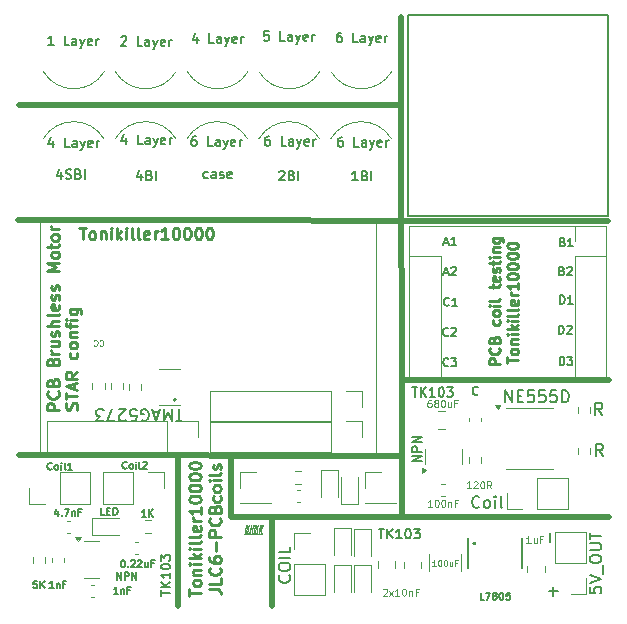
<source format=gbr>
%TF.GenerationSoftware,KiCad,Pcbnew,8.0.3*%
%TF.CreationDate,2024-07-16T20:49:30+03:00*%
%TF.ProjectId,PCBcoil,50434263-6f69-46c2-9e6b-696361645f70,rev?*%
%TF.SameCoordinates,Original*%
%TF.FileFunction,Legend,Top*%
%TF.FilePolarity,Positive*%
%FSLAX46Y46*%
G04 Gerber Fmt 4.6, Leading zero omitted, Abs format (unit mm)*
G04 Created by KiCad (PCBNEW 8.0.3) date 2024-07-16 20:49:30*
%MOMM*%
%LPD*%
G01*
G04 APERTURE LIST*
%ADD10C,0.018750*%
%ADD11C,0.250000*%
%ADD12C,0.500000*%
%ADD13C,0.100000*%
%ADD14C,0.150000*%
%ADD15C,0.140000*%
%ADD16C,0.225000*%
%ADD17C,0.200000*%
%ADD18C,0.120000*%
%ADD19C,0.050000*%
%ADD20C,0.125000*%
%ADD21C,0.160000*%
%ADD22C,0.254000*%
%ADD23C,0.175000*%
G04 APERTURE END LIST*
D10*
X111921144Y-122241120D02*
X111849715Y-122812548D01*
X111849715Y-122812548D02*
X111828287Y-122926834D01*
X111828287Y-122926834D02*
X111804477Y-123003025D01*
X111804477Y-123003025D02*
X111778287Y-123041120D01*
X111778287Y-123041120D02*
X111764001Y-123041120D01*
X111964001Y-123041120D02*
X111892573Y-123041120D01*
X111892573Y-123041120D02*
X111992573Y-122241120D01*
X112109240Y-122964929D02*
X112097335Y-123003025D01*
X112097335Y-123003025D02*
X112071145Y-123041120D01*
X112071145Y-123041120D02*
X112056859Y-123041120D01*
X112056859Y-123041120D02*
X112040192Y-123003025D01*
X112040192Y-123003025D02*
X112035430Y-122926834D01*
X112035430Y-122926834D02*
X112037811Y-122850644D01*
X112037811Y-122850644D02*
X112049716Y-122698263D01*
X112049716Y-122698263D02*
X112064002Y-122583977D01*
X112064002Y-122583977D02*
X112090192Y-122431596D01*
X112090192Y-122431596D02*
X112106859Y-122355405D01*
X112106859Y-122355405D02*
X112130669Y-122279215D01*
X112130669Y-122279215D02*
X112156859Y-122241120D01*
X112156859Y-122241120D02*
X112171145Y-122241120D01*
X112171145Y-122241120D02*
X112187811Y-122279215D01*
X112187811Y-122279215D02*
X112190192Y-122317310D01*
X112306859Y-122241120D02*
X112235430Y-122812548D01*
X112235430Y-122812548D02*
X112214002Y-122926834D01*
X112214002Y-122926834D02*
X112190192Y-123003025D01*
X112190192Y-123003025D02*
X112164002Y-123041120D01*
X112164002Y-123041120D02*
X112149716Y-123041120D01*
X112349716Y-123041120D02*
X112278288Y-123041120D01*
X112278288Y-123041120D02*
X112378288Y-122241120D01*
X112494955Y-122964929D02*
X112483050Y-123003025D01*
X112483050Y-123003025D02*
X112456860Y-123041120D01*
X112456860Y-123041120D02*
X112442574Y-123041120D01*
X112442574Y-123041120D02*
X112425907Y-123003025D01*
X112425907Y-123003025D02*
X112421145Y-122926834D01*
X112421145Y-122926834D02*
X112423526Y-122850644D01*
X112423526Y-122850644D02*
X112435431Y-122698263D01*
X112435431Y-122698263D02*
X112449717Y-122583977D01*
X112449717Y-122583977D02*
X112475907Y-122431596D01*
X112475907Y-122431596D02*
X112492574Y-122355405D01*
X112492574Y-122355405D02*
X112516384Y-122279215D01*
X112516384Y-122279215D02*
X112542574Y-122241120D01*
X112542574Y-122241120D02*
X112556860Y-122241120D01*
X112556860Y-122241120D02*
X112573526Y-122279215D01*
X112573526Y-122279215D02*
X112575907Y-122317310D01*
X112692574Y-122241120D02*
X112621145Y-122812548D01*
X112621145Y-122812548D02*
X112599717Y-122926834D01*
X112599717Y-122926834D02*
X112575907Y-123003025D01*
X112575907Y-123003025D02*
X112549717Y-123041120D01*
X112549717Y-123041120D02*
X112535431Y-123041120D01*
X112735431Y-123041120D02*
X112664003Y-123041120D01*
X112664003Y-123041120D02*
X112764003Y-122241120D01*
X112880670Y-122964929D02*
X112868765Y-123003025D01*
X112868765Y-123003025D02*
X112842575Y-123041120D01*
X112842575Y-123041120D02*
X112828289Y-123041120D01*
X112828289Y-123041120D02*
X112811622Y-123003025D01*
X112811622Y-123003025D02*
X112806860Y-122926834D01*
X112806860Y-122926834D02*
X112809241Y-122850644D01*
X112809241Y-122850644D02*
X112821146Y-122698263D01*
X112821146Y-122698263D02*
X112835432Y-122583977D01*
X112835432Y-122583977D02*
X112861622Y-122431596D01*
X112861622Y-122431596D02*
X112878289Y-122355405D01*
X112878289Y-122355405D02*
X112902099Y-122279215D01*
X112902099Y-122279215D02*
X112928289Y-122241120D01*
X112928289Y-122241120D02*
X112942575Y-122241120D01*
X112942575Y-122241120D02*
X112959241Y-122279215D01*
X112959241Y-122279215D02*
X112961622Y-122317310D01*
X113078289Y-122241120D02*
X113006860Y-122812548D01*
X113006860Y-122812548D02*
X112985432Y-122926834D01*
X112985432Y-122926834D02*
X112961622Y-123003025D01*
X112961622Y-123003025D02*
X112935432Y-123041120D01*
X112935432Y-123041120D02*
X112921146Y-123041120D01*
X113121146Y-123041120D02*
X113049718Y-123041120D01*
X113049718Y-123041120D02*
X113149718Y-122241120D01*
X113266385Y-122964929D02*
X113254480Y-123003025D01*
X113254480Y-123003025D02*
X113228290Y-123041120D01*
X113228290Y-123041120D02*
X113214004Y-123041120D01*
X113214004Y-123041120D02*
X113197337Y-123003025D01*
X113197337Y-123003025D02*
X113192575Y-122926834D01*
X113192575Y-122926834D02*
X113194956Y-122850644D01*
X113194956Y-122850644D02*
X113206861Y-122698263D01*
X113206861Y-122698263D02*
X113221147Y-122583977D01*
X113221147Y-122583977D02*
X113247337Y-122431596D01*
X113247337Y-122431596D02*
X113264004Y-122355405D01*
X113264004Y-122355405D02*
X113287814Y-122279215D01*
X113287814Y-122279215D02*
X113314004Y-122241120D01*
X113314004Y-122241120D02*
X113328290Y-122241120D01*
X113328290Y-122241120D02*
X113344956Y-122279215D01*
X113344956Y-122279215D02*
X113347337Y-122317310D01*
D11*
X108799619Y-127726717D02*
X109513904Y-127726717D01*
X109513904Y-127726717D02*
X109656761Y-127774336D01*
X109656761Y-127774336D02*
X109752000Y-127869574D01*
X109752000Y-127869574D02*
X109799619Y-128012431D01*
X109799619Y-128012431D02*
X109799619Y-128107669D01*
X109799619Y-126774336D02*
X109799619Y-127250526D01*
X109799619Y-127250526D02*
X108799619Y-127250526D01*
X109704380Y-125869574D02*
X109752000Y-125917193D01*
X109752000Y-125917193D02*
X109799619Y-126060050D01*
X109799619Y-126060050D02*
X109799619Y-126155288D01*
X109799619Y-126155288D02*
X109752000Y-126298145D01*
X109752000Y-126298145D02*
X109656761Y-126393383D01*
X109656761Y-126393383D02*
X109561523Y-126441002D01*
X109561523Y-126441002D02*
X109371047Y-126488621D01*
X109371047Y-126488621D02*
X109228190Y-126488621D01*
X109228190Y-126488621D02*
X109037714Y-126441002D01*
X109037714Y-126441002D02*
X108942476Y-126393383D01*
X108942476Y-126393383D02*
X108847238Y-126298145D01*
X108847238Y-126298145D02*
X108799619Y-126155288D01*
X108799619Y-126155288D02*
X108799619Y-126060050D01*
X108799619Y-126060050D02*
X108847238Y-125917193D01*
X108847238Y-125917193D02*
X108894857Y-125869574D01*
X108799619Y-125012431D02*
X108799619Y-125202907D01*
X108799619Y-125202907D02*
X108847238Y-125298145D01*
X108847238Y-125298145D02*
X108894857Y-125345764D01*
X108894857Y-125345764D02*
X109037714Y-125441002D01*
X109037714Y-125441002D02*
X109228190Y-125488621D01*
X109228190Y-125488621D02*
X109609142Y-125488621D01*
X109609142Y-125488621D02*
X109704380Y-125441002D01*
X109704380Y-125441002D02*
X109752000Y-125393383D01*
X109752000Y-125393383D02*
X109799619Y-125298145D01*
X109799619Y-125298145D02*
X109799619Y-125107669D01*
X109799619Y-125107669D02*
X109752000Y-125012431D01*
X109752000Y-125012431D02*
X109704380Y-124964812D01*
X109704380Y-124964812D02*
X109609142Y-124917193D01*
X109609142Y-124917193D02*
X109371047Y-124917193D01*
X109371047Y-124917193D02*
X109275809Y-124964812D01*
X109275809Y-124964812D02*
X109228190Y-125012431D01*
X109228190Y-125012431D02*
X109180571Y-125107669D01*
X109180571Y-125107669D02*
X109180571Y-125298145D01*
X109180571Y-125298145D02*
X109228190Y-125393383D01*
X109228190Y-125393383D02*
X109275809Y-125441002D01*
X109275809Y-125441002D02*
X109371047Y-125488621D01*
X109418666Y-124488621D02*
X109418666Y-123726717D01*
X109799619Y-123250526D02*
X108799619Y-123250526D01*
X108799619Y-123250526D02*
X108799619Y-122869574D01*
X108799619Y-122869574D02*
X108847238Y-122774336D01*
X108847238Y-122774336D02*
X108894857Y-122726717D01*
X108894857Y-122726717D02*
X108990095Y-122679098D01*
X108990095Y-122679098D02*
X109132952Y-122679098D01*
X109132952Y-122679098D02*
X109228190Y-122726717D01*
X109228190Y-122726717D02*
X109275809Y-122774336D01*
X109275809Y-122774336D02*
X109323428Y-122869574D01*
X109323428Y-122869574D02*
X109323428Y-123250526D01*
X109704380Y-121679098D02*
X109752000Y-121726717D01*
X109752000Y-121726717D02*
X109799619Y-121869574D01*
X109799619Y-121869574D02*
X109799619Y-121964812D01*
X109799619Y-121964812D02*
X109752000Y-122107669D01*
X109752000Y-122107669D02*
X109656761Y-122202907D01*
X109656761Y-122202907D02*
X109561523Y-122250526D01*
X109561523Y-122250526D02*
X109371047Y-122298145D01*
X109371047Y-122298145D02*
X109228190Y-122298145D01*
X109228190Y-122298145D02*
X109037714Y-122250526D01*
X109037714Y-122250526D02*
X108942476Y-122202907D01*
X108942476Y-122202907D02*
X108847238Y-122107669D01*
X108847238Y-122107669D02*
X108799619Y-121964812D01*
X108799619Y-121964812D02*
X108799619Y-121869574D01*
X108799619Y-121869574D02*
X108847238Y-121726717D01*
X108847238Y-121726717D02*
X108894857Y-121679098D01*
X109275809Y-120917193D02*
X109323428Y-120774336D01*
X109323428Y-120774336D02*
X109371047Y-120726717D01*
X109371047Y-120726717D02*
X109466285Y-120679098D01*
X109466285Y-120679098D02*
X109609142Y-120679098D01*
X109609142Y-120679098D02*
X109704380Y-120726717D01*
X109704380Y-120726717D02*
X109752000Y-120774336D01*
X109752000Y-120774336D02*
X109799619Y-120869574D01*
X109799619Y-120869574D02*
X109799619Y-121250526D01*
X109799619Y-121250526D02*
X108799619Y-121250526D01*
X108799619Y-121250526D02*
X108799619Y-120917193D01*
X108799619Y-120917193D02*
X108847238Y-120821955D01*
X108847238Y-120821955D02*
X108894857Y-120774336D01*
X108894857Y-120774336D02*
X108990095Y-120726717D01*
X108990095Y-120726717D02*
X109085333Y-120726717D01*
X109085333Y-120726717D02*
X109180571Y-120774336D01*
X109180571Y-120774336D02*
X109228190Y-120821955D01*
X109228190Y-120821955D02*
X109275809Y-120917193D01*
X109275809Y-120917193D02*
X109275809Y-121250526D01*
X109752000Y-119821955D02*
X109799619Y-119917193D01*
X109799619Y-119917193D02*
X109799619Y-120107669D01*
X109799619Y-120107669D02*
X109752000Y-120202907D01*
X109752000Y-120202907D02*
X109704380Y-120250526D01*
X109704380Y-120250526D02*
X109609142Y-120298145D01*
X109609142Y-120298145D02*
X109323428Y-120298145D01*
X109323428Y-120298145D02*
X109228190Y-120250526D01*
X109228190Y-120250526D02*
X109180571Y-120202907D01*
X109180571Y-120202907D02*
X109132952Y-120107669D01*
X109132952Y-120107669D02*
X109132952Y-119917193D01*
X109132952Y-119917193D02*
X109180571Y-119821955D01*
X109799619Y-119250526D02*
X109752000Y-119345764D01*
X109752000Y-119345764D02*
X109704380Y-119393383D01*
X109704380Y-119393383D02*
X109609142Y-119441002D01*
X109609142Y-119441002D02*
X109323428Y-119441002D01*
X109323428Y-119441002D02*
X109228190Y-119393383D01*
X109228190Y-119393383D02*
X109180571Y-119345764D01*
X109180571Y-119345764D02*
X109132952Y-119250526D01*
X109132952Y-119250526D02*
X109132952Y-119107669D01*
X109132952Y-119107669D02*
X109180571Y-119012431D01*
X109180571Y-119012431D02*
X109228190Y-118964812D01*
X109228190Y-118964812D02*
X109323428Y-118917193D01*
X109323428Y-118917193D02*
X109609142Y-118917193D01*
X109609142Y-118917193D02*
X109704380Y-118964812D01*
X109704380Y-118964812D02*
X109752000Y-119012431D01*
X109752000Y-119012431D02*
X109799619Y-119107669D01*
X109799619Y-119107669D02*
X109799619Y-119250526D01*
X109799619Y-118488621D02*
X109132952Y-118488621D01*
X108799619Y-118488621D02*
X108847238Y-118536240D01*
X108847238Y-118536240D02*
X108894857Y-118488621D01*
X108894857Y-118488621D02*
X108847238Y-118441002D01*
X108847238Y-118441002D02*
X108799619Y-118488621D01*
X108799619Y-118488621D02*
X108894857Y-118488621D01*
X109799619Y-117869574D02*
X109752000Y-117964812D01*
X109752000Y-117964812D02*
X109656761Y-118012431D01*
X109656761Y-118012431D02*
X108799619Y-118012431D01*
X109752000Y-117536240D02*
X109799619Y-117441002D01*
X109799619Y-117441002D02*
X109799619Y-117250526D01*
X109799619Y-117250526D02*
X109752000Y-117155288D01*
X109752000Y-117155288D02*
X109656761Y-117107669D01*
X109656761Y-117107669D02*
X109609142Y-117107669D01*
X109609142Y-117107669D02*
X109513904Y-117155288D01*
X109513904Y-117155288D02*
X109466285Y-117250526D01*
X109466285Y-117250526D02*
X109466285Y-117393383D01*
X109466285Y-117393383D02*
X109418666Y-117488621D01*
X109418666Y-117488621D02*
X109323428Y-117536240D01*
X109323428Y-117536240D02*
X109275809Y-117536240D01*
X109275809Y-117536240D02*
X109180571Y-117488621D01*
X109180571Y-117488621D02*
X109132952Y-117393383D01*
X109132952Y-117393383D02*
X109132952Y-117250526D01*
X109132952Y-117250526D02*
X109180571Y-117155288D01*
D12*
X125365000Y-110015000D02*
X142645000Y-110005000D01*
X106175000Y-116385000D02*
X106135000Y-129140000D01*
D13*
X105996299Y-83883062D02*
G75*
G02*
X100846712Y-83882416I-2574599J1550562D01*
G01*
X118164810Y-83882781D02*
G75*
G02*
X113015207Y-83882145I-2574610J1550581D01*
G01*
D12*
X114085000Y-121640000D02*
X114085000Y-129090000D01*
X110635000Y-116355000D02*
X110625000Y-121615000D01*
D13*
X125745000Y-96917500D02*
X142405000Y-96917500D01*
X142405000Y-109737500D01*
X125745000Y-109737500D01*
X125745000Y-96917500D01*
D12*
X92715000Y-86725000D02*
X125035000Y-86715000D01*
D13*
X119088701Y-89571140D02*
G75*
G02*
X124238288Y-89571786I2574599J-1550560D01*
G01*
X99914810Y-83882781D02*
G75*
G02*
X94765207Y-83882145I-2574610J1550581D01*
G01*
D12*
X92735000Y-116345000D02*
X125085000Y-116415000D01*
D13*
X113007212Y-89570859D02*
G75*
G02*
X118156783Y-89571515I2574588J-1550541D01*
G01*
D12*
X92605000Y-96465000D02*
X142610000Y-96490000D01*
D13*
X112089810Y-83882781D02*
G75*
G02*
X106940207Y-83882145I-2574610J1550581D01*
G01*
D14*
X125604776Y-79099006D02*
X142604776Y-79099006D01*
X142604776Y-96099006D01*
X125604776Y-96099006D01*
X125604776Y-79099006D01*
D13*
X94745190Y-89571421D02*
G75*
G02*
X99894793Y-89572057I2574610J-1550679D01*
G01*
D12*
X110625000Y-121615000D02*
X142625000Y-121595000D01*
D13*
X106913701Y-89571140D02*
G75*
G02*
X112063288Y-89571786I2574599J-1550560D01*
G01*
D12*
X125035000Y-79290000D02*
X125110000Y-121540000D01*
D13*
X124258321Y-83882500D02*
G75*
G02*
X119108702Y-83881873I-2574621J1550600D01*
G01*
X100838701Y-89571140D02*
G75*
G02*
X105988288Y-89571786I2574599J-1550560D01*
G01*
D15*
X138508771Y-103534553D02*
X138508771Y-102834553D01*
X138508771Y-102834553D02*
X138675438Y-102834553D01*
X138675438Y-102834553D02*
X138775438Y-102867886D01*
X138775438Y-102867886D02*
X138842105Y-102934553D01*
X138842105Y-102934553D02*
X138875438Y-103001220D01*
X138875438Y-103001220D02*
X138908771Y-103134553D01*
X138908771Y-103134553D02*
X138908771Y-103234553D01*
X138908771Y-103234553D02*
X138875438Y-103367886D01*
X138875438Y-103367886D02*
X138842105Y-103434553D01*
X138842105Y-103434553D02*
X138775438Y-103501220D01*
X138775438Y-103501220D02*
X138675438Y-103534553D01*
X138675438Y-103534553D02*
X138508771Y-103534553D01*
X139575438Y-103534553D02*
X139175438Y-103534553D01*
X139375438Y-103534553D02*
X139375438Y-102834553D01*
X139375438Y-102834553D02*
X139308771Y-102934553D01*
X139308771Y-102934553D02*
X139242105Y-103001220D01*
X139242105Y-103001220D02*
X139175438Y-103034553D01*
D16*
X134053157Y-108570357D02*
X134053157Y-108056072D01*
X134953157Y-108313214D02*
X134053157Y-108313214D01*
X134953157Y-107627500D02*
X134910300Y-107713215D01*
X134910300Y-107713215D02*
X134867442Y-107756072D01*
X134867442Y-107756072D02*
X134781728Y-107798929D01*
X134781728Y-107798929D02*
X134524585Y-107798929D01*
X134524585Y-107798929D02*
X134438871Y-107756072D01*
X134438871Y-107756072D02*
X134396014Y-107713215D01*
X134396014Y-107713215D02*
X134353157Y-107627500D01*
X134353157Y-107627500D02*
X134353157Y-107498929D01*
X134353157Y-107498929D02*
X134396014Y-107413215D01*
X134396014Y-107413215D02*
X134438871Y-107370358D01*
X134438871Y-107370358D02*
X134524585Y-107327500D01*
X134524585Y-107327500D02*
X134781728Y-107327500D01*
X134781728Y-107327500D02*
X134867442Y-107370358D01*
X134867442Y-107370358D02*
X134910300Y-107413215D01*
X134910300Y-107413215D02*
X134953157Y-107498929D01*
X134953157Y-107498929D02*
X134953157Y-107627500D01*
X134353157Y-106941786D02*
X134953157Y-106941786D01*
X134438871Y-106941786D02*
X134396014Y-106898929D01*
X134396014Y-106898929D02*
X134353157Y-106813214D01*
X134353157Y-106813214D02*
X134353157Y-106684643D01*
X134353157Y-106684643D02*
X134396014Y-106598929D01*
X134396014Y-106598929D02*
X134481728Y-106556072D01*
X134481728Y-106556072D02*
X134953157Y-106556072D01*
X134953157Y-106127500D02*
X134353157Y-106127500D01*
X134053157Y-106127500D02*
X134096014Y-106170357D01*
X134096014Y-106170357D02*
X134138871Y-106127500D01*
X134138871Y-106127500D02*
X134096014Y-106084643D01*
X134096014Y-106084643D02*
X134053157Y-106127500D01*
X134053157Y-106127500D02*
X134138871Y-106127500D01*
X134953157Y-105698929D02*
X134053157Y-105698929D01*
X134610300Y-105613215D02*
X134953157Y-105356072D01*
X134353157Y-105356072D02*
X134696014Y-105698929D01*
X134953157Y-104970358D02*
X134353157Y-104970358D01*
X134053157Y-104970358D02*
X134096014Y-105013215D01*
X134096014Y-105013215D02*
X134138871Y-104970358D01*
X134138871Y-104970358D02*
X134096014Y-104927501D01*
X134096014Y-104927501D02*
X134053157Y-104970358D01*
X134053157Y-104970358D02*
X134138871Y-104970358D01*
X134953157Y-104413215D02*
X134910300Y-104498930D01*
X134910300Y-104498930D02*
X134824585Y-104541787D01*
X134824585Y-104541787D02*
X134053157Y-104541787D01*
X134953157Y-103941786D02*
X134910300Y-104027501D01*
X134910300Y-104027501D02*
X134824585Y-104070358D01*
X134824585Y-104070358D02*
X134053157Y-104070358D01*
X134910300Y-103256072D02*
X134953157Y-103341786D01*
X134953157Y-103341786D02*
X134953157Y-103513215D01*
X134953157Y-103513215D02*
X134910300Y-103598929D01*
X134910300Y-103598929D02*
X134824585Y-103641786D01*
X134824585Y-103641786D02*
X134481728Y-103641786D01*
X134481728Y-103641786D02*
X134396014Y-103598929D01*
X134396014Y-103598929D02*
X134353157Y-103513215D01*
X134353157Y-103513215D02*
X134353157Y-103341786D01*
X134353157Y-103341786D02*
X134396014Y-103256072D01*
X134396014Y-103256072D02*
X134481728Y-103213215D01*
X134481728Y-103213215D02*
X134567442Y-103213215D01*
X134567442Y-103213215D02*
X134653157Y-103641786D01*
X134953157Y-102827500D02*
X134353157Y-102827500D01*
X134524585Y-102827500D02*
X134438871Y-102784643D01*
X134438871Y-102784643D02*
X134396014Y-102741786D01*
X134396014Y-102741786D02*
X134353157Y-102656071D01*
X134353157Y-102656071D02*
X134353157Y-102570357D01*
X134953157Y-101798928D02*
X134953157Y-102313214D01*
X134953157Y-102056071D02*
X134053157Y-102056071D01*
X134053157Y-102056071D02*
X134181728Y-102141785D01*
X134181728Y-102141785D02*
X134267442Y-102227500D01*
X134267442Y-102227500D02*
X134310300Y-102313214D01*
X134053157Y-101241785D02*
X134053157Y-101156071D01*
X134053157Y-101156071D02*
X134096014Y-101070357D01*
X134096014Y-101070357D02*
X134138871Y-101027500D01*
X134138871Y-101027500D02*
X134224585Y-100984642D01*
X134224585Y-100984642D02*
X134396014Y-100941785D01*
X134396014Y-100941785D02*
X134610300Y-100941785D01*
X134610300Y-100941785D02*
X134781728Y-100984642D01*
X134781728Y-100984642D02*
X134867442Y-101027500D01*
X134867442Y-101027500D02*
X134910300Y-101070357D01*
X134910300Y-101070357D02*
X134953157Y-101156071D01*
X134953157Y-101156071D02*
X134953157Y-101241785D01*
X134953157Y-101241785D02*
X134910300Y-101327500D01*
X134910300Y-101327500D02*
X134867442Y-101370357D01*
X134867442Y-101370357D02*
X134781728Y-101413214D01*
X134781728Y-101413214D02*
X134610300Y-101456071D01*
X134610300Y-101456071D02*
X134396014Y-101456071D01*
X134396014Y-101456071D02*
X134224585Y-101413214D01*
X134224585Y-101413214D02*
X134138871Y-101370357D01*
X134138871Y-101370357D02*
X134096014Y-101327500D01*
X134096014Y-101327500D02*
X134053157Y-101241785D01*
X134053157Y-100384642D02*
X134053157Y-100298928D01*
X134053157Y-100298928D02*
X134096014Y-100213214D01*
X134096014Y-100213214D02*
X134138871Y-100170357D01*
X134138871Y-100170357D02*
X134224585Y-100127499D01*
X134224585Y-100127499D02*
X134396014Y-100084642D01*
X134396014Y-100084642D02*
X134610300Y-100084642D01*
X134610300Y-100084642D02*
X134781728Y-100127499D01*
X134781728Y-100127499D02*
X134867442Y-100170357D01*
X134867442Y-100170357D02*
X134910300Y-100213214D01*
X134910300Y-100213214D02*
X134953157Y-100298928D01*
X134953157Y-100298928D02*
X134953157Y-100384642D01*
X134953157Y-100384642D02*
X134910300Y-100470357D01*
X134910300Y-100470357D02*
X134867442Y-100513214D01*
X134867442Y-100513214D02*
X134781728Y-100556071D01*
X134781728Y-100556071D02*
X134610300Y-100598928D01*
X134610300Y-100598928D02*
X134396014Y-100598928D01*
X134396014Y-100598928D02*
X134224585Y-100556071D01*
X134224585Y-100556071D02*
X134138871Y-100513214D01*
X134138871Y-100513214D02*
X134096014Y-100470357D01*
X134096014Y-100470357D02*
X134053157Y-100384642D01*
X134053157Y-99527499D02*
X134053157Y-99441785D01*
X134053157Y-99441785D02*
X134096014Y-99356071D01*
X134096014Y-99356071D02*
X134138871Y-99313214D01*
X134138871Y-99313214D02*
X134224585Y-99270356D01*
X134224585Y-99270356D02*
X134396014Y-99227499D01*
X134396014Y-99227499D02*
X134610300Y-99227499D01*
X134610300Y-99227499D02*
X134781728Y-99270356D01*
X134781728Y-99270356D02*
X134867442Y-99313214D01*
X134867442Y-99313214D02*
X134910300Y-99356071D01*
X134910300Y-99356071D02*
X134953157Y-99441785D01*
X134953157Y-99441785D02*
X134953157Y-99527499D01*
X134953157Y-99527499D02*
X134910300Y-99613214D01*
X134910300Y-99613214D02*
X134867442Y-99656071D01*
X134867442Y-99656071D02*
X134781728Y-99698928D01*
X134781728Y-99698928D02*
X134610300Y-99741785D01*
X134610300Y-99741785D02*
X134396014Y-99741785D01*
X134396014Y-99741785D02*
X134224585Y-99698928D01*
X134224585Y-99698928D02*
X134138871Y-99656071D01*
X134138871Y-99656071D02*
X134096014Y-99613214D01*
X134096014Y-99613214D02*
X134053157Y-99527499D01*
X134053157Y-98670356D02*
X134053157Y-98584642D01*
X134053157Y-98584642D02*
X134096014Y-98498928D01*
X134096014Y-98498928D02*
X134138871Y-98456071D01*
X134138871Y-98456071D02*
X134224585Y-98413213D01*
X134224585Y-98413213D02*
X134396014Y-98370356D01*
X134396014Y-98370356D02*
X134610300Y-98370356D01*
X134610300Y-98370356D02*
X134781728Y-98413213D01*
X134781728Y-98413213D02*
X134867442Y-98456071D01*
X134867442Y-98456071D02*
X134910300Y-98498928D01*
X134910300Y-98498928D02*
X134953157Y-98584642D01*
X134953157Y-98584642D02*
X134953157Y-98670356D01*
X134953157Y-98670356D02*
X134910300Y-98756071D01*
X134910300Y-98756071D02*
X134867442Y-98798928D01*
X134867442Y-98798928D02*
X134781728Y-98841785D01*
X134781728Y-98841785D02*
X134610300Y-98884642D01*
X134610300Y-98884642D02*
X134396014Y-98884642D01*
X134396014Y-98884642D02*
X134224585Y-98841785D01*
X134224585Y-98841785D02*
X134138871Y-98798928D01*
X134138871Y-98798928D02*
X134096014Y-98756071D01*
X134096014Y-98756071D02*
X134053157Y-98670356D01*
D17*
X95573609Y-89740236D02*
X95573609Y-90273570D01*
X95383133Y-89435475D02*
X95192656Y-90006903D01*
X95192656Y-90006903D02*
X95687895Y-90006903D01*
X96983133Y-90273570D02*
X96602181Y-90273570D01*
X96602181Y-90273570D02*
X96602181Y-89473570D01*
X97592657Y-90273570D02*
X97592657Y-89854522D01*
X97592657Y-89854522D02*
X97554562Y-89778332D01*
X97554562Y-89778332D02*
X97478371Y-89740236D01*
X97478371Y-89740236D02*
X97325990Y-89740236D01*
X97325990Y-89740236D02*
X97249800Y-89778332D01*
X97592657Y-90235475D02*
X97516466Y-90273570D01*
X97516466Y-90273570D02*
X97325990Y-90273570D01*
X97325990Y-90273570D02*
X97249800Y-90235475D01*
X97249800Y-90235475D02*
X97211704Y-90159284D01*
X97211704Y-90159284D02*
X97211704Y-90083094D01*
X97211704Y-90083094D02*
X97249800Y-90006903D01*
X97249800Y-90006903D02*
X97325990Y-89968808D01*
X97325990Y-89968808D02*
X97516466Y-89968808D01*
X97516466Y-89968808D02*
X97592657Y-89930713D01*
X97897419Y-89740236D02*
X98087895Y-90273570D01*
X98278372Y-89740236D02*
X98087895Y-90273570D01*
X98087895Y-90273570D02*
X98011705Y-90464046D01*
X98011705Y-90464046D02*
X97973610Y-90502141D01*
X97973610Y-90502141D02*
X97897419Y-90540236D01*
X98887896Y-90235475D02*
X98811705Y-90273570D01*
X98811705Y-90273570D02*
X98659324Y-90273570D01*
X98659324Y-90273570D02*
X98583134Y-90235475D01*
X98583134Y-90235475D02*
X98545038Y-90159284D01*
X98545038Y-90159284D02*
X98545038Y-89854522D01*
X98545038Y-89854522D02*
X98583134Y-89778332D01*
X98583134Y-89778332D02*
X98659324Y-89740236D01*
X98659324Y-89740236D02*
X98811705Y-89740236D01*
X98811705Y-89740236D02*
X98887896Y-89778332D01*
X98887896Y-89778332D02*
X98925991Y-89854522D01*
X98925991Y-89854522D02*
X98925991Y-89930713D01*
X98925991Y-89930713D02*
X98545038Y-90006903D01*
X99268848Y-90273570D02*
X99268848Y-89740236D01*
X99268848Y-89892617D02*
X99306943Y-89816427D01*
X99306943Y-89816427D02*
X99345038Y-89778332D01*
X99345038Y-89778332D02*
X99421229Y-89740236D01*
X99421229Y-89740236D02*
X99497419Y-89740236D01*
X119973609Y-80598570D02*
X119821228Y-80598570D01*
X119821228Y-80598570D02*
X119745037Y-80636665D01*
X119745037Y-80636665D02*
X119706942Y-80674760D01*
X119706942Y-80674760D02*
X119630752Y-80789046D01*
X119630752Y-80789046D02*
X119592656Y-80941427D01*
X119592656Y-80941427D02*
X119592656Y-81246189D01*
X119592656Y-81246189D02*
X119630752Y-81322379D01*
X119630752Y-81322379D02*
X119668847Y-81360475D01*
X119668847Y-81360475D02*
X119745037Y-81398570D01*
X119745037Y-81398570D02*
X119897418Y-81398570D01*
X119897418Y-81398570D02*
X119973609Y-81360475D01*
X119973609Y-81360475D02*
X120011704Y-81322379D01*
X120011704Y-81322379D02*
X120049799Y-81246189D01*
X120049799Y-81246189D02*
X120049799Y-81055713D01*
X120049799Y-81055713D02*
X120011704Y-80979522D01*
X120011704Y-80979522D02*
X119973609Y-80941427D01*
X119973609Y-80941427D02*
X119897418Y-80903332D01*
X119897418Y-80903332D02*
X119745037Y-80903332D01*
X119745037Y-80903332D02*
X119668847Y-80941427D01*
X119668847Y-80941427D02*
X119630752Y-80979522D01*
X119630752Y-80979522D02*
X119592656Y-81055713D01*
X121383133Y-81398570D02*
X121002181Y-81398570D01*
X121002181Y-81398570D02*
X121002181Y-80598570D01*
X121992657Y-81398570D02*
X121992657Y-80979522D01*
X121992657Y-80979522D02*
X121954562Y-80903332D01*
X121954562Y-80903332D02*
X121878371Y-80865236D01*
X121878371Y-80865236D02*
X121725990Y-80865236D01*
X121725990Y-80865236D02*
X121649800Y-80903332D01*
X121992657Y-81360475D02*
X121916466Y-81398570D01*
X121916466Y-81398570D02*
X121725990Y-81398570D01*
X121725990Y-81398570D02*
X121649800Y-81360475D01*
X121649800Y-81360475D02*
X121611704Y-81284284D01*
X121611704Y-81284284D02*
X121611704Y-81208094D01*
X121611704Y-81208094D02*
X121649800Y-81131903D01*
X121649800Y-81131903D02*
X121725990Y-81093808D01*
X121725990Y-81093808D02*
X121916466Y-81093808D01*
X121916466Y-81093808D02*
X121992657Y-81055713D01*
X122297419Y-80865236D02*
X122487895Y-81398570D01*
X122678372Y-80865236D02*
X122487895Y-81398570D01*
X122487895Y-81398570D02*
X122411705Y-81589046D01*
X122411705Y-81589046D02*
X122373610Y-81627141D01*
X122373610Y-81627141D02*
X122297419Y-81665236D01*
X123287896Y-81360475D02*
X123211705Y-81398570D01*
X123211705Y-81398570D02*
X123059324Y-81398570D01*
X123059324Y-81398570D02*
X122983134Y-81360475D01*
X122983134Y-81360475D02*
X122945038Y-81284284D01*
X122945038Y-81284284D02*
X122945038Y-80979522D01*
X122945038Y-80979522D02*
X122983134Y-80903332D01*
X122983134Y-80903332D02*
X123059324Y-80865236D01*
X123059324Y-80865236D02*
X123211705Y-80865236D01*
X123211705Y-80865236D02*
X123287896Y-80903332D01*
X123287896Y-80903332D02*
X123325991Y-80979522D01*
X123325991Y-80979522D02*
X123325991Y-81055713D01*
X123325991Y-81055713D02*
X122945038Y-81131903D01*
X123668848Y-81398570D02*
X123668848Y-80865236D01*
X123668848Y-81017617D02*
X123706943Y-80941427D01*
X123706943Y-80941427D02*
X123745038Y-80903332D01*
X123745038Y-80903332D02*
X123821229Y-80865236D01*
X123821229Y-80865236D02*
X123897419Y-80865236D01*
X96273609Y-92415236D02*
X96273609Y-92948570D01*
X96083133Y-92110475D02*
X95892656Y-92681903D01*
X95892656Y-92681903D02*
X96387895Y-92681903D01*
X96654561Y-92910475D02*
X96768847Y-92948570D01*
X96768847Y-92948570D02*
X96959323Y-92948570D01*
X96959323Y-92948570D02*
X97035514Y-92910475D01*
X97035514Y-92910475D02*
X97073609Y-92872379D01*
X97073609Y-92872379D02*
X97111704Y-92796189D01*
X97111704Y-92796189D02*
X97111704Y-92719998D01*
X97111704Y-92719998D02*
X97073609Y-92643808D01*
X97073609Y-92643808D02*
X97035514Y-92605713D01*
X97035514Y-92605713D02*
X96959323Y-92567617D01*
X96959323Y-92567617D02*
X96806942Y-92529522D01*
X96806942Y-92529522D02*
X96730752Y-92491427D01*
X96730752Y-92491427D02*
X96692657Y-92453332D01*
X96692657Y-92453332D02*
X96654561Y-92377141D01*
X96654561Y-92377141D02*
X96654561Y-92300951D01*
X96654561Y-92300951D02*
X96692657Y-92224760D01*
X96692657Y-92224760D02*
X96730752Y-92186665D01*
X96730752Y-92186665D02*
X96806942Y-92148570D01*
X96806942Y-92148570D02*
X96997419Y-92148570D01*
X96997419Y-92148570D02*
X97111704Y-92186665D01*
X97721228Y-92529522D02*
X97835514Y-92567617D01*
X97835514Y-92567617D02*
X97873609Y-92605713D01*
X97873609Y-92605713D02*
X97911705Y-92681903D01*
X97911705Y-92681903D02*
X97911705Y-92796189D01*
X97911705Y-92796189D02*
X97873609Y-92872379D01*
X97873609Y-92872379D02*
X97835514Y-92910475D01*
X97835514Y-92910475D02*
X97759324Y-92948570D01*
X97759324Y-92948570D02*
X97454562Y-92948570D01*
X97454562Y-92948570D02*
X97454562Y-92148570D01*
X97454562Y-92148570D02*
X97721228Y-92148570D01*
X97721228Y-92148570D02*
X97797419Y-92186665D01*
X97797419Y-92186665D02*
X97835514Y-92224760D01*
X97835514Y-92224760D02*
X97873609Y-92300951D01*
X97873609Y-92300951D02*
X97873609Y-92377141D01*
X97873609Y-92377141D02*
X97835514Y-92453332D01*
X97835514Y-92453332D02*
X97797419Y-92491427D01*
X97797419Y-92491427D02*
X97721228Y-92529522D01*
X97721228Y-92529522D02*
X97454562Y-92529522D01*
X98254562Y-92948570D02*
X98254562Y-92148570D01*
D18*
X123508232Y-127722474D02*
X123536804Y-127693902D01*
X123536804Y-127693902D02*
X123593947Y-127665331D01*
X123593947Y-127665331D02*
X123736804Y-127665331D01*
X123736804Y-127665331D02*
X123793947Y-127693902D01*
X123793947Y-127693902D02*
X123822518Y-127722474D01*
X123822518Y-127722474D02*
X123851089Y-127779617D01*
X123851089Y-127779617D02*
X123851089Y-127836760D01*
X123851089Y-127836760D02*
X123822518Y-127922474D01*
X123822518Y-127922474D02*
X123479661Y-128265331D01*
X123479661Y-128265331D02*
X123851089Y-128265331D01*
X124051090Y-128265331D02*
X124365376Y-127865331D01*
X124051090Y-127865331D02*
X124365376Y-128265331D01*
X124908232Y-128265331D02*
X124565375Y-128265331D01*
X124736804Y-128265331D02*
X124736804Y-127665331D01*
X124736804Y-127665331D02*
X124679661Y-127751045D01*
X124679661Y-127751045D02*
X124622518Y-127808188D01*
X124622518Y-127808188D02*
X124565375Y-127836760D01*
X125279661Y-127665331D02*
X125336804Y-127665331D01*
X125336804Y-127665331D02*
X125393947Y-127693902D01*
X125393947Y-127693902D02*
X125422519Y-127722474D01*
X125422519Y-127722474D02*
X125451090Y-127779617D01*
X125451090Y-127779617D02*
X125479661Y-127893902D01*
X125479661Y-127893902D02*
X125479661Y-128036760D01*
X125479661Y-128036760D02*
X125451090Y-128151045D01*
X125451090Y-128151045D02*
X125422519Y-128208188D01*
X125422519Y-128208188D02*
X125393947Y-128236760D01*
X125393947Y-128236760D02*
X125336804Y-128265331D01*
X125336804Y-128265331D02*
X125279661Y-128265331D01*
X125279661Y-128265331D02*
X125222519Y-128236760D01*
X125222519Y-128236760D02*
X125193947Y-128208188D01*
X125193947Y-128208188D02*
X125165376Y-128151045D01*
X125165376Y-128151045D02*
X125136804Y-128036760D01*
X125136804Y-128036760D02*
X125136804Y-127893902D01*
X125136804Y-127893902D02*
X125165376Y-127779617D01*
X125165376Y-127779617D02*
X125193947Y-127722474D01*
X125193947Y-127722474D02*
X125222519Y-127693902D01*
X125222519Y-127693902D02*
X125279661Y-127665331D01*
X125736805Y-127865331D02*
X125736805Y-128265331D01*
X125736805Y-127922474D02*
X125765376Y-127893902D01*
X125765376Y-127893902D02*
X125822519Y-127865331D01*
X125822519Y-127865331D02*
X125908233Y-127865331D01*
X125908233Y-127865331D02*
X125965376Y-127893902D01*
X125965376Y-127893902D02*
X125993948Y-127951045D01*
X125993948Y-127951045D02*
X125993948Y-128265331D01*
X126479662Y-127951045D02*
X126279662Y-127951045D01*
X126279662Y-128265331D02*
X126279662Y-127665331D01*
X126279662Y-127665331D02*
X126565376Y-127665331D01*
D11*
X97599500Y-112492550D02*
X97647119Y-112349693D01*
X97647119Y-112349693D02*
X97647119Y-112111598D01*
X97647119Y-112111598D02*
X97599500Y-112016360D01*
X97599500Y-112016360D02*
X97551880Y-111968741D01*
X97551880Y-111968741D02*
X97456642Y-111921122D01*
X97456642Y-111921122D02*
X97361404Y-111921122D01*
X97361404Y-111921122D02*
X97266166Y-111968741D01*
X97266166Y-111968741D02*
X97218547Y-112016360D01*
X97218547Y-112016360D02*
X97170928Y-112111598D01*
X97170928Y-112111598D02*
X97123309Y-112302074D01*
X97123309Y-112302074D02*
X97075690Y-112397312D01*
X97075690Y-112397312D02*
X97028071Y-112444931D01*
X97028071Y-112444931D02*
X96932833Y-112492550D01*
X96932833Y-112492550D02*
X96837595Y-112492550D01*
X96837595Y-112492550D02*
X96742357Y-112444931D01*
X96742357Y-112444931D02*
X96694738Y-112397312D01*
X96694738Y-112397312D02*
X96647119Y-112302074D01*
X96647119Y-112302074D02*
X96647119Y-112063979D01*
X96647119Y-112063979D02*
X96694738Y-111921122D01*
X96647119Y-111635407D02*
X96647119Y-111063979D01*
X97647119Y-111349693D02*
X96647119Y-111349693D01*
X97361404Y-110778264D02*
X97361404Y-110302074D01*
X97647119Y-110873502D02*
X96647119Y-110540169D01*
X96647119Y-110540169D02*
X97647119Y-110206836D01*
X97647119Y-109302074D02*
X97170928Y-109635407D01*
X97647119Y-109873502D02*
X96647119Y-109873502D01*
X96647119Y-109873502D02*
X96647119Y-109492550D01*
X96647119Y-109492550D02*
X96694738Y-109397312D01*
X96694738Y-109397312D02*
X96742357Y-109349693D01*
X96742357Y-109349693D02*
X96837595Y-109302074D01*
X96837595Y-109302074D02*
X96980452Y-109302074D01*
X96980452Y-109302074D02*
X97075690Y-109349693D01*
X97075690Y-109349693D02*
X97123309Y-109397312D01*
X97123309Y-109397312D02*
X97170928Y-109492550D01*
X97170928Y-109492550D02*
X97170928Y-109873502D01*
X97599500Y-107683026D02*
X97647119Y-107778264D01*
X97647119Y-107778264D02*
X97647119Y-107968740D01*
X97647119Y-107968740D02*
X97599500Y-108063978D01*
X97599500Y-108063978D02*
X97551880Y-108111597D01*
X97551880Y-108111597D02*
X97456642Y-108159216D01*
X97456642Y-108159216D02*
X97170928Y-108159216D01*
X97170928Y-108159216D02*
X97075690Y-108111597D01*
X97075690Y-108111597D02*
X97028071Y-108063978D01*
X97028071Y-108063978D02*
X96980452Y-107968740D01*
X96980452Y-107968740D02*
X96980452Y-107778264D01*
X96980452Y-107778264D02*
X97028071Y-107683026D01*
X97647119Y-107111597D02*
X97599500Y-107206835D01*
X97599500Y-107206835D02*
X97551880Y-107254454D01*
X97551880Y-107254454D02*
X97456642Y-107302073D01*
X97456642Y-107302073D02*
X97170928Y-107302073D01*
X97170928Y-107302073D02*
X97075690Y-107254454D01*
X97075690Y-107254454D02*
X97028071Y-107206835D01*
X97028071Y-107206835D02*
X96980452Y-107111597D01*
X96980452Y-107111597D02*
X96980452Y-106968740D01*
X96980452Y-106968740D02*
X97028071Y-106873502D01*
X97028071Y-106873502D02*
X97075690Y-106825883D01*
X97075690Y-106825883D02*
X97170928Y-106778264D01*
X97170928Y-106778264D02*
X97456642Y-106778264D01*
X97456642Y-106778264D02*
X97551880Y-106825883D01*
X97551880Y-106825883D02*
X97599500Y-106873502D01*
X97599500Y-106873502D02*
X97647119Y-106968740D01*
X97647119Y-106968740D02*
X97647119Y-107111597D01*
X96980452Y-106349692D02*
X97647119Y-106349692D01*
X97075690Y-106349692D02*
X97028071Y-106302073D01*
X97028071Y-106302073D02*
X96980452Y-106206835D01*
X96980452Y-106206835D02*
X96980452Y-106063978D01*
X96980452Y-106063978D02*
X97028071Y-105968740D01*
X97028071Y-105968740D02*
X97123309Y-105921121D01*
X97123309Y-105921121D02*
X97647119Y-105921121D01*
X96980452Y-105587787D02*
X96980452Y-105206835D01*
X97647119Y-105444930D02*
X96789976Y-105444930D01*
X96789976Y-105444930D02*
X96694738Y-105397311D01*
X96694738Y-105397311D02*
X96647119Y-105302073D01*
X96647119Y-105302073D02*
X96647119Y-105206835D01*
X97647119Y-104873501D02*
X96980452Y-104873501D01*
X96647119Y-104873501D02*
X96694738Y-104921120D01*
X96694738Y-104921120D02*
X96742357Y-104873501D01*
X96742357Y-104873501D02*
X96694738Y-104825882D01*
X96694738Y-104825882D02*
X96647119Y-104873501D01*
X96647119Y-104873501D02*
X96742357Y-104873501D01*
X96980452Y-103968740D02*
X97789976Y-103968740D01*
X97789976Y-103968740D02*
X97885214Y-104016359D01*
X97885214Y-104016359D02*
X97932833Y-104063978D01*
X97932833Y-104063978D02*
X97980452Y-104159216D01*
X97980452Y-104159216D02*
X97980452Y-104302073D01*
X97980452Y-104302073D02*
X97932833Y-104397311D01*
X97599500Y-103968740D02*
X97647119Y-104063978D01*
X97647119Y-104063978D02*
X97647119Y-104254454D01*
X97647119Y-104254454D02*
X97599500Y-104349692D01*
X97599500Y-104349692D02*
X97551880Y-104397311D01*
X97551880Y-104397311D02*
X97456642Y-104444930D01*
X97456642Y-104444930D02*
X97170928Y-104444930D01*
X97170928Y-104444930D02*
X97075690Y-104397311D01*
X97075690Y-104397311D02*
X97028071Y-104349692D01*
X97028071Y-104349692D02*
X96980452Y-104254454D01*
X96980452Y-104254454D02*
X96980452Y-104063978D01*
X96980452Y-104063978D02*
X97028071Y-103968740D01*
D17*
X107798609Y-80915236D02*
X107798609Y-81448570D01*
X107608133Y-80610475D02*
X107417656Y-81181903D01*
X107417656Y-81181903D02*
X107912895Y-81181903D01*
X109208133Y-81448570D02*
X108827181Y-81448570D01*
X108827181Y-81448570D02*
X108827181Y-80648570D01*
X109817657Y-81448570D02*
X109817657Y-81029522D01*
X109817657Y-81029522D02*
X109779562Y-80953332D01*
X109779562Y-80953332D02*
X109703371Y-80915236D01*
X109703371Y-80915236D02*
X109550990Y-80915236D01*
X109550990Y-80915236D02*
X109474800Y-80953332D01*
X109817657Y-81410475D02*
X109741466Y-81448570D01*
X109741466Y-81448570D02*
X109550990Y-81448570D01*
X109550990Y-81448570D02*
X109474800Y-81410475D01*
X109474800Y-81410475D02*
X109436704Y-81334284D01*
X109436704Y-81334284D02*
X109436704Y-81258094D01*
X109436704Y-81258094D02*
X109474800Y-81181903D01*
X109474800Y-81181903D02*
X109550990Y-81143808D01*
X109550990Y-81143808D02*
X109741466Y-81143808D01*
X109741466Y-81143808D02*
X109817657Y-81105713D01*
X110122419Y-80915236D02*
X110312895Y-81448570D01*
X110503372Y-80915236D02*
X110312895Y-81448570D01*
X110312895Y-81448570D02*
X110236705Y-81639046D01*
X110236705Y-81639046D02*
X110198610Y-81677141D01*
X110198610Y-81677141D02*
X110122419Y-81715236D01*
X111112896Y-81410475D02*
X111036705Y-81448570D01*
X111036705Y-81448570D02*
X110884324Y-81448570D01*
X110884324Y-81448570D02*
X110808134Y-81410475D01*
X110808134Y-81410475D02*
X110770038Y-81334284D01*
X110770038Y-81334284D02*
X110770038Y-81029522D01*
X110770038Y-81029522D02*
X110808134Y-80953332D01*
X110808134Y-80953332D02*
X110884324Y-80915236D01*
X110884324Y-80915236D02*
X111036705Y-80915236D01*
X111036705Y-80915236D02*
X111112896Y-80953332D01*
X111112896Y-80953332D02*
X111150991Y-81029522D01*
X111150991Y-81029522D02*
X111150991Y-81105713D01*
X111150991Y-81105713D02*
X110770038Y-81181903D01*
X111493848Y-81448570D02*
X111493848Y-80915236D01*
X111493848Y-81067617D02*
X111531943Y-80991427D01*
X111531943Y-80991427D02*
X111570038Y-80953332D01*
X111570038Y-80953332D02*
X111646229Y-80915236D01*
X111646229Y-80915236D02*
X111722419Y-80915236D01*
D15*
X138692105Y-100742886D02*
X138792105Y-100776220D01*
X138792105Y-100776220D02*
X138825438Y-100809553D01*
X138825438Y-100809553D02*
X138858771Y-100876220D01*
X138858771Y-100876220D02*
X138858771Y-100976220D01*
X138858771Y-100976220D02*
X138825438Y-101042886D01*
X138825438Y-101042886D02*
X138792105Y-101076220D01*
X138792105Y-101076220D02*
X138725438Y-101109553D01*
X138725438Y-101109553D02*
X138458771Y-101109553D01*
X138458771Y-101109553D02*
X138458771Y-100409553D01*
X138458771Y-100409553D02*
X138692105Y-100409553D01*
X138692105Y-100409553D02*
X138758771Y-100442886D01*
X138758771Y-100442886D02*
X138792105Y-100476220D01*
X138792105Y-100476220D02*
X138825438Y-100542886D01*
X138825438Y-100542886D02*
X138825438Y-100609553D01*
X138825438Y-100609553D02*
X138792105Y-100676220D01*
X138792105Y-100676220D02*
X138758771Y-100709553D01*
X138758771Y-100709553D02*
X138692105Y-100742886D01*
X138692105Y-100742886D02*
X138458771Y-100742886D01*
X139125438Y-100476220D02*
X139158771Y-100442886D01*
X139158771Y-100442886D02*
X139225438Y-100409553D01*
X139225438Y-100409553D02*
X139392105Y-100409553D01*
X139392105Y-100409553D02*
X139458771Y-100442886D01*
X139458771Y-100442886D02*
X139492105Y-100476220D01*
X139492105Y-100476220D02*
X139525438Y-100542886D01*
X139525438Y-100542886D02*
X139525438Y-100609553D01*
X139525438Y-100609553D02*
X139492105Y-100709553D01*
X139492105Y-100709553D02*
X139092105Y-101109553D01*
X139092105Y-101109553D02*
X139525438Y-101109553D01*
D16*
X133403157Y-108665188D02*
X132503157Y-108665188D01*
X132503157Y-108665188D02*
X132503157Y-108322331D01*
X132503157Y-108322331D02*
X132546014Y-108236616D01*
X132546014Y-108236616D02*
X132588871Y-108193759D01*
X132588871Y-108193759D02*
X132674585Y-108150902D01*
X132674585Y-108150902D02*
X132803157Y-108150902D01*
X132803157Y-108150902D02*
X132888871Y-108193759D01*
X132888871Y-108193759D02*
X132931728Y-108236616D01*
X132931728Y-108236616D02*
X132974585Y-108322331D01*
X132974585Y-108322331D02*
X132974585Y-108665188D01*
X133317442Y-107250902D02*
X133360300Y-107293759D01*
X133360300Y-107293759D02*
X133403157Y-107422331D01*
X133403157Y-107422331D02*
X133403157Y-107508045D01*
X133403157Y-107508045D02*
X133360300Y-107636616D01*
X133360300Y-107636616D02*
X133274585Y-107722331D01*
X133274585Y-107722331D02*
X133188871Y-107765188D01*
X133188871Y-107765188D02*
X133017442Y-107808045D01*
X133017442Y-107808045D02*
X132888871Y-107808045D01*
X132888871Y-107808045D02*
X132717442Y-107765188D01*
X132717442Y-107765188D02*
X132631728Y-107722331D01*
X132631728Y-107722331D02*
X132546014Y-107636616D01*
X132546014Y-107636616D02*
X132503157Y-107508045D01*
X132503157Y-107508045D02*
X132503157Y-107422331D01*
X132503157Y-107422331D02*
X132546014Y-107293759D01*
X132546014Y-107293759D02*
X132588871Y-107250902D01*
X132931728Y-106565188D02*
X132974585Y-106436616D01*
X132974585Y-106436616D02*
X133017442Y-106393759D01*
X133017442Y-106393759D02*
X133103157Y-106350902D01*
X133103157Y-106350902D02*
X133231728Y-106350902D01*
X133231728Y-106350902D02*
X133317442Y-106393759D01*
X133317442Y-106393759D02*
X133360300Y-106436616D01*
X133360300Y-106436616D02*
X133403157Y-106522331D01*
X133403157Y-106522331D02*
X133403157Y-106865188D01*
X133403157Y-106865188D02*
X132503157Y-106865188D01*
X132503157Y-106865188D02*
X132503157Y-106565188D01*
X132503157Y-106565188D02*
X132546014Y-106479474D01*
X132546014Y-106479474D02*
X132588871Y-106436616D01*
X132588871Y-106436616D02*
X132674585Y-106393759D01*
X132674585Y-106393759D02*
X132760300Y-106393759D01*
X132760300Y-106393759D02*
X132846014Y-106436616D01*
X132846014Y-106436616D02*
X132888871Y-106479474D01*
X132888871Y-106479474D02*
X132931728Y-106565188D01*
X132931728Y-106565188D02*
X132931728Y-106865188D01*
X133360300Y-104893760D02*
X133403157Y-104979474D01*
X133403157Y-104979474D02*
X133403157Y-105150902D01*
X133403157Y-105150902D02*
X133360300Y-105236617D01*
X133360300Y-105236617D02*
X133317442Y-105279474D01*
X133317442Y-105279474D02*
X133231728Y-105322331D01*
X133231728Y-105322331D02*
X132974585Y-105322331D01*
X132974585Y-105322331D02*
X132888871Y-105279474D01*
X132888871Y-105279474D02*
X132846014Y-105236617D01*
X132846014Y-105236617D02*
X132803157Y-105150902D01*
X132803157Y-105150902D02*
X132803157Y-104979474D01*
X132803157Y-104979474D02*
X132846014Y-104893760D01*
X133403157Y-104379473D02*
X133360300Y-104465188D01*
X133360300Y-104465188D02*
X133317442Y-104508045D01*
X133317442Y-104508045D02*
X133231728Y-104550902D01*
X133231728Y-104550902D02*
X132974585Y-104550902D01*
X132974585Y-104550902D02*
X132888871Y-104508045D01*
X132888871Y-104508045D02*
X132846014Y-104465188D01*
X132846014Y-104465188D02*
X132803157Y-104379473D01*
X132803157Y-104379473D02*
X132803157Y-104250902D01*
X132803157Y-104250902D02*
X132846014Y-104165188D01*
X132846014Y-104165188D02*
X132888871Y-104122331D01*
X132888871Y-104122331D02*
X132974585Y-104079473D01*
X132974585Y-104079473D02*
X133231728Y-104079473D01*
X133231728Y-104079473D02*
X133317442Y-104122331D01*
X133317442Y-104122331D02*
X133360300Y-104165188D01*
X133360300Y-104165188D02*
X133403157Y-104250902D01*
X133403157Y-104250902D02*
X133403157Y-104379473D01*
X133403157Y-103693759D02*
X132803157Y-103693759D01*
X132503157Y-103693759D02*
X132546014Y-103736616D01*
X132546014Y-103736616D02*
X132588871Y-103693759D01*
X132588871Y-103693759D02*
X132546014Y-103650902D01*
X132546014Y-103650902D02*
X132503157Y-103693759D01*
X132503157Y-103693759D02*
X132588871Y-103693759D01*
X133403157Y-103136616D02*
X133360300Y-103222331D01*
X133360300Y-103222331D02*
X133274585Y-103265188D01*
X133274585Y-103265188D02*
X132503157Y-103265188D01*
X132803157Y-102236616D02*
X132803157Y-101893759D01*
X132503157Y-102108045D02*
X133274585Y-102108045D01*
X133274585Y-102108045D02*
X133360300Y-102065188D01*
X133360300Y-102065188D02*
X133403157Y-101979473D01*
X133403157Y-101979473D02*
X133403157Y-101893759D01*
X133360300Y-101250902D02*
X133403157Y-101336616D01*
X133403157Y-101336616D02*
X133403157Y-101508045D01*
X133403157Y-101508045D02*
X133360300Y-101593759D01*
X133360300Y-101593759D02*
X133274585Y-101636616D01*
X133274585Y-101636616D02*
X132931728Y-101636616D01*
X132931728Y-101636616D02*
X132846014Y-101593759D01*
X132846014Y-101593759D02*
X132803157Y-101508045D01*
X132803157Y-101508045D02*
X132803157Y-101336616D01*
X132803157Y-101336616D02*
X132846014Y-101250902D01*
X132846014Y-101250902D02*
X132931728Y-101208045D01*
X132931728Y-101208045D02*
X133017442Y-101208045D01*
X133017442Y-101208045D02*
X133103157Y-101636616D01*
X133360300Y-100865187D02*
X133403157Y-100779473D01*
X133403157Y-100779473D02*
X133403157Y-100608044D01*
X133403157Y-100608044D02*
X133360300Y-100522330D01*
X133360300Y-100522330D02*
X133274585Y-100479473D01*
X133274585Y-100479473D02*
X133231728Y-100479473D01*
X133231728Y-100479473D02*
X133146014Y-100522330D01*
X133146014Y-100522330D02*
X133103157Y-100608044D01*
X133103157Y-100608044D02*
X133103157Y-100736616D01*
X133103157Y-100736616D02*
X133060300Y-100822330D01*
X133060300Y-100822330D02*
X132974585Y-100865187D01*
X132974585Y-100865187D02*
X132931728Y-100865187D01*
X132931728Y-100865187D02*
X132846014Y-100822330D01*
X132846014Y-100822330D02*
X132803157Y-100736616D01*
X132803157Y-100736616D02*
X132803157Y-100608044D01*
X132803157Y-100608044D02*
X132846014Y-100522330D01*
X132803157Y-100222330D02*
X132803157Y-99879473D01*
X132503157Y-100093759D02*
X133274585Y-100093759D01*
X133274585Y-100093759D02*
X133360300Y-100050902D01*
X133360300Y-100050902D02*
X133403157Y-99965187D01*
X133403157Y-99965187D02*
X133403157Y-99879473D01*
X133403157Y-99579473D02*
X132803157Y-99579473D01*
X132503157Y-99579473D02*
X132546014Y-99622330D01*
X132546014Y-99622330D02*
X132588871Y-99579473D01*
X132588871Y-99579473D02*
X132546014Y-99536616D01*
X132546014Y-99536616D02*
X132503157Y-99579473D01*
X132503157Y-99579473D02*
X132588871Y-99579473D01*
X132803157Y-99150902D02*
X133403157Y-99150902D01*
X132888871Y-99150902D02*
X132846014Y-99108045D01*
X132846014Y-99108045D02*
X132803157Y-99022330D01*
X132803157Y-99022330D02*
X132803157Y-98893759D01*
X132803157Y-98893759D02*
X132846014Y-98808045D01*
X132846014Y-98808045D02*
X132931728Y-98765188D01*
X132931728Y-98765188D02*
X133403157Y-98765188D01*
X132803157Y-97950902D02*
X133531728Y-97950902D01*
X133531728Y-97950902D02*
X133617442Y-97993759D01*
X133617442Y-97993759D02*
X133660300Y-98036616D01*
X133660300Y-98036616D02*
X133703157Y-98122330D01*
X133703157Y-98122330D02*
X133703157Y-98250902D01*
X133703157Y-98250902D02*
X133660300Y-98336616D01*
X133360300Y-97950902D02*
X133403157Y-98036616D01*
X133403157Y-98036616D02*
X133403157Y-98208044D01*
X133403157Y-98208044D02*
X133360300Y-98293759D01*
X133360300Y-98293759D02*
X133317442Y-98336616D01*
X133317442Y-98336616D02*
X133231728Y-98379473D01*
X133231728Y-98379473D02*
X132974585Y-98379473D01*
X132974585Y-98379473D02*
X132888871Y-98336616D01*
X132888871Y-98336616D02*
X132846014Y-98293759D01*
X132846014Y-98293759D02*
X132803157Y-98208044D01*
X132803157Y-98208044D02*
X132803157Y-98036616D01*
X132803157Y-98036616D02*
X132846014Y-97950902D01*
D15*
X128700438Y-100909553D02*
X129033771Y-100909553D01*
X128633771Y-101109553D02*
X128867105Y-100409553D01*
X128867105Y-100409553D02*
X129100438Y-101109553D01*
X129300438Y-100476220D02*
X129333771Y-100442886D01*
X129333771Y-100442886D02*
X129400438Y-100409553D01*
X129400438Y-100409553D02*
X129567105Y-100409553D01*
X129567105Y-100409553D02*
X129633771Y-100442886D01*
X129633771Y-100442886D02*
X129667105Y-100476220D01*
X129667105Y-100476220D02*
X129700438Y-100542886D01*
X129700438Y-100542886D02*
X129700438Y-100609553D01*
X129700438Y-100609553D02*
X129667105Y-100709553D01*
X129667105Y-100709553D02*
X129267105Y-101109553D01*
X129267105Y-101109553D02*
X129700438Y-101109553D01*
D17*
X114742656Y-92349760D02*
X114780752Y-92311665D01*
X114780752Y-92311665D02*
X114856942Y-92273570D01*
X114856942Y-92273570D02*
X115047418Y-92273570D01*
X115047418Y-92273570D02*
X115123609Y-92311665D01*
X115123609Y-92311665D02*
X115161704Y-92349760D01*
X115161704Y-92349760D02*
X115199799Y-92425951D01*
X115199799Y-92425951D02*
X115199799Y-92502141D01*
X115199799Y-92502141D02*
X115161704Y-92616427D01*
X115161704Y-92616427D02*
X114704561Y-93073570D01*
X114704561Y-93073570D02*
X115199799Y-93073570D01*
X115809323Y-92654522D02*
X115923609Y-92692617D01*
X115923609Y-92692617D02*
X115961704Y-92730713D01*
X115961704Y-92730713D02*
X115999800Y-92806903D01*
X115999800Y-92806903D02*
X115999800Y-92921189D01*
X115999800Y-92921189D02*
X115961704Y-92997379D01*
X115961704Y-92997379D02*
X115923609Y-93035475D01*
X115923609Y-93035475D02*
X115847419Y-93073570D01*
X115847419Y-93073570D02*
X115542657Y-93073570D01*
X115542657Y-93073570D02*
X115542657Y-92273570D01*
X115542657Y-92273570D02*
X115809323Y-92273570D01*
X115809323Y-92273570D02*
X115885514Y-92311665D01*
X115885514Y-92311665D02*
X115923609Y-92349760D01*
X115923609Y-92349760D02*
X115961704Y-92425951D01*
X115961704Y-92425951D02*
X115961704Y-92502141D01*
X115961704Y-92502141D02*
X115923609Y-92578332D01*
X115923609Y-92578332D02*
X115885514Y-92616427D01*
X115885514Y-92616427D02*
X115809323Y-92654522D01*
X115809323Y-92654522D02*
X115542657Y-92654522D01*
X116342657Y-93073570D02*
X116342657Y-92273570D01*
X137534673Y-127871266D02*
X138296578Y-127871266D01*
X137915625Y-128252219D02*
X137915625Y-127490314D01*
D13*
X99538642Y-106647397D02*
X99562451Y-106623588D01*
X99562451Y-106623588D02*
X99633880Y-106599778D01*
X99633880Y-106599778D02*
X99681499Y-106599778D01*
X99681499Y-106599778D02*
X99752927Y-106623588D01*
X99752927Y-106623588D02*
X99800546Y-106671207D01*
X99800546Y-106671207D02*
X99824356Y-106718826D01*
X99824356Y-106718826D02*
X99848165Y-106814064D01*
X99848165Y-106814064D02*
X99848165Y-106885492D01*
X99848165Y-106885492D02*
X99824356Y-106980730D01*
X99824356Y-106980730D02*
X99800546Y-107028349D01*
X99800546Y-107028349D02*
X99752927Y-107075968D01*
X99752927Y-107075968D02*
X99681499Y-107099778D01*
X99681499Y-107099778D02*
X99633880Y-107099778D01*
X99633880Y-107099778D02*
X99562451Y-107075968D01*
X99562451Y-107075968D02*
X99538642Y-107052159D01*
X99038642Y-106647397D02*
X99062451Y-106623588D01*
X99062451Y-106623588D02*
X99133880Y-106599778D01*
X99133880Y-106599778D02*
X99181499Y-106599778D01*
X99181499Y-106599778D02*
X99252927Y-106623588D01*
X99252927Y-106623588D02*
X99300546Y-106671207D01*
X99300546Y-106671207D02*
X99324356Y-106718826D01*
X99324356Y-106718826D02*
X99348165Y-106814064D01*
X99348165Y-106814064D02*
X99348165Y-106885492D01*
X99348165Y-106885492D02*
X99324356Y-106980730D01*
X99324356Y-106980730D02*
X99300546Y-107028349D01*
X99300546Y-107028349D02*
X99252927Y-107075968D01*
X99252927Y-107075968D02*
X99181499Y-107099778D01*
X99181499Y-107099778D02*
X99133880Y-107099778D01*
X99133880Y-107099778D02*
X99062451Y-107075968D01*
X99062451Y-107075968D02*
X99038642Y-107052159D01*
D15*
X129033771Y-106192886D02*
X129000438Y-106226220D01*
X129000438Y-106226220D02*
X128900438Y-106259553D01*
X128900438Y-106259553D02*
X128833771Y-106259553D01*
X128833771Y-106259553D02*
X128733771Y-106226220D01*
X128733771Y-106226220D02*
X128667105Y-106159553D01*
X128667105Y-106159553D02*
X128633771Y-106092886D01*
X128633771Y-106092886D02*
X128600438Y-105959553D01*
X128600438Y-105959553D02*
X128600438Y-105859553D01*
X128600438Y-105859553D02*
X128633771Y-105726220D01*
X128633771Y-105726220D02*
X128667105Y-105659553D01*
X128667105Y-105659553D02*
X128733771Y-105592886D01*
X128733771Y-105592886D02*
X128833771Y-105559553D01*
X128833771Y-105559553D02*
X128900438Y-105559553D01*
X128900438Y-105559553D02*
X129000438Y-105592886D01*
X129000438Y-105592886D02*
X129033771Y-105626220D01*
X129300438Y-105626220D02*
X129333771Y-105592886D01*
X129333771Y-105592886D02*
X129400438Y-105559553D01*
X129400438Y-105559553D02*
X129567105Y-105559553D01*
X129567105Y-105559553D02*
X129633771Y-105592886D01*
X129633771Y-105592886D02*
X129667105Y-105626220D01*
X129667105Y-105626220D02*
X129700438Y-105692886D01*
X129700438Y-105692886D02*
X129700438Y-105759553D01*
X129700438Y-105759553D02*
X129667105Y-105859553D01*
X129667105Y-105859553D02*
X129267105Y-106259553D01*
X129267105Y-106259553D02*
X129700438Y-106259553D01*
D17*
X113836704Y-80473570D02*
X113455752Y-80473570D01*
X113455752Y-80473570D02*
X113417656Y-80854522D01*
X113417656Y-80854522D02*
X113455752Y-80816427D01*
X113455752Y-80816427D02*
X113531942Y-80778332D01*
X113531942Y-80778332D02*
X113722418Y-80778332D01*
X113722418Y-80778332D02*
X113798609Y-80816427D01*
X113798609Y-80816427D02*
X113836704Y-80854522D01*
X113836704Y-80854522D02*
X113874799Y-80930713D01*
X113874799Y-80930713D02*
X113874799Y-81121189D01*
X113874799Y-81121189D02*
X113836704Y-81197379D01*
X113836704Y-81197379D02*
X113798609Y-81235475D01*
X113798609Y-81235475D02*
X113722418Y-81273570D01*
X113722418Y-81273570D02*
X113531942Y-81273570D01*
X113531942Y-81273570D02*
X113455752Y-81235475D01*
X113455752Y-81235475D02*
X113417656Y-81197379D01*
X115208133Y-81273570D02*
X114827181Y-81273570D01*
X114827181Y-81273570D02*
X114827181Y-80473570D01*
X115817657Y-81273570D02*
X115817657Y-80854522D01*
X115817657Y-80854522D02*
X115779562Y-80778332D01*
X115779562Y-80778332D02*
X115703371Y-80740236D01*
X115703371Y-80740236D02*
X115550990Y-80740236D01*
X115550990Y-80740236D02*
X115474800Y-80778332D01*
X115817657Y-81235475D02*
X115741466Y-81273570D01*
X115741466Y-81273570D02*
X115550990Y-81273570D01*
X115550990Y-81273570D02*
X115474800Y-81235475D01*
X115474800Y-81235475D02*
X115436704Y-81159284D01*
X115436704Y-81159284D02*
X115436704Y-81083094D01*
X115436704Y-81083094D02*
X115474800Y-81006903D01*
X115474800Y-81006903D02*
X115550990Y-80968808D01*
X115550990Y-80968808D02*
X115741466Y-80968808D01*
X115741466Y-80968808D02*
X115817657Y-80930713D01*
X116122419Y-80740236D02*
X116312895Y-81273570D01*
X116503372Y-80740236D02*
X116312895Y-81273570D01*
X116312895Y-81273570D02*
X116236705Y-81464046D01*
X116236705Y-81464046D02*
X116198610Y-81502141D01*
X116198610Y-81502141D02*
X116122419Y-81540236D01*
X117112896Y-81235475D02*
X117036705Y-81273570D01*
X117036705Y-81273570D02*
X116884324Y-81273570D01*
X116884324Y-81273570D02*
X116808134Y-81235475D01*
X116808134Y-81235475D02*
X116770038Y-81159284D01*
X116770038Y-81159284D02*
X116770038Y-80854522D01*
X116770038Y-80854522D02*
X116808134Y-80778332D01*
X116808134Y-80778332D02*
X116884324Y-80740236D01*
X116884324Y-80740236D02*
X117036705Y-80740236D01*
X117036705Y-80740236D02*
X117112896Y-80778332D01*
X117112896Y-80778332D02*
X117150991Y-80854522D01*
X117150991Y-80854522D02*
X117150991Y-80930713D01*
X117150991Y-80930713D02*
X116770038Y-81006903D01*
X117493848Y-81273570D02*
X117493848Y-80740236D01*
X117493848Y-80892617D02*
X117531943Y-80816427D01*
X117531943Y-80816427D02*
X117570038Y-80778332D01*
X117570038Y-80778332D02*
X117646229Y-80740236D01*
X117646229Y-80740236D02*
X117722419Y-80740236D01*
X123145268Y-122604195D02*
X123602411Y-122604195D01*
X123373839Y-123404195D02*
X123373839Y-122604195D01*
X123869078Y-123404195D02*
X123869078Y-122604195D01*
X124326221Y-123404195D02*
X123983363Y-122947052D01*
X124326221Y-122604195D02*
X123869078Y-123061338D01*
X125088125Y-123404195D02*
X124630982Y-123404195D01*
X124859554Y-123404195D02*
X124859554Y-122604195D01*
X124859554Y-122604195D02*
X124783363Y-122718480D01*
X124783363Y-122718480D02*
X124707173Y-122794671D01*
X124707173Y-122794671D02*
X124630982Y-122832766D01*
X125583364Y-122604195D02*
X125659554Y-122604195D01*
X125659554Y-122604195D02*
X125735745Y-122642290D01*
X125735745Y-122642290D02*
X125773840Y-122680385D01*
X125773840Y-122680385D02*
X125811935Y-122756576D01*
X125811935Y-122756576D02*
X125850030Y-122908957D01*
X125850030Y-122908957D02*
X125850030Y-123099433D01*
X125850030Y-123099433D02*
X125811935Y-123251814D01*
X125811935Y-123251814D02*
X125773840Y-123328004D01*
X125773840Y-123328004D02*
X125735745Y-123366100D01*
X125735745Y-123366100D02*
X125659554Y-123404195D01*
X125659554Y-123404195D02*
X125583364Y-123404195D01*
X125583364Y-123404195D02*
X125507173Y-123366100D01*
X125507173Y-123366100D02*
X125469078Y-123328004D01*
X125469078Y-123328004D02*
X125430983Y-123251814D01*
X125430983Y-123251814D02*
X125392887Y-123099433D01*
X125392887Y-123099433D02*
X125392887Y-122908957D01*
X125392887Y-122908957D02*
X125430983Y-122756576D01*
X125430983Y-122756576D02*
X125469078Y-122680385D01*
X125469078Y-122680385D02*
X125507173Y-122642290D01*
X125507173Y-122642290D02*
X125583364Y-122604195D01*
X126116697Y-122604195D02*
X126611935Y-122604195D01*
X126611935Y-122604195D02*
X126345269Y-122908957D01*
X126345269Y-122908957D02*
X126459554Y-122908957D01*
X126459554Y-122908957D02*
X126535745Y-122947052D01*
X126535745Y-122947052D02*
X126573840Y-122985147D01*
X126573840Y-122985147D02*
X126611935Y-123061338D01*
X126611935Y-123061338D02*
X126611935Y-123251814D01*
X126611935Y-123251814D02*
X126573840Y-123328004D01*
X126573840Y-123328004D02*
X126535745Y-123366100D01*
X126535745Y-123366100D02*
X126459554Y-123404195D01*
X126459554Y-123404195D02*
X126230983Y-123404195D01*
X126230983Y-123404195D02*
X126154792Y-123366100D01*
X126154792Y-123366100D02*
X126116697Y-123328004D01*
X107673609Y-89373570D02*
X107521228Y-89373570D01*
X107521228Y-89373570D02*
X107445037Y-89411665D01*
X107445037Y-89411665D02*
X107406942Y-89449760D01*
X107406942Y-89449760D02*
X107330752Y-89564046D01*
X107330752Y-89564046D02*
X107292656Y-89716427D01*
X107292656Y-89716427D02*
X107292656Y-90021189D01*
X107292656Y-90021189D02*
X107330752Y-90097379D01*
X107330752Y-90097379D02*
X107368847Y-90135475D01*
X107368847Y-90135475D02*
X107445037Y-90173570D01*
X107445037Y-90173570D02*
X107597418Y-90173570D01*
X107597418Y-90173570D02*
X107673609Y-90135475D01*
X107673609Y-90135475D02*
X107711704Y-90097379D01*
X107711704Y-90097379D02*
X107749799Y-90021189D01*
X107749799Y-90021189D02*
X107749799Y-89830713D01*
X107749799Y-89830713D02*
X107711704Y-89754522D01*
X107711704Y-89754522D02*
X107673609Y-89716427D01*
X107673609Y-89716427D02*
X107597418Y-89678332D01*
X107597418Y-89678332D02*
X107445037Y-89678332D01*
X107445037Y-89678332D02*
X107368847Y-89716427D01*
X107368847Y-89716427D02*
X107330752Y-89754522D01*
X107330752Y-89754522D02*
X107292656Y-89830713D01*
X109083133Y-90173570D02*
X108702181Y-90173570D01*
X108702181Y-90173570D02*
X108702181Y-89373570D01*
X109692657Y-90173570D02*
X109692657Y-89754522D01*
X109692657Y-89754522D02*
X109654562Y-89678332D01*
X109654562Y-89678332D02*
X109578371Y-89640236D01*
X109578371Y-89640236D02*
X109425990Y-89640236D01*
X109425990Y-89640236D02*
X109349800Y-89678332D01*
X109692657Y-90135475D02*
X109616466Y-90173570D01*
X109616466Y-90173570D02*
X109425990Y-90173570D01*
X109425990Y-90173570D02*
X109349800Y-90135475D01*
X109349800Y-90135475D02*
X109311704Y-90059284D01*
X109311704Y-90059284D02*
X109311704Y-89983094D01*
X109311704Y-89983094D02*
X109349800Y-89906903D01*
X109349800Y-89906903D02*
X109425990Y-89868808D01*
X109425990Y-89868808D02*
X109616466Y-89868808D01*
X109616466Y-89868808D02*
X109692657Y-89830713D01*
X109997419Y-89640236D02*
X110187895Y-90173570D01*
X110378372Y-89640236D02*
X110187895Y-90173570D01*
X110187895Y-90173570D02*
X110111705Y-90364046D01*
X110111705Y-90364046D02*
X110073610Y-90402141D01*
X110073610Y-90402141D02*
X109997419Y-90440236D01*
X110987896Y-90135475D02*
X110911705Y-90173570D01*
X110911705Y-90173570D02*
X110759324Y-90173570D01*
X110759324Y-90173570D02*
X110683134Y-90135475D01*
X110683134Y-90135475D02*
X110645038Y-90059284D01*
X110645038Y-90059284D02*
X110645038Y-89754522D01*
X110645038Y-89754522D02*
X110683134Y-89678332D01*
X110683134Y-89678332D02*
X110759324Y-89640236D01*
X110759324Y-89640236D02*
X110911705Y-89640236D01*
X110911705Y-89640236D02*
X110987896Y-89678332D01*
X110987896Y-89678332D02*
X111025991Y-89754522D01*
X111025991Y-89754522D02*
X111025991Y-89830713D01*
X111025991Y-89830713D02*
X110645038Y-89906903D01*
X111368848Y-90173570D02*
X111368848Y-89640236D01*
X111368848Y-89792617D02*
X111406943Y-89716427D01*
X111406943Y-89716427D02*
X111445038Y-89678332D01*
X111445038Y-89678332D02*
X111521229Y-89640236D01*
X111521229Y-89640236D02*
X111597419Y-89640236D01*
D15*
X129108771Y-103642886D02*
X129075438Y-103676220D01*
X129075438Y-103676220D02*
X128975438Y-103709553D01*
X128975438Y-103709553D02*
X128908771Y-103709553D01*
X128908771Y-103709553D02*
X128808771Y-103676220D01*
X128808771Y-103676220D02*
X128742105Y-103609553D01*
X128742105Y-103609553D02*
X128708771Y-103542886D01*
X128708771Y-103542886D02*
X128675438Y-103409553D01*
X128675438Y-103409553D02*
X128675438Y-103309553D01*
X128675438Y-103309553D02*
X128708771Y-103176220D01*
X128708771Y-103176220D02*
X128742105Y-103109553D01*
X128742105Y-103109553D02*
X128808771Y-103042886D01*
X128808771Y-103042886D02*
X128908771Y-103009553D01*
X128908771Y-103009553D02*
X128975438Y-103009553D01*
X128975438Y-103009553D02*
X129075438Y-103042886D01*
X129075438Y-103042886D02*
X129108771Y-103076220D01*
X129775438Y-103709553D02*
X129375438Y-103709553D01*
X129575438Y-103709553D02*
X129575438Y-103009553D01*
X129575438Y-103009553D02*
X129508771Y-103109553D01*
X129508771Y-103109553D02*
X129442105Y-103176220D01*
X129442105Y-103176220D02*
X129375438Y-103209553D01*
D17*
X113898609Y-89348570D02*
X113746228Y-89348570D01*
X113746228Y-89348570D02*
X113670037Y-89386665D01*
X113670037Y-89386665D02*
X113631942Y-89424760D01*
X113631942Y-89424760D02*
X113555752Y-89539046D01*
X113555752Y-89539046D02*
X113517656Y-89691427D01*
X113517656Y-89691427D02*
X113517656Y-89996189D01*
X113517656Y-89996189D02*
X113555752Y-90072379D01*
X113555752Y-90072379D02*
X113593847Y-90110475D01*
X113593847Y-90110475D02*
X113670037Y-90148570D01*
X113670037Y-90148570D02*
X113822418Y-90148570D01*
X113822418Y-90148570D02*
X113898609Y-90110475D01*
X113898609Y-90110475D02*
X113936704Y-90072379D01*
X113936704Y-90072379D02*
X113974799Y-89996189D01*
X113974799Y-89996189D02*
X113974799Y-89805713D01*
X113974799Y-89805713D02*
X113936704Y-89729522D01*
X113936704Y-89729522D02*
X113898609Y-89691427D01*
X113898609Y-89691427D02*
X113822418Y-89653332D01*
X113822418Y-89653332D02*
X113670037Y-89653332D01*
X113670037Y-89653332D02*
X113593847Y-89691427D01*
X113593847Y-89691427D02*
X113555752Y-89729522D01*
X113555752Y-89729522D02*
X113517656Y-89805713D01*
X115308133Y-90148570D02*
X114927181Y-90148570D01*
X114927181Y-90148570D02*
X114927181Y-89348570D01*
X115917657Y-90148570D02*
X115917657Y-89729522D01*
X115917657Y-89729522D02*
X115879562Y-89653332D01*
X115879562Y-89653332D02*
X115803371Y-89615236D01*
X115803371Y-89615236D02*
X115650990Y-89615236D01*
X115650990Y-89615236D02*
X115574800Y-89653332D01*
X115917657Y-90110475D02*
X115841466Y-90148570D01*
X115841466Y-90148570D02*
X115650990Y-90148570D01*
X115650990Y-90148570D02*
X115574800Y-90110475D01*
X115574800Y-90110475D02*
X115536704Y-90034284D01*
X115536704Y-90034284D02*
X115536704Y-89958094D01*
X115536704Y-89958094D02*
X115574800Y-89881903D01*
X115574800Y-89881903D02*
X115650990Y-89843808D01*
X115650990Y-89843808D02*
X115841466Y-89843808D01*
X115841466Y-89843808D02*
X115917657Y-89805713D01*
X116222419Y-89615236D02*
X116412895Y-90148570D01*
X116603372Y-89615236D02*
X116412895Y-90148570D01*
X116412895Y-90148570D02*
X116336705Y-90339046D01*
X116336705Y-90339046D02*
X116298610Y-90377141D01*
X116298610Y-90377141D02*
X116222419Y-90415236D01*
X117212896Y-90110475D02*
X117136705Y-90148570D01*
X117136705Y-90148570D02*
X116984324Y-90148570D01*
X116984324Y-90148570D02*
X116908134Y-90110475D01*
X116908134Y-90110475D02*
X116870038Y-90034284D01*
X116870038Y-90034284D02*
X116870038Y-89729522D01*
X116870038Y-89729522D02*
X116908134Y-89653332D01*
X116908134Y-89653332D02*
X116984324Y-89615236D01*
X116984324Y-89615236D02*
X117136705Y-89615236D01*
X117136705Y-89615236D02*
X117212896Y-89653332D01*
X117212896Y-89653332D02*
X117250991Y-89729522D01*
X117250991Y-89729522D02*
X117250991Y-89805713D01*
X117250991Y-89805713D02*
X116870038Y-89881903D01*
X117593848Y-90148570D02*
X117593848Y-89615236D01*
X117593848Y-89767617D02*
X117631943Y-89691427D01*
X117631943Y-89691427D02*
X117670038Y-89653332D01*
X117670038Y-89653332D02*
X117746229Y-89615236D01*
X117746229Y-89615236D02*
X117822419Y-89615236D01*
D15*
X128700438Y-98384553D02*
X129033771Y-98384553D01*
X128633771Y-98584553D02*
X128867105Y-97884553D01*
X128867105Y-97884553D02*
X129100438Y-98584553D01*
X129700438Y-98584553D02*
X129300438Y-98584553D01*
X129500438Y-98584553D02*
X129500438Y-97884553D01*
X129500438Y-97884553D02*
X129433771Y-97984553D01*
X129433771Y-97984553D02*
X129367105Y-98051220D01*
X129367105Y-98051220D02*
X129300438Y-98084553D01*
D17*
X120073609Y-89423570D02*
X119921228Y-89423570D01*
X119921228Y-89423570D02*
X119845037Y-89461665D01*
X119845037Y-89461665D02*
X119806942Y-89499760D01*
X119806942Y-89499760D02*
X119730752Y-89614046D01*
X119730752Y-89614046D02*
X119692656Y-89766427D01*
X119692656Y-89766427D02*
X119692656Y-90071189D01*
X119692656Y-90071189D02*
X119730752Y-90147379D01*
X119730752Y-90147379D02*
X119768847Y-90185475D01*
X119768847Y-90185475D02*
X119845037Y-90223570D01*
X119845037Y-90223570D02*
X119997418Y-90223570D01*
X119997418Y-90223570D02*
X120073609Y-90185475D01*
X120073609Y-90185475D02*
X120111704Y-90147379D01*
X120111704Y-90147379D02*
X120149799Y-90071189D01*
X120149799Y-90071189D02*
X120149799Y-89880713D01*
X120149799Y-89880713D02*
X120111704Y-89804522D01*
X120111704Y-89804522D02*
X120073609Y-89766427D01*
X120073609Y-89766427D02*
X119997418Y-89728332D01*
X119997418Y-89728332D02*
X119845037Y-89728332D01*
X119845037Y-89728332D02*
X119768847Y-89766427D01*
X119768847Y-89766427D02*
X119730752Y-89804522D01*
X119730752Y-89804522D02*
X119692656Y-89880713D01*
X121483133Y-90223570D02*
X121102181Y-90223570D01*
X121102181Y-90223570D02*
X121102181Y-89423570D01*
X122092657Y-90223570D02*
X122092657Y-89804522D01*
X122092657Y-89804522D02*
X122054562Y-89728332D01*
X122054562Y-89728332D02*
X121978371Y-89690236D01*
X121978371Y-89690236D02*
X121825990Y-89690236D01*
X121825990Y-89690236D02*
X121749800Y-89728332D01*
X122092657Y-90185475D02*
X122016466Y-90223570D01*
X122016466Y-90223570D02*
X121825990Y-90223570D01*
X121825990Y-90223570D02*
X121749800Y-90185475D01*
X121749800Y-90185475D02*
X121711704Y-90109284D01*
X121711704Y-90109284D02*
X121711704Y-90033094D01*
X121711704Y-90033094D02*
X121749800Y-89956903D01*
X121749800Y-89956903D02*
X121825990Y-89918808D01*
X121825990Y-89918808D02*
X122016466Y-89918808D01*
X122016466Y-89918808D02*
X122092657Y-89880713D01*
X122397419Y-89690236D02*
X122587895Y-90223570D01*
X122778372Y-89690236D02*
X122587895Y-90223570D01*
X122587895Y-90223570D02*
X122511705Y-90414046D01*
X122511705Y-90414046D02*
X122473610Y-90452141D01*
X122473610Y-90452141D02*
X122397419Y-90490236D01*
X123387896Y-90185475D02*
X123311705Y-90223570D01*
X123311705Y-90223570D02*
X123159324Y-90223570D01*
X123159324Y-90223570D02*
X123083134Y-90185475D01*
X123083134Y-90185475D02*
X123045038Y-90109284D01*
X123045038Y-90109284D02*
X123045038Y-89804522D01*
X123045038Y-89804522D02*
X123083134Y-89728332D01*
X123083134Y-89728332D02*
X123159324Y-89690236D01*
X123159324Y-89690236D02*
X123311705Y-89690236D01*
X123311705Y-89690236D02*
X123387896Y-89728332D01*
X123387896Y-89728332D02*
X123425991Y-89804522D01*
X123425991Y-89804522D02*
X123425991Y-89880713D01*
X123425991Y-89880713D02*
X123045038Y-89956903D01*
X123768848Y-90223570D02*
X123768848Y-89690236D01*
X123768848Y-89842617D02*
X123806943Y-89766427D01*
X123806943Y-89766427D02*
X123845038Y-89728332D01*
X123845038Y-89728332D02*
X123921229Y-89690236D01*
X123921229Y-89690236D02*
X123997419Y-89690236D01*
X103048609Y-92540236D02*
X103048609Y-93073570D01*
X102858133Y-92235475D02*
X102667656Y-92806903D01*
X102667656Y-92806903D02*
X103162895Y-92806903D01*
X103734323Y-92654522D02*
X103848609Y-92692617D01*
X103848609Y-92692617D02*
X103886704Y-92730713D01*
X103886704Y-92730713D02*
X103924800Y-92806903D01*
X103924800Y-92806903D02*
X103924800Y-92921189D01*
X103924800Y-92921189D02*
X103886704Y-92997379D01*
X103886704Y-92997379D02*
X103848609Y-93035475D01*
X103848609Y-93035475D02*
X103772419Y-93073570D01*
X103772419Y-93073570D02*
X103467657Y-93073570D01*
X103467657Y-93073570D02*
X103467657Y-92273570D01*
X103467657Y-92273570D02*
X103734323Y-92273570D01*
X103734323Y-92273570D02*
X103810514Y-92311665D01*
X103810514Y-92311665D02*
X103848609Y-92349760D01*
X103848609Y-92349760D02*
X103886704Y-92425951D01*
X103886704Y-92425951D02*
X103886704Y-92502141D01*
X103886704Y-92502141D02*
X103848609Y-92578332D01*
X103848609Y-92578332D02*
X103810514Y-92616427D01*
X103810514Y-92616427D02*
X103734323Y-92654522D01*
X103734323Y-92654522D02*
X103467657Y-92654522D01*
X104267657Y-93073570D02*
X104267657Y-92273570D01*
D11*
X96097119Y-112514931D02*
X95097119Y-112514931D01*
X95097119Y-112514931D02*
X95097119Y-112133979D01*
X95097119Y-112133979D02*
X95144738Y-112038741D01*
X95144738Y-112038741D02*
X95192357Y-111991122D01*
X95192357Y-111991122D02*
X95287595Y-111943503D01*
X95287595Y-111943503D02*
X95430452Y-111943503D01*
X95430452Y-111943503D02*
X95525690Y-111991122D01*
X95525690Y-111991122D02*
X95573309Y-112038741D01*
X95573309Y-112038741D02*
X95620928Y-112133979D01*
X95620928Y-112133979D02*
X95620928Y-112514931D01*
X96001880Y-110943503D02*
X96049500Y-110991122D01*
X96049500Y-110991122D02*
X96097119Y-111133979D01*
X96097119Y-111133979D02*
X96097119Y-111229217D01*
X96097119Y-111229217D02*
X96049500Y-111372074D01*
X96049500Y-111372074D02*
X95954261Y-111467312D01*
X95954261Y-111467312D02*
X95859023Y-111514931D01*
X95859023Y-111514931D02*
X95668547Y-111562550D01*
X95668547Y-111562550D02*
X95525690Y-111562550D01*
X95525690Y-111562550D02*
X95335214Y-111514931D01*
X95335214Y-111514931D02*
X95239976Y-111467312D01*
X95239976Y-111467312D02*
X95144738Y-111372074D01*
X95144738Y-111372074D02*
X95097119Y-111229217D01*
X95097119Y-111229217D02*
X95097119Y-111133979D01*
X95097119Y-111133979D02*
X95144738Y-110991122D01*
X95144738Y-110991122D02*
X95192357Y-110943503D01*
X95573309Y-110181598D02*
X95620928Y-110038741D01*
X95620928Y-110038741D02*
X95668547Y-109991122D01*
X95668547Y-109991122D02*
X95763785Y-109943503D01*
X95763785Y-109943503D02*
X95906642Y-109943503D01*
X95906642Y-109943503D02*
X96001880Y-109991122D01*
X96001880Y-109991122D02*
X96049500Y-110038741D01*
X96049500Y-110038741D02*
X96097119Y-110133979D01*
X96097119Y-110133979D02*
X96097119Y-110514931D01*
X96097119Y-110514931D02*
X95097119Y-110514931D01*
X95097119Y-110514931D02*
X95097119Y-110181598D01*
X95097119Y-110181598D02*
X95144738Y-110086360D01*
X95144738Y-110086360D02*
X95192357Y-110038741D01*
X95192357Y-110038741D02*
X95287595Y-109991122D01*
X95287595Y-109991122D02*
X95382833Y-109991122D01*
X95382833Y-109991122D02*
X95478071Y-110038741D01*
X95478071Y-110038741D02*
X95525690Y-110086360D01*
X95525690Y-110086360D02*
X95573309Y-110181598D01*
X95573309Y-110181598D02*
X95573309Y-110514931D01*
X95573309Y-108419693D02*
X95620928Y-108276836D01*
X95620928Y-108276836D02*
X95668547Y-108229217D01*
X95668547Y-108229217D02*
X95763785Y-108181598D01*
X95763785Y-108181598D02*
X95906642Y-108181598D01*
X95906642Y-108181598D02*
X96001880Y-108229217D01*
X96001880Y-108229217D02*
X96049500Y-108276836D01*
X96049500Y-108276836D02*
X96097119Y-108372074D01*
X96097119Y-108372074D02*
X96097119Y-108753026D01*
X96097119Y-108753026D02*
X95097119Y-108753026D01*
X95097119Y-108753026D02*
X95097119Y-108419693D01*
X95097119Y-108419693D02*
X95144738Y-108324455D01*
X95144738Y-108324455D02*
X95192357Y-108276836D01*
X95192357Y-108276836D02*
X95287595Y-108229217D01*
X95287595Y-108229217D02*
X95382833Y-108229217D01*
X95382833Y-108229217D02*
X95478071Y-108276836D01*
X95478071Y-108276836D02*
X95525690Y-108324455D01*
X95525690Y-108324455D02*
X95573309Y-108419693D01*
X95573309Y-108419693D02*
X95573309Y-108753026D01*
X96097119Y-107753026D02*
X95430452Y-107753026D01*
X95620928Y-107753026D02*
X95525690Y-107705407D01*
X95525690Y-107705407D02*
X95478071Y-107657788D01*
X95478071Y-107657788D02*
X95430452Y-107562550D01*
X95430452Y-107562550D02*
X95430452Y-107467312D01*
X95430452Y-106705407D02*
X96097119Y-106705407D01*
X95430452Y-107133978D02*
X95954261Y-107133978D01*
X95954261Y-107133978D02*
X96049500Y-107086359D01*
X96049500Y-107086359D02*
X96097119Y-106991121D01*
X96097119Y-106991121D02*
X96097119Y-106848264D01*
X96097119Y-106848264D02*
X96049500Y-106753026D01*
X96049500Y-106753026D02*
X96001880Y-106705407D01*
X96049500Y-106276835D02*
X96097119Y-106181597D01*
X96097119Y-106181597D02*
X96097119Y-105991121D01*
X96097119Y-105991121D02*
X96049500Y-105895883D01*
X96049500Y-105895883D02*
X95954261Y-105848264D01*
X95954261Y-105848264D02*
X95906642Y-105848264D01*
X95906642Y-105848264D02*
X95811404Y-105895883D01*
X95811404Y-105895883D02*
X95763785Y-105991121D01*
X95763785Y-105991121D02*
X95763785Y-106133978D01*
X95763785Y-106133978D02*
X95716166Y-106229216D01*
X95716166Y-106229216D02*
X95620928Y-106276835D01*
X95620928Y-106276835D02*
X95573309Y-106276835D01*
X95573309Y-106276835D02*
X95478071Y-106229216D01*
X95478071Y-106229216D02*
X95430452Y-106133978D01*
X95430452Y-106133978D02*
X95430452Y-105991121D01*
X95430452Y-105991121D02*
X95478071Y-105895883D01*
X96097119Y-105419692D02*
X95097119Y-105419692D01*
X96097119Y-104991121D02*
X95573309Y-104991121D01*
X95573309Y-104991121D02*
X95478071Y-105038740D01*
X95478071Y-105038740D02*
X95430452Y-105133978D01*
X95430452Y-105133978D02*
X95430452Y-105276835D01*
X95430452Y-105276835D02*
X95478071Y-105372073D01*
X95478071Y-105372073D02*
X95525690Y-105419692D01*
X96097119Y-104372073D02*
X96049500Y-104467311D01*
X96049500Y-104467311D02*
X95954261Y-104514930D01*
X95954261Y-104514930D02*
X95097119Y-104514930D01*
X96049500Y-103610168D02*
X96097119Y-103705406D01*
X96097119Y-103705406D02*
X96097119Y-103895882D01*
X96097119Y-103895882D02*
X96049500Y-103991120D01*
X96049500Y-103991120D02*
X95954261Y-104038739D01*
X95954261Y-104038739D02*
X95573309Y-104038739D01*
X95573309Y-104038739D02*
X95478071Y-103991120D01*
X95478071Y-103991120D02*
X95430452Y-103895882D01*
X95430452Y-103895882D02*
X95430452Y-103705406D01*
X95430452Y-103705406D02*
X95478071Y-103610168D01*
X95478071Y-103610168D02*
X95573309Y-103562549D01*
X95573309Y-103562549D02*
X95668547Y-103562549D01*
X95668547Y-103562549D02*
X95763785Y-104038739D01*
X96049500Y-103181596D02*
X96097119Y-103086358D01*
X96097119Y-103086358D02*
X96097119Y-102895882D01*
X96097119Y-102895882D02*
X96049500Y-102800644D01*
X96049500Y-102800644D02*
X95954261Y-102753025D01*
X95954261Y-102753025D02*
X95906642Y-102753025D01*
X95906642Y-102753025D02*
X95811404Y-102800644D01*
X95811404Y-102800644D02*
X95763785Y-102895882D01*
X95763785Y-102895882D02*
X95763785Y-103038739D01*
X95763785Y-103038739D02*
X95716166Y-103133977D01*
X95716166Y-103133977D02*
X95620928Y-103181596D01*
X95620928Y-103181596D02*
X95573309Y-103181596D01*
X95573309Y-103181596D02*
X95478071Y-103133977D01*
X95478071Y-103133977D02*
X95430452Y-103038739D01*
X95430452Y-103038739D02*
X95430452Y-102895882D01*
X95430452Y-102895882D02*
X95478071Y-102800644D01*
X96049500Y-102372072D02*
X96097119Y-102276834D01*
X96097119Y-102276834D02*
X96097119Y-102086358D01*
X96097119Y-102086358D02*
X96049500Y-101991120D01*
X96049500Y-101991120D02*
X95954261Y-101943501D01*
X95954261Y-101943501D02*
X95906642Y-101943501D01*
X95906642Y-101943501D02*
X95811404Y-101991120D01*
X95811404Y-101991120D02*
X95763785Y-102086358D01*
X95763785Y-102086358D02*
X95763785Y-102229215D01*
X95763785Y-102229215D02*
X95716166Y-102324453D01*
X95716166Y-102324453D02*
X95620928Y-102372072D01*
X95620928Y-102372072D02*
X95573309Y-102372072D01*
X95573309Y-102372072D02*
X95478071Y-102324453D01*
X95478071Y-102324453D02*
X95430452Y-102229215D01*
X95430452Y-102229215D02*
X95430452Y-102086358D01*
X95430452Y-102086358D02*
X95478071Y-101991120D01*
X96097119Y-100753024D02*
X95097119Y-100753024D01*
X95097119Y-100753024D02*
X95811404Y-100419691D01*
X95811404Y-100419691D02*
X95097119Y-100086358D01*
X95097119Y-100086358D02*
X96097119Y-100086358D01*
X96097119Y-99467310D02*
X96049500Y-99562548D01*
X96049500Y-99562548D02*
X96001880Y-99610167D01*
X96001880Y-99610167D02*
X95906642Y-99657786D01*
X95906642Y-99657786D02*
X95620928Y-99657786D01*
X95620928Y-99657786D02*
X95525690Y-99610167D01*
X95525690Y-99610167D02*
X95478071Y-99562548D01*
X95478071Y-99562548D02*
X95430452Y-99467310D01*
X95430452Y-99467310D02*
X95430452Y-99324453D01*
X95430452Y-99324453D02*
X95478071Y-99229215D01*
X95478071Y-99229215D02*
X95525690Y-99181596D01*
X95525690Y-99181596D02*
X95620928Y-99133977D01*
X95620928Y-99133977D02*
X95906642Y-99133977D01*
X95906642Y-99133977D02*
X96001880Y-99181596D01*
X96001880Y-99181596D02*
X96049500Y-99229215D01*
X96049500Y-99229215D02*
X96097119Y-99324453D01*
X96097119Y-99324453D02*
X96097119Y-99467310D01*
X95430452Y-98848262D02*
X95430452Y-98467310D01*
X95097119Y-98705405D02*
X95954261Y-98705405D01*
X95954261Y-98705405D02*
X96049500Y-98657786D01*
X96049500Y-98657786D02*
X96097119Y-98562548D01*
X96097119Y-98562548D02*
X96097119Y-98467310D01*
X96097119Y-97991119D02*
X96049500Y-98086357D01*
X96049500Y-98086357D02*
X96001880Y-98133976D01*
X96001880Y-98133976D02*
X95906642Y-98181595D01*
X95906642Y-98181595D02*
X95620928Y-98181595D01*
X95620928Y-98181595D02*
X95525690Y-98133976D01*
X95525690Y-98133976D02*
X95478071Y-98086357D01*
X95478071Y-98086357D02*
X95430452Y-97991119D01*
X95430452Y-97991119D02*
X95430452Y-97848262D01*
X95430452Y-97848262D02*
X95478071Y-97753024D01*
X95478071Y-97753024D02*
X95525690Y-97705405D01*
X95525690Y-97705405D02*
X95620928Y-97657786D01*
X95620928Y-97657786D02*
X95906642Y-97657786D01*
X95906642Y-97657786D02*
X96001880Y-97705405D01*
X96001880Y-97705405D02*
X96049500Y-97753024D01*
X96049500Y-97753024D02*
X96097119Y-97848262D01*
X96097119Y-97848262D02*
X96097119Y-97991119D01*
X96097119Y-97229214D02*
X95430452Y-97229214D01*
X95620928Y-97229214D02*
X95525690Y-97181595D01*
X95525690Y-97181595D02*
X95478071Y-97133976D01*
X95478071Y-97133976D02*
X95430452Y-97038738D01*
X95430452Y-97038738D02*
X95430452Y-96943500D01*
D15*
X129058771Y-108767886D02*
X129025438Y-108801220D01*
X129025438Y-108801220D02*
X128925438Y-108834553D01*
X128925438Y-108834553D02*
X128858771Y-108834553D01*
X128858771Y-108834553D02*
X128758771Y-108801220D01*
X128758771Y-108801220D02*
X128692105Y-108734553D01*
X128692105Y-108734553D02*
X128658771Y-108667886D01*
X128658771Y-108667886D02*
X128625438Y-108534553D01*
X128625438Y-108534553D02*
X128625438Y-108434553D01*
X128625438Y-108434553D02*
X128658771Y-108301220D01*
X128658771Y-108301220D02*
X128692105Y-108234553D01*
X128692105Y-108234553D02*
X128758771Y-108167886D01*
X128758771Y-108167886D02*
X128858771Y-108134553D01*
X128858771Y-108134553D02*
X128925438Y-108134553D01*
X128925438Y-108134553D02*
X129025438Y-108167886D01*
X129025438Y-108167886D02*
X129058771Y-108201220D01*
X129292105Y-108134553D02*
X129725438Y-108134553D01*
X129725438Y-108134553D02*
X129492105Y-108401220D01*
X129492105Y-108401220D02*
X129592105Y-108401220D01*
X129592105Y-108401220D02*
X129658771Y-108434553D01*
X129658771Y-108434553D02*
X129692105Y-108467886D01*
X129692105Y-108467886D02*
X129725438Y-108534553D01*
X129725438Y-108534553D02*
X129725438Y-108701220D01*
X129725438Y-108701220D02*
X129692105Y-108767886D01*
X129692105Y-108767886D02*
X129658771Y-108801220D01*
X129658771Y-108801220D02*
X129592105Y-108834553D01*
X129592105Y-108834553D02*
X129392105Y-108834553D01*
X129392105Y-108834553D02*
X129325438Y-108801220D01*
X129325438Y-108801220D02*
X129292105Y-108767886D01*
D17*
X104706695Y-128247231D02*
X104706695Y-127790088D01*
X105506695Y-128018660D02*
X104706695Y-128018660D01*
X105506695Y-127523421D02*
X104706695Y-127523421D01*
X105506695Y-127066278D02*
X105049552Y-127409136D01*
X104706695Y-127066278D02*
X105163838Y-127523421D01*
X105506695Y-126304374D02*
X105506695Y-126761517D01*
X105506695Y-126532945D02*
X104706695Y-126532945D01*
X104706695Y-126532945D02*
X104820980Y-126609136D01*
X104820980Y-126609136D02*
X104897171Y-126685326D01*
X104897171Y-126685326D02*
X104935266Y-126761517D01*
X104706695Y-125809135D02*
X104706695Y-125732945D01*
X104706695Y-125732945D02*
X104744790Y-125656754D01*
X104744790Y-125656754D02*
X104782885Y-125618659D01*
X104782885Y-125618659D02*
X104859076Y-125580564D01*
X104859076Y-125580564D02*
X105011457Y-125542469D01*
X105011457Y-125542469D02*
X105201933Y-125542469D01*
X105201933Y-125542469D02*
X105354314Y-125580564D01*
X105354314Y-125580564D02*
X105430504Y-125618659D01*
X105430504Y-125618659D02*
X105468600Y-125656754D01*
X105468600Y-125656754D02*
X105506695Y-125732945D01*
X105506695Y-125732945D02*
X105506695Y-125809135D01*
X105506695Y-125809135D02*
X105468600Y-125885326D01*
X105468600Y-125885326D02*
X105430504Y-125923421D01*
X105430504Y-125923421D02*
X105354314Y-125961516D01*
X105354314Y-125961516D02*
X105201933Y-125999612D01*
X105201933Y-125999612D02*
X105011457Y-125999612D01*
X105011457Y-125999612D02*
X104859076Y-125961516D01*
X104859076Y-125961516D02*
X104782885Y-125923421D01*
X104782885Y-125923421D02*
X104744790Y-125885326D01*
X104744790Y-125885326D02*
X104706695Y-125809135D01*
X104706695Y-125275802D02*
X104706695Y-124780564D01*
X104706695Y-124780564D02*
X105011457Y-125047230D01*
X105011457Y-125047230D02*
X105011457Y-124932945D01*
X105011457Y-124932945D02*
X105049552Y-124856754D01*
X105049552Y-124856754D02*
X105087647Y-124818659D01*
X105087647Y-124818659D02*
X105163838Y-124780564D01*
X105163838Y-124780564D02*
X105354314Y-124780564D01*
X105354314Y-124780564D02*
X105430504Y-124818659D01*
X105430504Y-124818659D02*
X105468600Y-124856754D01*
X105468600Y-124856754D02*
X105506695Y-124932945D01*
X105506695Y-124932945D02*
X105506695Y-125161516D01*
X105506695Y-125161516D02*
X105468600Y-125237707D01*
X105468600Y-125237707D02*
X105430504Y-125275802D01*
D11*
X97794711Y-97079619D02*
X98366139Y-97079619D01*
X98080425Y-98079619D02*
X98080425Y-97079619D01*
X98842330Y-98079619D02*
X98747092Y-98032000D01*
X98747092Y-98032000D02*
X98699473Y-97984380D01*
X98699473Y-97984380D02*
X98651854Y-97889142D01*
X98651854Y-97889142D02*
X98651854Y-97603428D01*
X98651854Y-97603428D02*
X98699473Y-97508190D01*
X98699473Y-97508190D02*
X98747092Y-97460571D01*
X98747092Y-97460571D02*
X98842330Y-97412952D01*
X98842330Y-97412952D02*
X98985187Y-97412952D01*
X98985187Y-97412952D02*
X99080425Y-97460571D01*
X99080425Y-97460571D02*
X99128044Y-97508190D01*
X99128044Y-97508190D02*
X99175663Y-97603428D01*
X99175663Y-97603428D02*
X99175663Y-97889142D01*
X99175663Y-97889142D02*
X99128044Y-97984380D01*
X99128044Y-97984380D02*
X99080425Y-98032000D01*
X99080425Y-98032000D02*
X98985187Y-98079619D01*
X98985187Y-98079619D02*
X98842330Y-98079619D01*
X99604235Y-97412952D02*
X99604235Y-98079619D01*
X99604235Y-97508190D02*
X99651854Y-97460571D01*
X99651854Y-97460571D02*
X99747092Y-97412952D01*
X99747092Y-97412952D02*
X99889949Y-97412952D01*
X99889949Y-97412952D02*
X99985187Y-97460571D01*
X99985187Y-97460571D02*
X100032806Y-97555809D01*
X100032806Y-97555809D02*
X100032806Y-98079619D01*
X100508997Y-98079619D02*
X100508997Y-97412952D01*
X100508997Y-97079619D02*
X100461378Y-97127238D01*
X100461378Y-97127238D02*
X100508997Y-97174857D01*
X100508997Y-97174857D02*
X100556616Y-97127238D01*
X100556616Y-97127238D02*
X100508997Y-97079619D01*
X100508997Y-97079619D02*
X100508997Y-97174857D01*
X100985187Y-98079619D02*
X100985187Y-97079619D01*
X101080425Y-97698666D02*
X101366139Y-98079619D01*
X101366139Y-97412952D02*
X100985187Y-97793904D01*
X101794711Y-98079619D02*
X101794711Y-97412952D01*
X101794711Y-97079619D02*
X101747092Y-97127238D01*
X101747092Y-97127238D02*
X101794711Y-97174857D01*
X101794711Y-97174857D02*
X101842330Y-97127238D01*
X101842330Y-97127238D02*
X101794711Y-97079619D01*
X101794711Y-97079619D02*
X101794711Y-97174857D01*
X102413758Y-98079619D02*
X102318520Y-98032000D01*
X102318520Y-98032000D02*
X102270901Y-97936761D01*
X102270901Y-97936761D02*
X102270901Y-97079619D01*
X102937568Y-98079619D02*
X102842330Y-98032000D01*
X102842330Y-98032000D02*
X102794711Y-97936761D01*
X102794711Y-97936761D02*
X102794711Y-97079619D01*
X103699473Y-98032000D02*
X103604235Y-98079619D01*
X103604235Y-98079619D02*
X103413759Y-98079619D01*
X103413759Y-98079619D02*
X103318521Y-98032000D01*
X103318521Y-98032000D02*
X103270902Y-97936761D01*
X103270902Y-97936761D02*
X103270902Y-97555809D01*
X103270902Y-97555809D02*
X103318521Y-97460571D01*
X103318521Y-97460571D02*
X103413759Y-97412952D01*
X103413759Y-97412952D02*
X103604235Y-97412952D01*
X103604235Y-97412952D02*
X103699473Y-97460571D01*
X103699473Y-97460571D02*
X103747092Y-97555809D01*
X103747092Y-97555809D02*
X103747092Y-97651047D01*
X103747092Y-97651047D02*
X103270902Y-97746285D01*
X104175664Y-98079619D02*
X104175664Y-97412952D01*
X104175664Y-97603428D02*
X104223283Y-97508190D01*
X104223283Y-97508190D02*
X104270902Y-97460571D01*
X104270902Y-97460571D02*
X104366140Y-97412952D01*
X104366140Y-97412952D02*
X104461378Y-97412952D01*
X105318521Y-98079619D02*
X104747093Y-98079619D01*
X105032807Y-98079619D02*
X105032807Y-97079619D01*
X105032807Y-97079619D02*
X104937569Y-97222476D01*
X104937569Y-97222476D02*
X104842331Y-97317714D01*
X104842331Y-97317714D02*
X104747093Y-97365333D01*
X105937569Y-97079619D02*
X106032807Y-97079619D01*
X106032807Y-97079619D02*
X106128045Y-97127238D01*
X106128045Y-97127238D02*
X106175664Y-97174857D01*
X106175664Y-97174857D02*
X106223283Y-97270095D01*
X106223283Y-97270095D02*
X106270902Y-97460571D01*
X106270902Y-97460571D02*
X106270902Y-97698666D01*
X106270902Y-97698666D02*
X106223283Y-97889142D01*
X106223283Y-97889142D02*
X106175664Y-97984380D01*
X106175664Y-97984380D02*
X106128045Y-98032000D01*
X106128045Y-98032000D02*
X106032807Y-98079619D01*
X106032807Y-98079619D02*
X105937569Y-98079619D01*
X105937569Y-98079619D02*
X105842331Y-98032000D01*
X105842331Y-98032000D02*
X105794712Y-97984380D01*
X105794712Y-97984380D02*
X105747093Y-97889142D01*
X105747093Y-97889142D02*
X105699474Y-97698666D01*
X105699474Y-97698666D02*
X105699474Y-97460571D01*
X105699474Y-97460571D02*
X105747093Y-97270095D01*
X105747093Y-97270095D02*
X105794712Y-97174857D01*
X105794712Y-97174857D02*
X105842331Y-97127238D01*
X105842331Y-97127238D02*
X105937569Y-97079619D01*
X106889950Y-97079619D02*
X106985188Y-97079619D01*
X106985188Y-97079619D02*
X107080426Y-97127238D01*
X107080426Y-97127238D02*
X107128045Y-97174857D01*
X107128045Y-97174857D02*
X107175664Y-97270095D01*
X107175664Y-97270095D02*
X107223283Y-97460571D01*
X107223283Y-97460571D02*
X107223283Y-97698666D01*
X107223283Y-97698666D02*
X107175664Y-97889142D01*
X107175664Y-97889142D02*
X107128045Y-97984380D01*
X107128045Y-97984380D02*
X107080426Y-98032000D01*
X107080426Y-98032000D02*
X106985188Y-98079619D01*
X106985188Y-98079619D02*
X106889950Y-98079619D01*
X106889950Y-98079619D02*
X106794712Y-98032000D01*
X106794712Y-98032000D02*
X106747093Y-97984380D01*
X106747093Y-97984380D02*
X106699474Y-97889142D01*
X106699474Y-97889142D02*
X106651855Y-97698666D01*
X106651855Y-97698666D02*
X106651855Y-97460571D01*
X106651855Y-97460571D02*
X106699474Y-97270095D01*
X106699474Y-97270095D02*
X106747093Y-97174857D01*
X106747093Y-97174857D02*
X106794712Y-97127238D01*
X106794712Y-97127238D02*
X106889950Y-97079619D01*
X107842331Y-97079619D02*
X107937569Y-97079619D01*
X107937569Y-97079619D02*
X108032807Y-97127238D01*
X108032807Y-97127238D02*
X108080426Y-97174857D01*
X108080426Y-97174857D02*
X108128045Y-97270095D01*
X108128045Y-97270095D02*
X108175664Y-97460571D01*
X108175664Y-97460571D02*
X108175664Y-97698666D01*
X108175664Y-97698666D02*
X108128045Y-97889142D01*
X108128045Y-97889142D02*
X108080426Y-97984380D01*
X108080426Y-97984380D02*
X108032807Y-98032000D01*
X108032807Y-98032000D02*
X107937569Y-98079619D01*
X107937569Y-98079619D02*
X107842331Y-98079619D01*
X107842331Y-98079619D02*
X107747093Y-98032000D01*
X107747093Y-98032000D02*
X107699474Y-97984380D01*
X107699474Y-97984380D02*
X107651855Y-97889142D01*
X107651855Y-97889142D02*
X107604236Y-97698666D01*
X107604236Y-97698666D02*
X107604236Y-97460571D01*
X107604236Y-97460571D02*
X107651855Y-97270095D01*
X107651855Y-97270095D02*
X107699474Y-97174857D01*
X107699474Y-97174857D02*
X107747093Y-97127238D01*
X107747093Y-97127238D02*
X107842331Y-97079619D01*
X108794712Y-97079619D02*
X108889950Y-97079619D01*
X108889950Y-97079619D02*
X108985188Y-97127238D01*
X108985188Y-97127238D02*
X109032807Y-97174857D01*
X109032807Y-97174857D02*
X109080426Y-97270095D01*
X109080426Y-97270095D02*
X109128045Y-97460571D01*
X109128045Y-97460571D02*
X109128045Y-97698666D01*
X109128045Y-97698666D02*
X109080426Y-97889142D01*
X109080426Y-97889142D02*
X109032807Y-97984380D01*
X109032807Y-97984380D02*
X108985188Y-98032000D01*
X108985188Y-98032000D02*
X108889950Y-98079619D01*
X108889950Y-98079619D02*
X108794712Y-98079619D01*
X108794712Y-98079619D02*
X108699474Y-98032000D01*
X108699474Y-98032000D02*
X108651855Y-97984380D01*
X108651855Y-97984380D02*
X108604236Y-97889142D01*
X108604236Y-97889142D02*
X108556617Y-97698666D01*
X108556617Y-97698666D02*
X108556617Y-97460571D01*
X108556617Y-97460571D02*
X108604236Y-97270095D01*
X108604236Y-97270095D02*
X108651855Y-97174857D01*
X108651855Y-97174857D02*
X108699474Y-97127238D01*
X108699474Y-97127238D02*
X108794712Y-97079619D01*
D17*
X101748609Y-89490236D02*
X101748609Y-90023570D01*
X101558133Y-89185475D02*
X101367656Y-89756903D01*
X101367656Y-89756903D02*
X101862895Y-89756903D01*
X103158133Y-90023570D02*
X102777181Y-90023570D01*
X102777181Y-90023570D02*
X102777181Y-89223570D01*
X103767657Y-90023570D02*
X103767657Y-89604522D01*
X103767657Y-89604522D02*
X103729562Y-89528332D01*
X103729562Y-89528332D02*
X103653371Y-89490236D01*
X103653371Y-89490236D02*
X103500990Y-89490236D01*
X103500990Y-89490236D02*
X103424800Y-89528332D01*
X103767657Y-89985475D02*
X103691466Y-90023570D01*
X103691466Y-90023570D02*
X103500990Y-90023570D01*
X103500990Y-90023570D02*
X103424800Y-89985475D01*
X103424800Y-89985475D02*
X103386704Y-89909284D01*
X103386704Y-89909284D02*
X103386704Y-89833094D01*
X103386704Y-89833094D02*
X103424800Y-89756903D01*
X103424800Y-89756903D02*
X103500990Y-89718808D01*
X103500990Y-89718808D02*
X103691466Y-89718808D01*
X103691466Y-89718808D02*
X103767657Y-89680713D01*
X104072419Y-89490236D02*
X104262895Y-90023570D01*
X104453372Y-89490236D02*
X104262895Y-90023570D01*
X104262895Y-90023570D02*
X104186705Y-90214046D01*
X104186705Y-90214046D02*
X104148610Y-90252141D01*
X104148610Y-90252141D02*
X104072419Y-90290236D01*
X105062896Y-89985475D02*
X104986705Y-90023570D01*
X104986705Y-90023570D02*
X104834324Y-90023570D01*
X104834324Y-90023570D02*
X104758134Y-89985475D01*
X104758134Y-89985475D02*
X104720038Y-89909284D01*
X104720038Y-89909284D02*
X104720038Y-89604522D01*
X104720038Y-89604522D02*
X104758134Y-89528332D01*
X104758134Y-89528332D02*
X104834324Y-89490236D01*
X104834324Y-89490236D02*
X104986705Y-89490236D01*
X104986705Y-89490236D02*
X105062896Y-89528332D01*
X105062896Y-89528332D02*
X105100991Y-89604522D01*
X105100991Y-89604522D02*
X105100991Y-89680713D01*
X105100991Y-89680713D02*
X104720038Y-89756903D01*
X105443848Y-90023570D02*
X105443848Y-89490236D01*
X105443848Y-89642617D02*
X105481943Y-89566427D01*
X105481943Y-89566427D02*
X105520038Y-89528332D01*
X105520038Y-89528332D02*
X105596229Y-89490236D01*
X105596229Y-89490236D02*
X105672419Y-89490236D01*
X101342656Y-80974760D02*
X101380752Y-80936665D01*
X101380752Y-80936665D02*
X101456942Y-80898570D01*
X101456942Y-80898570D02*
X101647418Y-80898570D01*
X101647418Y-80898570D02*
X101723609Y-80936665D01*
X101723609Y-80936665D02*
X101761704Y-80974760D01*
X101761704Y-80974760D02*
X101799799Y-81050951D01*
X101799799Y-81050951D02*
X101799799Y-81127141D01*
X101799799Y-81127141D02*
X101761704Y-81241427D01*
X101761704Y-81241427D02*
X101304561Y-81698570D01*
X101304561Y-81698570D02*
X101799799Y-81698570D01*
X103133133Y-81698570D02*
X102752181Y-81698570D01*
X102752181Y-81698570D02*
X102752181Y-80898570D01*
X103742657Y-81698570D02*
X103742657Y-81279522D01*
X103742657Y-81279522D02*
X103704562Y-81203332D01*
X103704562Y-81203332D02*
X103628371Y-81165236D01*
X103628371Y-81165236D02*
X103475990Y-81165236D01*
X103475990Y-81165236D02*
X103399800Y-81203332D01*
X103742657Y-81660475D02*
X103666466Y-81698570D01*
X103666466Y-81698570D02*
X103475990Y-81698570D01*
X103475990Y-81698570D02*
X103399800Y-81660475D01*
X103399800Y-81660475D02*
X103361704Y-81584284D01*
X103361704Y-81584284D02*
X103361704Y-81508094D01*
X103361704Y-81508094D02*
X103399800Y-81431903D01*
X103399800Y-81431903D02*
X103475990Y-81393808D01*
X103475990Y-81393808D02*
X103666466Y-81393808D01*
X103666466Y-81393808D02*
X103742657Y-81355713D01*
X104047419Y-81165236D02*
X104237895Y-81698570D01*
X104428372Y-81165236D02*
X104237895Y-81698570D01*
X104237895Y-81698570D02*
X104161705Y-81889046D01*
X104161705Y-81889046D02*
X104123610Y-81927141D01*
X104123610Y-81927141D02*
X104047419Y-81965236D01*
X105037896Y-81660475D02*
X104961705Y-81698570D01*
X104961705Y-81698570D02*
X104809324Y-81698570D01*
X104809324Y-81698570D02*
X104733134Y-81660475D01*
X104733134Y-81660475D02*
X104695038Y-81584284D01*
X104695038Y-81584284D02*
X104695038Y-81279522D01*
X104695038Y-81279522D02*
X104733134Y-81203332D01*
X104733134Y-81203332D02*
X104809324Y-81165236D01*
X104809324Y-81165236D02*
X104961705Y-81165236D01*
X104961705Y-81165236D02*
X105037896Y-81203332D01*
X105037896Y-81203332D02*
X105075991Y-81279522D01*
X105075991Y-81279522D02*
X105075991Y-81355713D01*
X105075991Y-81355713D02*
X104695038Y-81431903D01*
X105418848Y-81698570D02*
X105418848Y-81165236D01*
X105418848Y-81317617D02*
X105456943Y-81241427D01*
X105456943Y-81241427D02*
X105495038Y-81203332D01*
X105495038Y-81203332D02*
X105571229Y-81165236D01*
X105571229Y-81165236D02*
X105647419Y-81165236D01*
X121374799Y-93098570D02*
X120917656Y-93098570D01*
X121146228Y-93098570D02*
X121146228Y-92298570D01*
X121146228Y-92298570D02*
X121070037Y-92412855D01*
X121070037Y-92412855D02*
X120993847Y-92489046D01*
X120993847Y-92489046D02*
X120917656Y-92527141D01*
X121984323Y-92679522D02*
X122098609Y-92717617D01*
X122098609Y-92717617D02*
X122136704Y-92755713D01*
X122136704Y-92755713D02*
X122174800Y-92831903D01*
X122174800Y-92831903D02*
X122174800Y-92946189D01*
X122174800Y-92946189D02*
X122136704Y-93022379D01*
X122136704Y-93022379D02*
X122098609Y-93060475D01*
X122098609Y-93060475D02*
X122022419Y-93098570D01*
X122022419Y-93098570D02*
X121717657Y-93098570D01*
X121717657Y-93098570D02*
X121717657Y-92298570D01*
X121717657Y-92298570D02*
X121984323Y-92298570D01*
X121984323Y-92298570D02*
X122060514Y-92336665D01*
X122060514Y-92336665D02*
X122098609Y-92374760D01*
X122098609Y-92374760D02*
X122136704Y-92450951D01*
X122136704Y-92450951D02*
X122136704Y-92527141D01*
X122136704Y-92527141D02*
X122098609Y-92603332D01*
X122098609Y-92603332D02*
X122060514Y-92641427D01*
X122060514Y-92641427D02*
X121984323Y-92679522D01*
X121984323Y-92679522D02*
X121717657Y-92679522D01*
X122517657Y-93098570D02*
X122517657Y-92298570D01*
D15*
X138483771Y-108734553D02*
X138483771Y-108034553D01*
X138483771Y-108034553D02*
X138650438Y-108034553D01*
X138650438Y-108034553D02*
X138750438Y-108067886D01*
X138750438Y-108067886D02*
X138817105Y-108134553D01*
X138817105Y-108134553D02*
X138850438Y-108201220D01*
X138850438Y-108201220D02*
X138883771Y-108334553D01*
X138883771Y-108334553D02*
X138883771Y-108434553D01*
X138883771Y-108434553D02*
X138850438Y-108567886D01*
X138850438Y-108567886D02*
X138817105Y-108634553D01*
X138817105Y-108634553D02*
X138750438Y-108701220D01*
X138750438Y-108701220D02*
X138650438Y-108734553D01*
X138650438Y-108734553D02*
X138483771Y-108734553D01*
X139117105Y-108034553D02*
X139550438Y-108034553D01*
X139550438Y-108034553D02*
X139317105Y-108301220D01*
X139317105Y-108301220D02*
X139417105Y-108301220D01*
X139417105Y-108301220D02*
X139483771Y-108334553D01*
X139483771Y-108334553D02*
X139517105Y-108367886D01*
X139517105Y-108367886D02*
X139550438Y-108434553D01*
X139550438Y-108434553D02*
X139550438Y-108601220D01*
X139550438Y-108601220D02*
X139517105Y-108667886D01*
X139517105Y-108667886D02*
X139483771Y-108701220D01*
X139483771Y-108701220D02*
X139417105Y-108734553D01*
X139417105Y-108734553D02*
X139217105Y-108734553D01*
X139217105Y-108734553D02*
X139150438Y-108701220D01*
X139150438Y-108701220D02*
X139117105Y-108667886D01*
D17*
X137691266Y-123685326D02*
X137691266Y-122923422D01*
D15*
X138742105Y-98317886D02*
X138842105Y-98351220D01*
X138842105Y-98351220D02*
X138875438Y-98384553D01*
X138875438Y-98384553D02*
X138908771Y-98451220D01*
X138908771Y-98451220D02*
X138908771Y-98551220D01*
X138908771Y-98551220D02*
X138875438Y-98617886D01*
X138875438Y-98617886D02*
X138842105Y-98651220D01*
X138842105Y-98651220D02*
X138775438Y-98684553D01*
X138775438Y-98684553D02*
X138508771Y-98684553D01*
X138508771Y-98684553D02*
X138508771Y-97984553D01*
X138508771Y-97984553D02*
X138742105Y-97984553D01*
X138742105Y-97984553D02*
X138808771Y-98017886D01*
X138808771Y-98017886D02*
X138842105Y-98051220D01*
X138842105Y-98051220D02*
X138875438Y-98117886D01*
X138875438Y-98117886D02*
X138875438Y-98184553D01*
X138875438Y-98184553D02*
X138842105Y-98251220D01*
X138842105Y-98251220D02*
X138808771Y-98284553D01*
X138808771Y-98284553D02*
X138742105Y-98317886D01*
X138742105Y-98317886D02*
X138508771Y-98317886D01*
X139575438Y-98684553D02*
X139175438Y-98684553D01*
X139375438Y-98684553D02*
X139375438Y-97984553D01*
X139375438Y-97984553D02*
X139308771Y-98084553D01*
X139308771Y-98084553D02*
X139242105Y-98151220D01*
X139242105Y-98151220D02*
X139175438Y-98184553D01*
D17*
X95624799Y-81648570D02*
X95167656Y-81648570D01*
X95396228Y-81648570D02*
X95396228Y-80848570D01*
X95396228Y-80848570D02*
X95320037Y-80962855D01*
X95320037Y-80962855D02*
X95243847Y-81039046D01*
X95243847Y-81039046D02*
X95167656Y-81077141D01*
X96958133Y-81648570D02*
X96577181Y-81648570D01*
X96577181Y-81648570D02*
X96577181Y-80848570D01*
X97567657Y-81648570D02*
X97567657Y-81229522D01*
X97567657Y-81229522D02*
X97529562Y-81153332D01*
X97529562Y-81153332D02*
X97453371Y-81115236D01*
X97453371Y-81115236D02*
X97300990Y-81115236D01*
X97300990Y-81115236D02*
X97224800Y-81153332D01*
X97567657Y-81610475D02*
X97491466Y-81648570D01*
X97491466Y-81648570D02*
X97300990Y-81648570D01*
X97300990Y-81648570D02*
X97224800Y-81610475D01*
X97224800Y-81610475D02*
X97186704Y-81534284D01*
X97186704Y-81534284D02*
X97186704Y-81458094D01*
X97186704Y-81458094D02*
X97224800Y-81381903D01*
X97224800Y-81381903D02*
X97300990Y-81343808D01*
X97300990Y-81343808D02*
X97491466Y-81343808D01*
X97491466Y-81343808D02*
X97567657Y-81305713D01*
X97872419Y-81115236D02*
X98062895Y-81648570D01*
X98253372Y-81115236D02*
X98062895Y-81648570D01*
X98062895Y-81648570D02*
X97986705Y-81839046D01*
X97986705Y-81839046D02*
X97948610Y-81877141D01*
X97948610Y-81877141D02*
X97872419Y-81915236D01*
X98862896Y-81610475D02*
X98786705Y-81648570D01*
X98786705Y-81648570D02*
X98634324Y-81648570D01*
X98634324Y-81648570D02*
X98558134Y-81610475D01*
X98558134Y-81610475D02*
X98520038Y-81534284D01*
X98520038Y-81534284D02*
X98520038Y-81229522D01*
X98520038Y-81229522D02*
X98558134Y-81153332D01*
X98558134Y-81153332D02*
X98634324Y-81115236D01*
X98634324Y-81115236D02*
X98786705Y-81115236D01*
X98786705Y-81115236D02*
X98862896Y-81153332D01*
X98862896Y-81153332D02*
X98900991Y-81229522D01*
X98900991Y-81229522D02*
X98900991Y-81305713D01*
X98900991Y-81305713D02*
X98520038Y-81381903D01*
X99243848Y-81648570D02*
X99243848Y-81115236D01*
X99243848Y-81267617D02*
X99281943Y-81191427D01*
X99281943Y-81191427D02*
X99320038Y-81153332D01*
X99320038Y-81153332D02*
X99396229Y-81115236D01*
X99396229Y-81115236D02*
X99472419Y-81115236D01*
X108673609Y-92860475D02*
X108597418Y-92898570D01*
X108597418Y-92898570D02*
X108445037Y-92898570D01*
X108445037Y-92898570D02*
X108368847Y-92860475D01*
X108368847Y-92860475D02*
X108330752Y-92822379D01*
X108330752Y-92822379D02*
X108292656Y-92746189D01*
X108292656Y-92746189D02*
X108292656Y-92517617D01*
X108292656Y-92517617D02*
X108330752Y-92441427D01*
X108330752Y-92441427D02*
X108368847Y-92403332D01*
X108368847Y-92403332D02*
X108445037Y-92365236D01*
X108445037Y-92365236D02*
X108597418Y-92365236D01*
X108597418Y-92365236D02*
X108673609Y-92403332D01*
X109359323Y-92898570D02*
X109359323Y-92479522D01*
X109359323Y-92479522D02*
X109321228Y-92403332D01*
X109321228Y-92403332D02*
X109245037Y-92365236D01*
X109245037Y-92365236D02*
X109092656Y-92365236D01*
X109092656Y-92365236D02*
X109016466Y-92403332D01*
X109359323Y-92860475D02*
X109283132Y-92898570D01*
X109283132Y-92898570D02*
X109092656Y-92898570D01*
X109092656Y-92898570D02*
X109016466Y-92860475D01*
X109016466Y-92860475D02*
X108978370Y-92784284D01*
X108978370Y-92784284D02*
X108978370Y-92708094D01*
X108978370Y-92708094D02*
X109016466Y-92631903D01*
X109016466Y-92631903D02*
X109092656Y-92593808D01*
X109092656Y-92593808D02*
X109283132Y-92593808D01*
X109283132Y-92593808D02*
X109359323Y-92555713D01*
X109702180Y-92860475D02*
X109778371Y-92898570D01*
X109778371Y-92898570D02*
X109930752Y-92898570D01*
X109930752Y-92898570D02*
X110006942Y-92860475D01*
X110006942Y-92860475D02*
X110045038Y-92784284D01*
X110045038Y-92784284D02*
X110045038Y-92746189D01*
X110045038Y-92746189D02*
X110006942Y-92669998D01*
X110006942Y-92669998D02*
X109930752Y-92631903D01*
X109930752Y-92631903D02*
X109816466Y-92631903D01*
X109816466Y-92631903D02*
X109740276Y-92593808D01*
X109740276Y-92593808D02*
X109702180Y-92517617D01*
X109702180Y-92517617D02*
X109702180Y-92479522D01*
X109702180Y-92479522D02*
X109740276Y-92403332D01*
X109740276Y-92403332D02*
X109816466Y-92365236D01*
X109816466Y-92365236D02*
X109930752Y-92365236D01*
X109930752Y-92365236D02*
X110006942Y-92403332D01*
X110692657Y-92860475D02*
X110616466Y-92898570D01*
X110616466Y-92898570D02*
X110464085Y-92898570D01*
X110464085Y-92898570D02*
X110387895Y-92860475D01*
X110387895Y-92860475D02*
X110349799Y-92784284D01*
X110349799Y-92784284D02*
X110349799Y-92479522D01*
X110349799Y-92479522D02*
X110387895Y-92403332D01*
X110387895Y-92403332D02*
X110464085Y-92365236D01*
X110464085Y-92365236D02*
X110616466Y-92365236D01*
X110616466Y-92365236D02*
X110692657Y-92403332D01*
X110692657Y-92403332D02*
X110730752Y-92479522D01*
X110730752Y-92479522D02*
X110730752Y-92555713D01*
X110730752Y-92555713D02*
X110349799Y-92631903D01*
D15*
X138433771Y-106084553D02*
X138433771Y-105384553D01*
X138433771Y-105384553D02*
X138600438Y-105384553D01*
X138600438Y-105384553D02*
X138700438Y-105417886D01*
X138700438Y-105417886D02*
X138767105Y-105484553D01*
X138767105Y-105484553D02*
X138800438Y-105551220D01*
X138800438Y-105551220D02*
X138833771Y-105684553D01*
X138833771Y-105684553D02*
X138833771Y-105784553D01*
X138833771Y-105784553D02*
X138800438Y-105917886D01*
X138800438Y-105917886D02*
X138767105Y-105984553D01*
X138767105Y-105984553D02*
X138700438Y-106051220D01*
X138700438Y-106051220D02*
X138600438Y-106084553D01*
X138600438Y-106084553D02*
X138433771Y-106084553D01*
X139100438Y-105451220D02*
X139133771Y-105417886D01*
X139133771Y-105417886D02*
X139200438Y-105384553D01*
X139200438Y-105384553D02*
X139367105Y-105384553D01*
X139367105Y-105384553D02*
X139433771Y-105417886D01*
X139433771Y-105417886D02*
X139467105Y-105451220D01*
X139467105Y-105451220D02*
X139500438Y-105517886D01*
X139500438Y-105517886D02*
X139500438Y-105584553D01*
X139500438Y-105584553D02*
X139467105Y-105684553D01*
X139467105Y-105684553D02*
X139067105Y-106084553D01*
X139067105Y-106084553D02*
X139500438Y-106084553D01*
D17*
X125972768Y-110600445D02*
X126429911Y-110600445D01*
X126201339Y-111400445D02*
X126201339Y-110600445D01*
X126696578Y-111400445D02*
X126696578Y-110600445D01*
X127153721Y-111400445D02*
X126810863Y-110943302D01*
X127153721Y-110600445D02*
X126696578Y-111057588D01*
X127915625Y-111400445D02*
X127458482Y-111400445D01*
X127687054Y-111400445D02*
X127687054Y-110600445D01*
X127687054Y-110600445D02*
X127610863Y-110714730D01*
X127610863Y-110714730D02*
X127534673Y-110790921D01*
X127534673Y-110790921D02*
X127458482Y-110829016D01*
X128410864Y-110600445D02*
X128487054Y-110600445D01*
X128487054Y-110600445D02*
X128563245Y-110638540D01*
X128563245Y-110638540D02*
X128601340Y-110676635D01*
X128601340Y-110676635D02*
X128639435Y-110752826D01*
X128639435Y-110752826D02*
X128677530Y-110905207D01*
X128677530Y-110905207D02*
X128677530Y-111095683D01*
X128677530Y-111095683D02*
X128639435Y-111248064D01*
X128639435Y-111248064D02*
X128601340Y-111324254D01*
X128601340Y-111324254D02*
X128563245Y-111362350D01*
X128563245Y-111362350D02*
X128487054Y-111400445D01*
X128487054Y-111400445D02*
X128410864Y-111400445D01*
X128410864Y-111400445D02*
X128334673Y-111362350D01*
X128334673Y-111362350D02*
X128296578Y-111324254D01*
X128296578Y-111324254D02*
X128258483Y-111248064D01*
X128258483Y-111248064D02*
X128220387Y-111095683D01*
X128220387Y-111095683D02*
X128220387Y-110905207D01*
X128220387Y-110905207D02*
X128258483Y-110752826D01*
X128258483Y-110752826D02*
X128296578Y-110676635D01*
X128296578Y-110676635D02*
X128334673Y-110638540D01*
X128334673Y-110638540D02*
X128410864Y-110600445D01*
X128944197Y-110600445D02*
X129439435Y-110600445D01*
X129439435Y-110600445D02*
X129172769Y-110905207D01*
X129172769Y-110905207D02*
X129287054Y-110905207D01*
X129287054Y-110905207D02*
X129363245Y-110943302D01*
X129363245Y-110943302D02*
X129401340Y-110981397D01*
X129401340Y-110981397D02*
X129439435Y-111057588D01*
X129439435Y-111057588D02*
X129439435Y-111248064D01*
X129439435Y-111248064D02*
X129401340Y-111324254D01*
X129401340Y-111324254D02*
X129363245Y-111362350D01*
X129363245Y-111362350D02*
X129287054Y-111400445D01*
X129287054Y-111400445D02*
X129058483Y-111400445D01*
X129058483Y-111400445D02*
X128982292Y-111362350D01*
X128982292Y-111362350D02*
X128944197Y-111324254D01*
D11*
X107099619Y-128280288D02*
X107099619Y-127708860D01*
X108099619Y-127994574D02*
X107099619Y-127994574D01*
X108099619Y-127232669D02*
X108052000Y-127327907D01*
X108052000Y-127327907D02*
X108004380Y-127375526D01*
X108004380Y-127375526D02*
X107909142Y-127423145D01*
X107909142Y-127423145D02*
X107623428Y-127423145D01*
X107623428Y-127423145D02*
X107528190Y-127375526D01*
X107528190Y-127375526D02*
X107480571Y-127327907D01*
X107480571Y-127327907D02*
X107432952Y-127232669D01*
X107432952Y-127232669D02*
X107432952Y-127089812D01*
X107432952Y-127089812D02*
X107480571Y-126994574D01*
X107480571Y-126994574D02*
X107528190Y-126946955D01*
X107528190Y-126946955D02*
X107623428Y-126899336D01*
X107623428Y-126899336D02*
X107909142Y-126899336D01*
X107909142Y-126899336D02*
X108004380Y-126946955D01*
X108004380Y-126946955D02*
X108052000Y-126994574D01*
X108052000Y-126994574D02*
X108099619Y-127089812D01*
X108099619Y-127089812D02*
X108099619Y-127232669D01*
X107432952Y-126470764D02*
X108099619Y-126470764D01*
X107528190Y-126470764D02*
X107480571Y-126423145D01*
X107480571Y-126423145D02*
X107432952Y-126327907D01*
X107432952Y-126327907D02*
X107432952Y-126185050D01*
X107432952Y-126185050D02*
X107480571Y-126089812D01*
X107480571Y-126089812D02*
X107575809Y-126042193D01*
X107575809Y-126042193D02*
X108099619Y-126042193D01*
X108099619Y-125566002D02*
X107432952Y-125566002D01*
X107099619Y-125566002D02*
X107147238Y-125613621D01*
X107147238Y-125613621D02*
X107194857Y-125566002D01*
X107194857Y-125566002D02*
X107147238Y-125518383D01*
X107147238Y-125518383D02*
X107099619Y-125566002D01*
X107099619Y-125566002D02*
X107194857Y-125566002D01*
X108099619Y-125089812D02*
X107099619Y-125089812D01*
X107718666Y-124994574D02*
X108099619Y-124708860D01*
X107432952Y-124708860D02*
X107813904Y-125089812D01*
X108099619Y-124280288D02*
X107432952Y-124280288D01*
X107099619Y-124280288D02*
X107147238Y-124327907D01*
X107147238Y-124327907D02*
X107194857Y-124280288D01*
X107194857Y-124280288D02*
X107147238Y-124232669D01*
X107147238Y-124232669D02*
X107099619Y-124280288D01*
X107099619Y-124280288D02*
X107194857Y-124280288D01*
X108099619Y-123661241D02*
X108052000Y-123756479D01*
X108052000Y-123756479D02*
X107956761Y-123804098D01*
X107956761Y-123804098D02*
X107099619Y-123804098D01*
X108099619Y-123137431D02*
X108052000Y-123232669D01*
X108052000Y-123232669D02*
X107956761Y-123280288D01*
X107956761Y-123280288D02*
X107099619Y-123280288D01*
X108052000Y-122375526D02*
X108099619Y-122470764D01*
X108099619Y-122470764D02*
X108099619Y-122661240D01*
X108099619Y-122661240D02*
X108052000Y-122756478D01*
X108052000Y-122756478D02*
X107956761Y-122804097D01*
X107956761Y-122804097D02*
X107575809Y-122804097D01*
X107575809Y-122804097D02*
X107480571Y-122756478D01*
X107480571Y-122756478D02*
X107432952Y-122661240D01*
X107432952Y-122661240D02*
X107432952Y-122470764D01*
X107432952Y-122470764D02*
X107480571Y-122375526D01*
X107480571Y-122375526D02*
X107575809Y-122327907D01*
X107575809Y-122327907D02*
X107671047Y-122327907D01*
X107671047Y-122327907D02*
X107766285Y-122804097D01*
X108099619Y-121899335D02*
X107432952Y-121899335D01*
X107623428Y-121899335D02*
X107528190Y-121851716D01*
X107528190Y-121851716D02*
X107480571Y-121804097D01*
X107480571Y-121804097D02*
X107432952Y-121708859D01*
X107432952Y-121708859D02*
X107432952Y-121613621D01*
X108099619Y-120756478D02*
X108099619Y-121327906D01*
X108099619Y-121042192D02*
X107099619Y-121042192D01*
X107099619Y-121042192D02*
X107242476Y-121137430D01*
X107242476Y-121137430D02*
X107337714Y-121232668D01*
X107337714Y-121232668D02*
X107385333Y-121327906D01*
X107099619Y-120137430D02*
X107099619Y-120042192D01*
X107099619Y-120042192D02*
X107147238Y-119946954D01*
X107147238Y-119946954D02*
X107194857Y-119899335D01*
X107194857Y-119899335D02*
X107290095Y-119851716D01*
X107290095Y-119851716D02*
X107480571Y-119804097D01*
X107480571Y-119804097D02*
X107718666Y-119804097D01*
X107718666Y-119804097D02*
X107909142Y-119851716D01*
X107909142Y-119851716D02*
X108004380Y-119899335D01*
X108004380Y-119899335D02*
X108052000Y-119946954D01*
X108052000Y-119946954D02*
X108099619Y-120042192D01*
X108099619Y-120042192D02*
X108099619Y-120137430D01*
X108099619Y-120137430D02*
X108052000Y-120232668D01*
X108052000Y-120232668D02*
X108004380Y-120280287D01*
X108004380Y-120280287D02*
X107909142Y-120327906D01*
X107909142Y-120327906D02*
X107718666Y-120375525D01*
X107718666Y-120375525D02*
X107480571Y-120375525D01*
X107480571Y-120375525D02*
X107290095Y-120327906D01*
X107290095Y-120327906D02*
X107194857Y-120280287D01*
X107194857Y-120280287D02*
X107147238Y-120232668D01*
X107147238Y-120232668D02*
X107099619Y-120137430D01*
X107099619Y-119185049D02*
X107099619Y-119089811D01*
X107099619Y-119089811D02*
X107147238Y-118994573D01*
X107147238Y-118994573D02*
X107194857Y-118946954D01*
X107194857Y-118946954D02*
X107290095Y-118899335D01*
X107290095Y-118899335D02*
X107480571Y-118851716D01*
X107480571Y-118851716D02*
X107718666Y-118851716D01*
X107718666Y-118851716D02*
X107909142Y-118899335D01*
X107909142Y-118899335D02*
X108004380Y-118946954D01*
X108004380Y-118946954D02*
X108052000Y-118994573D01*
X108052000Y-118994573D02*
X108099619Y-119089811D01*
X108099619Y-119089811D02*
X108099619Y-119185049D01*
X108099619Y-119185049D02*
X108052000Y-119280287D01*
X108052000Y-119280287D02*
X108004380Y-119327906D01*
X108004380Y-119327906D02*
X107909142Y-119375525D01*
X107909142Y-119375525D02*
X107718666Y-119423144D01*
X107718666Y-119423144D02*
X107480571Y-119423144D01*
X107480571Y-119423144D02*
X107290095Y-119375525D01*
X107290095Y-119375525D02*
X107194857Y-119327906D01*
X107194857Y-119327906D02*
X107147238Y-119280287D01*
X107147238Y-119280287D02*
X107099619Y-119185049D01*
X107099619Y-118232668D02*
X107099619Y-118137430D01*
X107099619Y-118137430D02*
X107147238Y-118042192D01*
X107147238Y-118042192D02*
X107194857Y-117994573D01*
X107194857Y-117994573D02*
X107290095Y-117946954D01*
X107290095Y-117946954D02*
X107480571Y-117899335D01*
X107480571Y-117899335D02*
X107718666Y-117899335D01*
X107718666Y-117899335D02*
X107909142Y-117946954D01*
X107909142Y-117946954D02*
X108004380Y-117994573D01*
X108004380Y-117994573D02*
X108052000Y-118042192D01*
X108052000Y-118042192D02*
X108099619Y-118137430D01*
X108099619Y-118137430D02*
X108099619Y-118232668D01*
X108099619Y-118232668D02*
X108052000Y-118327906D01*
X108052000Y-118327906D02*
X108004380Y-118375525D01*
X108004380Y-118375525D02*
X107909142Y-118423144D01*
X107909142Y-118423144D02*
X107718666Y-118470763D01*
X107718666Y-118470763D02*
X107480571Y-118470763D01*
X107480571Y-118470763D02*
X107290095Y-118423144D01*
X107290095Y-118423144D02*
X107194857Y-118375525D01*
X107194857Y-118375525D02*
X107147238Y-118327906D01*
X107147238Y-118327906D02*
X107099619Y-118232668D01*
X107099619Y-117280287D02*
X107099619Y-117185049D01*
X107099619Y-117185049D02*
X107147238Y-117089811D01*
X107147238Y-117089811D02*
X107194857Y-117042192D01*
X107194857Y-117042192D02*
X107290095Y-116994573D01*
X107290095Y-116994573D02*
X107480571Y-116946954D01*
X107480571Y-116946954D02*
X107718666Y-116946954D01*
X107718666Y-116946954D02*
X107909142Y-116994573D01*
X107909142Y-116994573D02*
X108004380Y-117042192D01*
X108004380Y-117042192D02*
X108052000Y-117089811D01*
X108052000Y-117089811D02*
X108099619Y-117185049D01*
X108099619Y-117185049D02*
X108099619Y-117280287D01*
X108099619Y-117280287D02*
X108052000Y-117375525D01*
X108052000Y-117375525D02*
X108004380Y-117423144D01*
X108004380Y-117423144D02*
X107909142Y-117470763D01*
X107909142Y-117470763D02*
X107718666Y-117518382D01*
X107718666Y-117518382D02*
X107480571Y-117518382D01*
X107480571Y-117518382D02*
X107290095Y-117470763D01*
X107290095Y-117470763D02*
X107194857Y-117423144D01*
X107194857Y-117423144D02*
X107147238Y-117375525D01*
X107147238Y-117375525D02*
X107099619Y-117280287D01*
D19*
X94472500Y-96547500D02*
X122952500Y-96547500D01*
X122952500Y-116147500D01*
X94472500Y-116147500D01*
X94472500Y-96547500D01*
D14*
X101468570Y-125224771D02*
X101525713Y-125224771D01*
X101525713Y-125224771D02*
X101582856Y-125253342D01*
X101582856Y-125253342D02*
X101611428Y-125281914D01*
X101611428Y-125281914D02*
X101639999Y-125339057D01*
X101639999Y-125339057D02*
X101668570Y-125453342D01*
X101668570Y-125453342D02*
X101668570Y-125596200D01*
X101668570Y-125596200D02*
X101639999Y-125710485D01*
X101639999Y-125710485D02*
X101611428Y-125767628D01*
X101611428Y-125767628D02*
X101582856Y-125796200D01*
X101582856Y-125796200D02*
X101525713Y-125824771D01*
X101525713Y-125824771D02*
X101468570Y-125824771D01*
X101468570Y-125824771D02*
X101411428Y-125796200D01*
X101411428Y-125796200D02*
X101382856Y-125767628D01*
X101382856Y-125767628D02*
X101354285Y-125710485D01*
X101354285Y-125710485D02*
X101325713Y-125596200D01*
X101325713Y-125596200D02*
X101325713Y-125453342D01*
X101325713Y-125453342D02*
X101354285Y-125339057D01*
X101354285Y-125339057D02*
X101382856Y-125281914D01*
X101382856Y-125281914D02*
X101411428Y-125253342D01*
X101411428Y-125253342D02*
X101468570Y-125224771D01*
X101925714Y-125767628D02*
X101954285Y-125796200D01*
X101954285Y-125796200D02*
X101925714Y-125824771D01*
X101925714Y-125824771D02*
X101897142Y-125796200D01*
X101897142Y-125796200D02*
X101925714Y-125767628D01*
X101925714Y-125767628D02*
X101925714Y-125824771D01*
X102182856Y-125281914D02*
X102211428Y-125253342D01*
X102211428Y-125253342D02*
X102268571Y-125224771D01*
X102268571Y-125224771D02*
X102411428Y-125224771D01*
X102411428Y-125224771D02*
X102468571Y-125253342D01*
X102468571Y-125253342D02*
X102497142Y-125281914D01*
X102497142Y-125281914D02*
X102525713Y-125339057D01*
X102525713Y-125339057D02*
X102525713Y-125396200D01*
X102525713Y-125396200D02*
X102497142Y-125481914D01*
X102497142Y-125481914D02*
X102154285Y-125824771D01*
X102154285Y-125824771D02*
X102525713Y-125824771D01*
X102754285Y-125281914D02*
X102782857Y-125253342D01*
X102782857Y-125253342D02*
X102840000Y-125224771D01*
X102840000Y-125224771D02*
X102982857Y-125224771D01*
X102982857Y-125224771D02*
X103040000Y-125253342D01*
X103040000Y-125253342D02*
X103068571Y-125281914D01*
X103068571Y-125281914D02*
X103097142Y-125339057D01*
X103097142Y-125339057D02*
X103097142Y-125396200D01*
X103097142Y-125396200D02*
X103068571Y-125481914D01*
X103068571Y-125481914D02*
X102725714Y-125824771D01*
X102725714Y-125824771D02*
X103097142Y-125824771D01*
X103611429Y-125424771D02*
X103611429Y-125824771D01*
X103354286Y-125424771D02*
X103354286Y-125739057D01*
X103354286Y-125739057D02*
X103382857Y-125796200D01*
X103382857Y-125796200D02*
X103440000Y-125824771D01*
X103440000Y-125824771D02*
X103525714Y-125824771D01*
X103525714Y-125824771D02*
X103582857Y-125796200D01*
X103582857Y-125796200D02*
X103611429Y-125767628D01*
X104097143Y-125510485D02*
X103897143Y-125510485D01*
X103897143Y-125824771D02*
X103897143Y-125224771D01*
X103897143Y-125224771D02*
X104182857Y-125224771D01*
D20*
X127993691Y-125739809D02*
X127707977Y-125739809D01*
X127850834Y-125739809D02*
X127850834Y-125239809D01*
X127850834Y-125239809D02*
X127803215Y-125311238D01*
X127803215Y-125311238D02*
X127755596Y-125358857D01*
X127755596Y-125358857D02*
X127707977Y-125382666D01*
X128303214Y-125239809D02*
X128350833Y-125239809D01*
X128350833Y-125239809D02*
X128398452Y-125263619D01*
X128398452Y-125263619D02*
X128422262Y-125287428D01*
X128422262Y-125287428D02*
X128446071Y-125335047D01*
X128446071Y-125335047D02*
X128469881Y-125430285D01*
X128469881Y-125430285D02*
X128469881Y-125549333D01*
X128469881Y-125549333D02*
X128446071Y-125644571D01*
X128446071Y-125644571D02*
X128422262Y-125692190D01*
X128422262Y-125692190D02*
X128398452Y-125716000D01*
X128398452Y-125716000D02*
X128350833Y-125739809D01*
X128350833Y-125739809D02*
X128303214Y-125739809D01*
X128303214Y-125739809D02*
X128255595Y-125716000D01*
X128255595Y-125716000D02*
X128231786Y-125692190D01*
X128231786Y-125692190D02*
X128207976Y-125644571D01*
X128207976Y-125644571D02*
X128184167Y-125549333D01*
X128184167Y-125549333D02*
X128184167Y-125430285D01*
X128184167Y-125430285D02*
X128207976Y-125335047D01*
X128207976Y-125335047D02*
X128231786Y-125287428D01*
X128231786Y-125287428D02*
X128255595Y-125263619D01*
X128255595Y-125263619D02*
X128303214Y-125239809D01*
X128779404Y-125239809D02*
X128827023Y-125239809D01*
X128827023Y-125239809D02*
X128874642Y-125263619D01*
X128874642Y-125263619D02*
X128898452Y-125287428D01*
X128898452Y-125287428D02*
X128922261Y-125335047D01*
X128922261Y-125335047D02*
X128946071Y-125430285D01*
X128946071Y-125430285D02*
X128946071Y-125549333D01*
X128946071Y-125549333D02*
X128922261Y-125644571D01*
X128922261Y-125644571D02*
X128898452Y-125692190D01*
X128898452Y-125692190D02*
X128874642Y-125716000D01*
X128874642Y-125716000D02*
X128827023Y-125739809D01*
X128827023Y-125739809D02*
X128779404Y-125739809D01*
X128779404Y-125739809D02*
X128731785Y-125716000D01*
X128731785Y-125716000D02*
X128707976Y-125692190D01*
X128707976Y-125692190D02*
X128684166Y-125644571D01*
X128684166Y-125644571D02*
X128660357Y-125549333D01*
X128660357Y-125549333D02*
X128660357Y-125430285D01*
X128660357Y-125430285D02*
X128684166Y-125335047D01*
X128684166Y-125335047D02*
X128707976Y-125287428D01*
X128707976Y-125287428D02*
X128731785Y-125263619D01*
X128731785Y-125263619D02*
X128779404Y-125239809D01*
X129374642Y-125406476D02*
X129374642Y-125739809D01*
X129160356Y-125406476D02*
X129160356Y-125668380D01*
X129160356Y-125668380D02*
X129184166Y-125716000D01*
X129184166Y-125716000D02*
X129231785Y-125739809D01*
X129231785Y-125739809D02*
X129303213Y-125739809D01*
X129303213Y-125739809D02*
X129350832Y-125716000D01*
X129350832Y-125716000D02*
X129374642Y-125692190D01*
X129779404Y-125477904D02*
X129612737Y-125477904D01*
X129612737Y-125739809D02*
X129612737Y-125239809D01*
X129612737Y-125239809D02*
X129850832Y-125239809D01*
D21*
X126806775Y-116886368D02*
X126006775Y-116886368D01*
X126006775Y-116886368D02*
X126806775Y-116429225D01*
X126806775Y-116429225D02*
X126006775Y-116429225D01*
X126806775Y-116048273D02*
X126006775Y-116048273D01*
X126006775Y-116048273D02*
X126006775Y-115743511D01*
X126006775Y-115743511D02*
X126044870Y-115667321D01*
X126044870Y-115667321D02*
X126082965Y-115629226D01*
X126082965Y-115629226D02*
X126159156Y-115591130D01*
X126159156Y-115591130D02*
X126273441Y-115591130D01*
X126273441Y-115591130D02*
X126349632Y-115629226D01*
X126349632Y-115629226D02*
X126387727Y-115667321D01*
X126387727Y-115667321D02*
X126425822Y-115743511D01*
X126425822Y-115743511D02*
X126425822Y-116048273D01*
X126806775Y-115248273D02*
X126006775Y-115248273D01*
X126006775Y-115248273D02*
X126806775Y-114791130D01*
X126806775Y-114791130D02*
X126006775Y-114791130D01*
D14*
X94232857Y-127014771D02*
X93947143Y-127014771D01*
X93947143Y-127014771D02*
X93918571Y-127300485D01*
X93918571Y-127300485D02*
X93947143Y-127271914D01*
X93947143Y-127271914D02*
X94004286Y-127243342D01*
X94004286Y-127243342D02*
X94147143Y-127243342D01*
X94147143Y-127243342D02*
X94204286Y-127271914D01*
X94204286Y-127271914D02*
X94232857Y-127300485D01*
X94232857Y-127300485D02*
X94261428Y-127357628D01*
X94261428Y-127357628D02*
X94261428Y-127500485D01*
X94261428Y-127500485D02*
X94232857Y-127557628D01*
X94232857Y-127557628D02*
X94204286Y-127586200D01*
X94204286Y-127586200D02*
X94147143Y-127614771D01*
X94147143Y-127614771D02*
X94004286Y-127614771D01*
X94004286Y-127614771D02*
X93947143Y-127586200D01*
X93947143Y-127586200D02*
X93918571Y-127557628D01*
X94518572Y-127614771D02*
X94518572Y-127014771D01*
X94861429Y-127614771D02*
X94604286Y-127271914D01*
X94861429Y-127014771D02*
X94518572Y-127357628D01*
X133858333Y-111869819D02*
X133858333Y-110869819D01*
X133858333Y-110869819D02*
X134429761Y-111869819D01*
X134429761Y-111869819D02*
X134429761Y-110869819D01*
X134905952Y-111346009D02*
X135239285Y-111346009D01*
X135382142Y-111869819D02*
X134905952Y-111869819D01*
X134905952Y-111869819D02*
X134905952Y-110869819D01*
X134905952Y-110869819D02*
X135382142Y-110869819D01*
X136286904Y-110869819D02*
X135810714Y-110869819D01*
X135810714Y-110869819D02*
X135763095Y-111346009D01*
X135763095Y-111346009D02*
X135810714Y-111298390D01*
X135810714Y-111298390D02*
X135905952Y-111250771D01*
X135905952Y-111250771D02*
X136144047Y-111250771D01*
X136144047Y-111250771D02*
X136239285Y-111298390D01*
X136239285Y-111298390D02*
X136286904Y-111346009D01*
X136286904Y-111346009D02*
X136334523Y-111441247D01*
X136334523Y-111441247D02*
X136334523Y-111679342D01*
X136334523Y-111679342D02*
X136286904Y-111774580D01*
X136286904Y-111774580D02*
X136239285Y-111822200D01*
X136239285Y-111822200D02*
X136144047Y-111869819D01*
X136144047Y-111869819D02*
X135905952Y-111869819D01*
X135905952Y-111869819D02*
X135810714Y-111822200D01*
X135810714Y-111822200D02*
X135763095Y-111774580D01*
X137239285Y-110869819D02*
X136763095Y-110869819D01*
X136763095Y-110869819D02*
X136715476Y-111346009D01*
X136715476Y-111346009D02*
X136763095Y-111298390D01*
X136763095Y-111298390D02*
X136858333Y-111250771D01*
X136858333Y-111250771D02*
X137096428Y-111250771D01*
X137096428Y-111250771D02*
X137191666Y-111298390D01*
X137191666Y-111298390D02*
X137239285Y-111346009D01*
X137239285Y-111346009D02*
X137286904Y-111441247D01*
X137286904Y-111441247D02*
X137286904Y-111679342D01*
X137286904Y-111679342D02*
X137239285Y-111774580D01*
X137239285Y-111774580D02*
X137191666Y-111822200D01*
X137191666Y-111822200D02*
X137096428Y-111869819D01*
X137096428Y-111869819D02*
X136858333Y-111869819D01*
X136858333Y-111869819D02*
X136763095Y-111822200D01*
X136763095Y-111822200D02*
X136715476Y-111774580D01*
X138191666Y-110869819D02*
X137715476Y-110869819D01*
X137715476Y-110869819D02*
X137667857Y-111346009D01*
X137667857Y-111346009D02*
X137715476Y-111298390D01*
X137715476Y-111298390D02*
X137810714Y-111250771D01*
X137810714Y-111250771D02*
X138048809Y-111250771D01*
X138048809Y-111250771D02*
X138144047Y-111298390D01*
X138144047Y-111298390D02*
X138191666Y-111346009D01*
X138191666Y-111346009D02*
X138239285Y-111441247D01*
X138239285Y-111441247D02*
X138239285Y-111679342D01*
X138239285Y-111679342D02*
X138191666Y-111774580D01*
X138191666Y-111774580D02*
X138144047Y-111822200D01*
X138144047Y-111822200D02*
X138048809Y-111869819D01*
X138048809Y-111869819D02*
X137810714Y-111869819D01*
X137810714Y-111869819D02*
X137715476Y-111822200D01*
X137715476Y-111822200D02*
X137667857Y-111774580D01*
X138667857Y-111869819D02*
X138667857Y-110869819D01*
X138667857Y-110869819D02*
X138905952Y-110869819D01*
X138905952Y-110869819D02*
X139048809Y-110917438D01*
X139048809Y-110917438D02*
X139144047Y-111012676D01*
X139144047Y-111012676D02*
X139191666Y-111107914D01*
X139191666Y-111107914D02*
X139239285Y-111298390D01*
X139239285Y-111298390D02*
X139239285Y-111441247D01*
X139239285Y-111441247D02*
X139191666Y-111631723D01*
X139191666Y-111631723D02*
X139144047Y-111726961D01*
X139144047Y-111726961D02*
X139048809Y-111822200D01*
X139048809Y-111822200D02*
X138905952Y-111869819D01*
X138905952Y-111869819D02*
X138667857Y-111869819D01*
X103451428Y-121554771D02*
X103108571Y-121554771D01*
X103280000Y-121554771D02*
X103280000Y-120954771D01*
X103280000Y-120954771D02*
X103222857Y-121040485D01*
X103222857Y-121040485D02*
X103165714Y-121097628D01*
X103165714Y-121097628D02*
X103108571Y-121126200D01*
X103708572Y-121554771D02*
X103708572Y-120954771D01*
X104051429Y-121554771D02*
X103794286Y-121211914D01*
X104051429Y-120954771D02*
X103708572Y-121297628D01*
X141012319Y-127532500D02*
X141012319Y-128008690D01*
X141012319Y-128008690D02*
X141488509Y-128056309D01*
X141488509Y-128056309D02*
X141440890Y-128008690D01*
X141440890Y-128008690D02*
X141393271Y-127913452D01*
X141393271Y-127913452D02*
X141393271Y-127675357D01*
X141393271Y-127675357D02*
X141440890Y-127580119D01*
X141440890Y-127580119D02*
X141488509Y-127532500D01*
X141488509Y-127532500D02*
X141583747Y-127484881D01*
X141583747Y-127484881D02*
X141821842Y-127484881D01*
X141821842Y-127484881D02*
X141917080Y-127532500D01*
X141917080Y-127532500D02*
X141964700Y-127580119D01*
X141964700Y-127580119D02*
X142012319Y-127675357D01*
X142012319Y-127675357D02*
X142012319Y-127913452D01*
X142012319Y-127913452D02*
X141964700Y-128008690D01*
X141964700Y-128008690D02*
X141917080Y-128056309D01*
X141012319Y-127199166D02*
X142012319Y-126865833D01*
X142012319Y-126865833D02*
X141012319Y-126532500D01*
X142107557Y-126437262D02*
X142107557Y-125675357D01*
X141012319Y-125246785D02*
X141012319Y-125056309D01*
X141012319Y-125056309D02*
X141059938Y-124961071D01*
X141059938Y-124961071D02*
X141155176Y-124865833D01*
X141155176Y-124865833D02*
X141345652Y-124818214D01*
X141345652Y-124818214D02*
X141678985Y-124818214D01*
X141678985Y-124818214D02*
X141869461Y-124865833D01*
X141869461Y-124865833D02*
X141964700Y-124961071D01*
X141964700Y-124961071D02*
X142012319Y-125056309D01*
X142012319Y-125056309D02*
X142012319Y-125246785D01*
X142012319Y-125246785D02*
X141964700Y-125342023D01*
X141964700Y-125342023D02*
X141869461Y-125437261D01*
X141869461Y-125437261D02*
X141678985Y-125484880D01*
X141678985Y-125484880D02*
X141345652Y-125484880D01*
X141345652Y-125484880D02*
X141155176Y-125437261D01*
X141155176Y-125437261D02*
X141059938Y-125342023D01*
X141059938Y-125342023D02*
X141012319Y-125246785D01*
X141012319Y-124389642D02*
X141821842Y-124389642D01*
X141821842Y-124389642D02*
X141917080Y-124342023D01*
X141917080Y-124342023D02*
X141964700Y-124294404D01*
X141964700Y-124294404D02*
X142012319Y-124199166D01*
X142012319Y-124199166D02*
X142012319Y-124008690D01*
X142012319Y-124008690D02*
X141964700Y-123913452D01*
X141964700Y-123913452D02*
X141917080Y-123865833D01*
X141917080Y-123865833D02*
X141821842Y-123818214D01*
X141821842Y-123818214D02*
X141012319Y-123818214D01*
X141012319Y-123484880D02*
X141012319Y-122913452D01*
X142012319Y-123199166D02*
X141012319Y-123199166D01*
X101024286Y-126884771D02*
X101024286Y-126284771D01*
X101024286Y-126284771D02*
X101367143Y-126884771D01*
X101367143Y-126884771D02*
X101367143Y-126284771D01*
X101652857Y-126884771D02*
X101652857Y-126284771D01*
X101652857Y-126284771D02*
X101881428Y-126284771D01*
X101881428Y-126284771D02*
X101938571Y-126313342D01*
X101938571Y-126313342D02*
X101967142Y-126341914D01*
X101967142Y-126341914D02*
X101995714Y-126399057D01*
X101995714Y-126399057D02*
X101995714Y-126484771D01*
X101995714Y-126484771D02*
X101967142Y-126541914D01*
X101967142Y-126541914D02*
X101938571Y-126570485D01*
X101938571Y-126570485D02*
X101881428Y-126599057D01*
X101881428Y-126599057D02*
X101652857Y-126599057D01*
X102252857Y-126884771D02*
X102252857Y-126284771D01*
X102252857Y-126284771D02*
X102595714Y-126884771D01*
X102595714Y-126884771D02*
X102595714Y-126284771D01*
D18*
X136007856Y-123806331D02*
X135664999Y-123806331D01*
X135836428Y-123806331D02*
X135836428Y-123206331D01*
X135836428Y-123206331D02*
X135779285Y-123292045D01*
X135779285Y-123292045D02*
X135722142Y-123349188D01*
X135722142Y-123349188D02*
X135664999Y-123377760D01*
X136522143Y-123406331D02*
X136522143Y-123806331D01*
X136265000Y-123406331D02*
X136265000Y-123720617D01*
X136265000Y-123720617D02*
X136293571Y-123777760D01*
X136293571Y-123777760D02*
X136350714Y-123806331D01*
X136350714Y-123806331D02*
X136436428Y-123806331D01*
X136436428Y-123806331D02*
X136493571Y-123777760D01*
X136493571Y-123777760D02*
X136522143Y-123749188D01*
X137007857Y-123492045D02*
X136807857Y-123492045D01*
X136807857Y-123806331D02*
X136807857Y-123206331D01*
X136807857Y-123206331D02*
X137093571Y-123206331D01*
X127569285Y-111670081D02*
X127454999Y-111670081D01*
X127454999Y-111670081D02*
X127397856Y-111698652D01*
X127397856Y-111698652D02*
X127369285Y-111727224D01*
X127369285Y-111727224D02*
X127312142Y-111812938D01*
X127312142Y-111812938D02*
X127283570Y-111927224D01*
X127283570Y-111927224D02*
X127283570Y-112155795D01*
X127283570Y-112155795D02*
X127312142Y-112212938D01*
X127312142Y-112212938D02*
X127340713Y-112241510D01*
X127340713Y-112241510D02*
X127397856Y-112270081D01*
X127397856Y-112270081D02*
X127512142Y-112270081D01*
X127512142Y-112270081D02*
X127569285Y-112241510D01*
X127569285Y-112241510D02*
X127597856Y-112212938D01*
X127597856Y-112212938D02*
X127626427Y-112155795D01*
X127626427Y-112155795D02*
X127626427Y-112012938D01*
X127626427Y-112012938D02*
X127597856Y-111955795D01*
X127597856Y-111955795D02*
X127569285Y-111927224D01*
X127569285Y-111927224D02*
X127512142Y-111898652D01*
X127512142Y-111898652D02*
X127397856Y-111898652D01*
X127397856Y-111898652D02*
X127340713Y-111927224D01*
X127340713Y-111927224D02*
X127312142Y-111955795D01*
X127312142Y-111955795D02*
X127283570Y-112012938D01*
X127969285Y-111927224D02*
X127912142Y-111898652D01*
X127912142Y-111898652D02*
X127883571Y-111870081D01*
X127883571Y-111870081D02*
X127854999Y-111812938D01*
X127854999Y-111812938D02*
X127854999Y-111784367D01*
X127854999Y-111784367D02*
X127883571Y-111727224D01*
X127883571Y-111727224D02*
X127912142Y-111698652D01*
X127912142Y-111698652D02*
X127969285Y-111670081D01*
X127969285Y-111670081D02*
X128083571Y-111670081D01*
X128083571Y-111670081D02*
X128140714Y-111698652D01*
X128140714Y-111698652D02*
X128169285Y-111727224D01*
X128169285Y-111727224D02*
X128197856Y-111784367D01*
X128197856Y-111784367D02*
X128197856Y-111812938D01*
X128197856Y-111812938D02*
X128169285Y-111870081D01*
X128169285Y-111870081D02*
X128140714Y-111898652D01*
X128140714Y-111898652D02*
X128083571Y-111927224D01*
X128083571Y-111927224D02*
X127969285Y-111927224D01*
X127969285Y-111927224D02*
X127912142Y-111955795D01*
X127912142Y-111955795D02*
X127883571Y-111984367D01*
X127883571Y-111984367D02*
X127854999Y-112041510D01*
X127854999Y-112041510D02*
X127854999Y-112155795D01*
X127854999Y-112155795D02*
X127883571Y-112212938D01*
X127883571Y-112212938D02*
X127912142Y-112241510D01*
X127912142Y-112241510D02*
X127969285Y-112270081D01*
X127969285Y-112270081D02*
X128083571Y-112270081D01*
X128083571Y-112270081D02*
X128140714Y-112241510D01*
X128140714Y-112241510D02*
X128169285Y-112212938D01*
X128169285Y-112212938D02*
X128197856Y-112155795D01*
X128197856Y-112155795D02*
X128197856Y-112041510D01*
X128197856Y-112041510D02*
X128169285Y-111984367D01*
X128169285Y-111984367D02*
X128140714Y-111955795D01*
X128140714Y-111955795D02*
X128083571Y-111927224D01*
X128569285Y-111670081D02*
X128626428Y-111670081D01*
X128626428Y-111670081D02*
X128683571Y-111698652D01*
X128683571Y-111698652D02*
X128712143Y-111727224D01*
X128712143Y-111727224D02*
X128740714Y-111784367D01*
X128740714Y-111784367D02*
X128769285Y-111898652D01*
X128769285Y-111898652D02*
X128769285Y-112041510D01*
X128769285Y-112041510D02*
X128740714Y-112155795D01*
X128740714Y-112155795D02*
X128712143Y-112212938D01*
X128712143Y-112212938D02*
X128683571Y-112241510D01*
X128683571Y-112241510D02*
X128626428Y-112270081D01*
X128626428Y-112270081D02*
X128569285Y-112270081D01*
X128569285Y-112270081D02*
X128512143Y-112241510D01*
X128512143Y-112241510D02*
X128483571Y-112212938D01*
X128483571Y-112212938D02*
X128455000Y-112155795D01*
X128455000Y-112155795D02*
X128426428Y-112041510D01*
X128426428Y-112041510D02*
X128426428Y-111898652D01*
X128426428Y-111898652D02*
X128455000Y-111784367D01*
X128455000Y-111784367D02*
X128483571Y-111727224D01*
X128483571Y-111727224D02*
X128512143Y-111698652D01*
X128512143Y-111698652D02*
X128569285Y-111670081D01*
X129283572Y-111870081D02*
X129283572Y-112270081D01*
X129026429Y-111870081D02*
X129026429Y-112184367D01*
X129026429Y-112184367D02*
X129055000Y-112241510D01*
X129055000Y-112241510D02*
X129112143Y-112270081D01*
X129112143Y-112270081D02*
X129197857Y-112270081D01*
X129197857Y-112270081D02*
X129255000Y-112241510D01*
X129255000Y-112241510D02*
X129283572Y-112212938D01*
X129769286Y-111955795D02*
X129569286Y-111955795D01*
X129569286Y-112270081D02*
X129569286Y-111670081D01*
X129569286Y-111670081D02*
X129855000Y-111670081D01*
D14*
X132060356Y-128602271D02*
X131774642Y-128602271D01*
X131774642Y-128602271D02*
X131774642Y-128002271D01*
X132203213Y-128002271D02*
X132603213Y-128002271D01*
X132603213Y-128002271D02*
X132346070Y-128602271D01*
X132917499Y-128259414D02*
X132860356Y-128230842D01*
X132860356Y-128230842D02*
X132831785Y-128202271D01*
X132831785Y-128202271D02*
X132803213Y-128145128D01*
X132803213Y-128145128D02*
X132803213Y-128116557D01*
X132803213Y-128116557D02*
X132831785Y-128059414D01*
X132831785Y-128059414D02*
X132860356Y-128030842D01*
X132860356Y-128030842D02*
X132917499Y-128002271D01*
X132917499Y-128002271D02*
X133031785Y-128002271D01*
X133031785Y-128002271D02*
X133088928Y-128030842D01*
X133088928Y-128030842D02*
X133117499Y-128059414D01*
X133117499Y-128059414D02*
X133146070Y-128116557D01*
X133146070Y-128116557D02*
X133146070Y-128145128D01*
X133146070Y-128145128D02*
X133117499Y-128202271D01*
X133117499Y-128202271D02*
X133088928Y-128230842D01*
X133088928Y-128230842D02*
X133031785Y-128259414D01*
X133031785Y-128259414D02*
X132917499Y-128259414D01*
X132917499Y-128259414D02*
X132860356Y-128287985D01*
X132860356Y-128287985D02*
X132831785Y-128316557D01*
X132831785Y-128316557D02*
X132803213Y-128373700D01*
X132803213Y-128373700D02*
X132803213Y-128487985D01*
X132803213Y-128487985D02*
X132831785Y-128545128D01*
X132831785Y-128545128D02*
X132860356Y-128573700D01*
X132860356Y-128573700D02*
X132917499Y-128602271D01*
X132917499Y-128602271D02*
X133031785Y-128602271D01*
X133031785Y-128602271D02*
X133088928Y-128573700D01*
X133088928Y-128573700D02*
X133117499Y-128545128D01*
X133117499Y-128545128D02*
X133146070Y-128487985D01*
X133146070Y-128487985D02*
X133146070Y-128373700D01*
X133146070Y-128373700D02*
X133117499Y-128316557D01*
X133117499Y-128316557D02*
X133088928Y-128287985D01*
X133088928Y-128287985D02*
X133031785Y-128259414D01*
X133517499Y-128002271D02*
X133574642Y-128002271D01*
X133574642Y-128002271D02*
X133631785Y-128030842D01*
X133631785Y-128030842D02*
X133660357Y-128059414D01*
X133660357Y-128059414D02*
X133688928Y-128116557D01*
X133688928Y-128116557D02*
X133717499Y-128230842D01*
X133717499Y-128230842D02*
X133717499Y-128373700D01*
X133717499Y-128373700D02*
X133688928Y-128487985D01*
X133688928Y-128487985D02*
X133660357Y-128545128D01*
X133660357Y-128545128D02*
X133631785Y-128573700D01*
X133631785Y-128573700D02*
X133574642Y-128602271D01*
X133574642Y-128602271D02*
X133517499Y-128602271D01*
X133517499Y-128602271D02*
X133460357Y-128573700D01*
X133460357Y-128573700D02*
X133431785Y-128545128D01*
X133431785Y-128545128D02*
X133403214Y-128487985D01*
X133403214Y-128487985D02*
X133374642Y-128373700D01*
X133374642Y-128373700D02*
X133374642Y-128230842D01*
X133374642Y-128230842D02*
X133403214Y-128116557D01*
X133403214Y-128116557D02*
X133431785Y-128059414D01*
X133431785Y-128059414D02*
X133460357Y-128030842D01*
X133460357Y-128030842D02*
X133517499Y-128002271D01*
X134260357Y-128002271D02*
X133974643Y-128002271D01*
X133974643Y-128002271D02*
X133946071Y-128287985D01*
X133946071Y-128287985D02*
X133974643Y-128259414D01*
X133974643Y-128259414D02*
X134031786Y-128230842D01*
X134031786Y-128230842D02*
X134174643Y-128230842D01*
X134174643Y-128230842D02*
X134231786Y-128259414D01*
X134231786Y-128259414D02*
X134260357Y-128287985D01*
X134260357Y-128287985D02*
X134288928Y-128345128D01*
X134288928Y-128345128D02*
X134288928Y-128487985D01*
X134288928Y-128487985D02*
X134260357Y-128545128D01*
X134260357Y-128545128D02*
X134231786Y-128573700D01*
X134231786Y-128573700D02*
X134174643Y-128602271D01*
X134174643Y-128602271D02*
X134031786Y-128602271D01*
X134031786Y-128602271D02*
X133974643Y-128573700D01*
X133974643Y-128573700D02*
X133946071Y-128545128D01*
X101072856Y-128114771D02*
X100729999Y-128114771D01*
X100901428Y-128114771D02*
X100901428Y-127514771D01*
X100901428Y-127514771D02*
X100844285Y-127600485D01*
X100844285Y-127600485D02*
X100787142Y-127657628D01*
X100787142Y-127657628D02*
X100729999Y-127686200D01*
X101330000Y-127714771D02*
X101330000Y-128114771D01*
X101330000Y-127771914D02*
X101358571Y-127743342D01*
X101358571Y-127743342D02*
X101415714Y-127714771D01*
X101415714Y-127714771D02*
X101501428Y-127714771D01*
X101501428Y-127714771D02*
X101558571Y-127743342D01*
X101558571Y-127743342D02*
X101587143Y-127800485D01*
X101587143Y-127800485D02*
X101587143Y-128114771D01*
X102072857Y-127800485D02*
X101872857Y-127800485D01*
X101872857Y-128114771D02*
X101872857Y-127514771D01*
X101872857Y-127514771D02*
X102158571Y-127514771D01*
D18*
X127656427Y-120730081D02*
X127313570Y-120730081D01*
X127484999Y-120730081D02*
X127484999Y-120130081D01*
X127484999Y-120130081D02*
X127427856Y-120215795D01*
X127427856Y-120215795D02*
X127370713Y-120272938D01*
X127370713Y-120272938D02*
X127313570Y-120301510D01*
X128027856Y-120130081D02*
X128084999Y-120130081D01*
X128084999Y-120130081D02*
X128142142Y-120158652D01*
X128142142Y-120158652D02*
X128170714Y-120187224D01*
X128170714Y-120187224D02*
X128199285Y-120244367D01*
X128199285Y-120244367D02*
X128227856Y-120358652D01*
X128227856Y-120358652D02*
X128227856Y-120501510D01*
X128227856Y-120501510D02*
X128199285Y-120615795D01*
X128199285Y-120615795D02*
X128170714Y-120672938D01*
X128170714Y-120672938D02*
X128142142Y-120701510D01*
X128142142Y-120701510D02*
X128084999Y-120730081D01*
X128084999Y-120730081D02*
X128027856Y-120730081D01*
X128027856Y-120730081D02*
X127970714Y-120701510D01*
X127970714Y-120701510D02*
X127942142Y-120672938D01*
X127942142Y-120672938D02*
X127913571Y-120615795D01*
X127913571Y-120615795D02*
X127884999Y-120501510D01*
X127884999Y-120501510D02*
X127884999Y-120358652D01*
X127884999Y-120358652D02*
X127913571Y-120244367D01*
X127913571Y-120244367D02*
X127942142Y-120187224D01*
X127942142Y-120187224D02*
X127970714Y-120158652D01*
X127970714Y-120158652D02*
X128027856Y-120130081D01*
X128599285Y-120130081D02*
X128656428Y-120130081D01*
X128656428Y-120130081D02*
X128713571Y-120158652D01*
X128713571Y-120158652D02*
X128742143Y-120187224D01*
X128742143Y-120187224D02*
X128770714Y-120244367D01*
X128770714Y-120244367D02*
X128799285Y-120358652D01*
X128799285Y-120358652D02*
X128799285Y-120501510D01*
X128799285Y-120501510D02*
X128770714Y-120615795D01*
X128770714Y-120615795D02*
X128742143Y-120672938D01*
X128742143Y-120672938D02*
X128713571Y-120701510D01*
X128713571Y-120701510D02*
X128656428Y-120730081D01*
X128656428Y-120730081D02*
X128599285Y-120730081D01*
X128599285Y-120730081D02*
X128542143Y-120701510D01*
X128542143Y-120701510D02*
X128513571Y-120672938D01*
X128513571Y-120672938D02*
X128485000Y-120615795D01*
X128485000Y-120615795D02*
X128456428Y-120501510D01*
X128456428Y-120501510D02*
X128456428Y-120358652D01*
X128456428Y-120358652D02*
X128485000Y-120244367D01*
X128485000Y-120244367D02*
X128513571Y-120187224D01*
X128513571Y-120187224D02*
X128542143Y-120158652D01*
X128542143Y-120158652D02*
X128599285Y-120130081D01*
X129056429Y-120330081D02*
X129056429Y-120730081D01*
X129056429Y-120387224D02*
X129085000Y-120358652D01*
X129085000Y-120358652D02*
X129142143Y-120330081D01*
X129142143Y-120330081D02*
X129227857Y-120330081D01*
X129227857Y-120330081D02*
X129285000Y-120358652D01*
X129285000Y-120358652D02*
X129313572Y-120415795D01*
X129313572Y-120415795D02*
X129313572Y-120730081D01*
X129799286Y-120415795D02*
X129599286Y-120415795D01*
X129599286Y-120730081D02*
X129599286Y-120130081D01*
X129599286Y-120130081D02*
X129885000Y-120130081D01*
D14*
X99954286Y-121394771D02*
X99668572Y-121394771D01*
X99668572Y-121394771D02*
X99668572Y-120794771D01*
X100154286Y-121080485D02*
X100354286Y-121080485D01*
X100440000Y-121394771D02*
X100154286Y-121394771D01*
X100154286Y-121394771D02*
X100154286Y-120794771D01*
X100154286Y-120794771D02*
X100440000Y-120794771D01*
X100697143Y-121394771D02*
X100697143Y-120794771D01*
X100697143Y-120794771D02*
X100840000Y-120794771D01*
X100840000Y-120794771D02*
X100925714Y-120823342D01*
X100925714Y-120823342D02*
X100982857Y-120880485D01*
X100982857Y-120880485D02*
X101011428Y-120937628D01*
X101011428Y-120937628D02*
X101040000Y-121051914D01*
X101040000Y-121051914D02*
X101040000Y-121137628D01*
X101040000Y-121137628D02*
X101011428Y-121251914D01*
X101011428Y-121251914D02*
X100982857Y-121309057D01*
X100982857Y-121309057D02*
X100925714Y-121366200D01*
X100925714Y-121366200D02*
X100840000Y-121394771D01*
X100840000Y-121394771D02*
X100697143Y-121394771D01*
D18*
X130954999Y-119160081D02*
X130612142Y-119160081D01*
X130783571Y-119160081D02*
X130783571Y-118560081D01*
X130783571Y-118560081D02*
X130726428Y-118645795D01*
X130726428Y-118645795D02*
X130669285Y-118702938D01*
X130669285Y-118702938D02*
X130612142Y-118731510D01*
X131183571Y-118617224D02*
X131212143Y-118588652D01*
X131212143Y-118588652D02*
X131269286Y-118560081D01*
X131269286Y-118560081D02*
X131412143Y-118560081D01*
X131412143Y-118560081D02*
X131469286Y-118588652D01*
X131469286Y-118588652D02*
X131497857Y-118617224D01*
X131497857Y-118617224D02*
X131526428Y-118674367D01*
X131526428Y-118674367D02*
X131526428Y-118731510D01*
X131526428Y-118731510D02*
X131497857Y-118817224D01*
X131497857Y-118817224D02*
X131155000Y-119160081D01*
X131155000Y-119160081D02*
X131526428Y-119160081D01*
X131897857Y-118560081D02*
X131955000Y-118560081D01*
X131955000Y-118560081D02*
X132012143Y-118588652D01*
X132012143Y-118588652D02*
X132040715Y-118617224D01*
X132040715Y-118617224D02*
X132069286Y-118674367D01*
X132069286Y-118674367D02*
X132097857Y-118788652D01*
X132097857Y-118788652D02*
X132097857Y-118931510D01*
X132097857Y-118931510D02*
X132069286Y-119045795D01*
X132069286Y-119045795D02*
X132040715Y-119102938D01*
X132040715Y-119102938D02*
X132012143Y-119131510D01*
X132012143Y-119131510D02*
X131955000Y-119160081D01*
X131955000Y-119160081D02*
X131897857Y-119160081D01*
X131897857Y-119160081D02*
X131840715Y-119131510D01*
X131840715Y-119131510D02*
X131812143Y-119102938D01*
X131812143Y-119102938D02*
X131783572Y-119045795D01*
X131783572Y-119045795D02*
X131755000Y-118931510D01*
X131755000Y-118931510D02*
X131755000Y-118788652D01*
X131755000Y-118788652D02*
X131783572Y-118674367D01*
X131783572Y-118674367D02*
X131812143Y-118617224D01*
X131812143Y-118617224D02*
X131840715Y-118588652D01*
X131840715Y-118588652D02*
X131897857Y-118560081D01*
X132697858Y-119160081D02*
X132497858Y-118874367D01*
X132355001Y-119160081D02*
X132355001Y-118560081D01*
X132355001Y-118560081D02*
X132583572Y-118560081D01*
X132583572Y-118560081D02*
X132640715Y-118588652D01*
X132640715Y-118588652D02*
X132669286Y-118617224D01*
X132669286Y-118617224D02*
X132697858Y-118674367D01*
X132697858Y-118674367D02*
X132697858Y-118760081D01*
X132697858Y-118760081D02*
X132669286Y-118817224D01*
X132669286Y-118817224D02*
X132640715Y-118845795D01*
X132640715Y-118845795D02*
X132583572Y-118874367D01*
X132583572Y-118874367D02*
X132355001Y-118874367D01*
D14*
X115577080Y-126519642D02*
X115624700Y-126567261D01*
X115624700Y-126567261D02*
X115672319Y-126710118D01*
X115672319Y-126710118D02*
X115672319Y-126805356D01*
X115672319Y-126805356D02*
X115624700Y-126948213D01*
X115624700Y-126948213D02*
X115529461Y-127043451D01*
X115529461Y-127043451D02*
X115434223Y-127091070D01*
X115434223Y-127091070D02*
X115243747Y-127138689D01*
X115243747Y-127138689D02*
X115100890Y-127138689D01*
X115100890Y-127138689D02*
X114910414Y-127091070D01*
X114910414Y-127091070D02*
X114815176Y-127043451D01*
X114815176Y-127043451D02*
X114719938Y-126948213D01*
X114719938Y-126948213D02*
X114672319Y-126805356D01*
X114672319Y-126805356D02*
X114672319Y-126710118D01*
X114672319Y-126710118D02*
X114719938Y-126567261D01*
X114719938Y-126567261D02*
X114767557Y-126519642D01*
X114672319Y-125900594D02*
X114672319Y-125710118D01*
X114672319Y-125710118D02*
X114719938Y-125614880D01*
X114719938Y-125614880D02*
X114815176Y-125519642D01*
X114815176Y-125519642D02*
X115005652Y-125472023D01*
X115005652Y-125472023D02*
X115338985Y-125472023D01*
X115338985Y-125472023D02*
X115529461Y-125519642D01*
X115529461Y-125519642D02*
X115624700Y-125614880D01*
X115624700Y-125614880D02*
X115672319Y-125710118D01*
X115672319Y-125710118D02*
X115672319Y-125900594D01*
X115672319Y-125900594D02*
X115624700Y-125995832D01*
X115624700Y-125995832D02*
X115529461Y-126091070D01*
X115529461Y-126091070D02*
X115338985Y-126138689D01*
X115338985Y-126138689D02*
X115005652Y-126138689D01*
X115005652Y-126138689D02*
X114815176Y-126091070D01*
X114815176Y-126091070D02*
X114719938Y-125995832D01*
X114719938Y-125995832D02*
X114672319Y-125900594D01*
X115672319Y-125043451D02*
X114672319Y-125043451D01*
X115672319Y-124091071D02*
X115672319Y-124567261D01*
X115672319Y-124567261D02*
X114672319Y-124567261D01*
X95473571Y-117527628D02*
X95444999Y-117556200D01*
X95444999Y-117556200D02*
X95359285Y-117584771D01*
X95359285Y-117584771D02*
X95302142Y-117584771D01*
X95302142Y-117584771D02*
X95216428Y-117556200D01*
X95216428Y-117556200D02*
X95159285Y-117499057D01*
X95159285Y-117499057D02*
X95130714Y-117441914D01*
X95130714Y-117441914D02*
X95102142Y-117327628D01*
X95102142Y-117327628D02*
X95102142Y-117241914D01*
X95102142Y-117241914D02*
X95130714Y-117127628D01*
X95130714Y-117127628D02*
X95159285Y-117070485D01*
X95159285Y-117070485D02*
X95216428Y-117013342D01*
X95216428Y-117013342D02*
X95302142Y-116984771D01*
X95302142Y-116984771D02*
X95359285Y-116984771D01*
X95359285Y-116984771D02*
X95444999Y-117013342D01*
X95444999Y-117013342D02*
X95473571Y-117041914D01*
X95816428Y-117584771D02*
X95759285Y-117556200D01*
X95759285Y-117556200D02*
X95730714Y-117527628D01*
X95730714Y-117527628D02*
X95702142Y-117470485D01*
X95702142Y-117470485D02*
X95702142Y-117299057D01*
X95702142Y-117299057D02*
X95730714Y-117241914D01*
X95730714Y-117241914D02*
X95759285Y-117213342D01*
X95759285Y-117213342D02*
X95816428Y-117184771D01*
X95816428Y-117184771D02*
X95902142Y-117184771D01*
X95902142Y-117184771D02*
X95959285Y-117213342D01*
X95959285Y-117213342D02*
X95987857Y-117241914D01*
X95987857Y-117241914D02*
X96016428Y-117299057D01*
X96016428Y-117299057D02*
X96016428Y-117470485D01*
X96016428Y-117470485D02*
X95987857Y-117527628D01*
X95987857Y-117527628D02*
X95959285Y-117556200D01*
X95959285Y-117556200D02*
X95902142Y-117584771D01*
X95902142Y-117584771D02*
X95816428Y-117584771D01*
X96273571Y-117584771D02*
X96273571Y-117184771D01*
X96273571Y-116984771D02*
X96244999Y-117013342D01*
X96244999Y-117013342D02*
X96273571Y-117041914D01*
X96273571Y-117041914D02*
X96302142Y-117013342D01*
X96302142Y-117013342D02*
X96273571Y-116984771D01*
X96273571Y-116984771D02*
X96273571Y-117041914D01*
X96644999Y-117584771D02*
X96587856Y-117556200D01*
X96587856Y-117556200D02*
X96559285Y-117499057D01*
X96559285Y-117499057D02*
X96559285Y-116984771D01*
X97187856Y-117584771D02*
X96844999Y-117584771D01*
X97016428Y-117584771D02*
X97016428Y-116984771D01*
X97016428Y-116984771D02*
X96959285Y-117070485D01*
X96959285Y-117070485D02*
X96902142Y-117127628D01*
X96902142Y-117127628D02*
X96844999Y-117156200D01*
X142144523Y-116419819D02*
X141811190Y-115943628D01*
X141573095Y-116419819D02*
X141573095Y-115419819D01*
X141573095Y-115419819D02*
X141954047Y-115419819D01*
X141954047Y-115419819D02*
X142049285Y-115467438D01*
X142049285Y-115467438D02*
X142096904Y-115515057D01*
X142096904Y-115515057D02*
X142144523Y-115610295D01*
X142144523Y-115610295D02*
X142144523Y-115753152D01*
X142144523Y-115753152D02*
X142096904Y-115848390D01*
X142096904Y-115848390D02*
X142049285Y-115896009D01*
X142049285Y-115896009D02*
X141954047Y-115943628D01*
X141954047Y-115943628D02*
X141573095Y-115943628D01*
X101808571Y-117447628D02*
X101779999Y-117476200D01*
X101779999Y-117476200D02*
X101694285Y-117504771D01*
X101694285Y-117504771D02*
X101637142Y-117504771D01*
X101637142Y-117504771D02*
X101551428Y-117476200D01*
X101551428Y-117476200D02*
X101494285Y-117419057D01*
X101494285Y-117419057D02*
X101465714Y-117361914D01*
X101465714Y-117361914D02*
X101437142Y-117247628D01*
X101437142Y-117247628D02*
X101437142Y-117161914D01*
X101437142Y-117161914D02*
X101465714Y-117047628D01*
X101465714Y-117047628D02*
X101494285Y-116990485D01*
X101494285Y-116990485D02*
X101551428Y-116933342D01*
X101551428Y-116933342D02*
X101637142Y-116904771D01*
X101637142Y-116904771D02*
X101694285Y-116904771D01*
X101694285Y-116904771D02*
X101779999Y-116933342D01*
X101779999Y-116933342D02*
X101808571Y-116961914D01*
X102151428Y-117504771D02*
X102094285Y-117476200D01*
X102094285Y-117476200D02*
X102065714Y-117447628D01*
X102065714Y-117447628D02*
X102037142Y-117390485D01*
X102037142Y-117390485D02*
X102037142Y-117219057D01*
X102037142Y-117219057D02*
X102065714Y-117161914D01*
X102065714Y-117161914D02*
X102094285Y-117133342D01*
X102094285Y-117133342D02*
X102151428Y-117104771D01*
X102151428Y-117104771D02*
X102237142Y-117104771D01*
X102237142Y-117104771D02*
X102294285Y-117133342D01*
X102294285Y-117133342D02*
X102322857Y-117161914D01*
X102322857Y-117161914D02*
X102351428Y-117219057D01*
X102351428Y-117219057D02*
X102351428Y-117390485D01*
X102351428Y-117390485D02*
X102322857Y-117447628D01*
X102322857Y-117447628D02*
X102294285Y-117476200D01*
X102294285Y-117476200D02*
X102237142Y-117504771D01*
X102237142Y-117504771D02*
X102151428Y-117504771D01*
X102608571Y-117504771D02*
X102608571Y-117104771D01*
X102608571Y-116904771D02*
X102579999Y-116933342D01*
X102579999Y-116933342D02*
X102608571Y-116961914D01*
X102608571Y-116961914D02*
X102637142Y-116933342D01*
X102637142Y-116933342D02*
X102608571Y-116904771D01*
X102608571Y-116904771D02*
X102608571Y-116961914D01*
X102979999Y-117504771D02*
X102922856Y-117476200D01*
X102922856Y-117476200D02*
X102894285Y-117419057D01*
X102894285Y-117419057D02*
X102894285Y-116904771D01*
X103179999Y-116961914D02*
X103208571Y-116933342D01*
X103208571Y-116933342D02*
X103265714Y-116904771D01*
X103265714Y-116904771D02*
X103408571Y-116904771D01*
X103408571Y-116904771D02*
X103465714Y-116933342D01*
X103465714Y-116933342D02*
X103494285Y-116961914D01*
X103494285Y-116961914D02*
X103522856Y-117019057D01*
X103522856Y-117019057D02*
X103522856Y-117076200D01*
X103522856Y-117076200D02*
X103494285Y-117161914D01*
X103494285Y-117161914D02*
X103151428Y-117504771D01*
X103151428Y-117504771D02*
X103522856Y-117504771D01*
X142074523Y-112929819D02*
X141741190Y-112453628D01*
X141503095Y-112929819D02*
X141503095Y-111929819D01*
X141503095Y-111929819D02*
X141884047Y-111929819D01*
X141884047Y-111929819D02*
X141979285Y-111977438D01*
X141979285Y-111977438D02*
X142026904Y-112025057D01*
X142026904Y-112025057D02*
X142074523Y-112120295D01*
X142074523Y-112120295D02*
X142074523Y-112263152D01*
X142074523Y-112263152D02*
X142026904Y-112358390D01*
X142026904Y-112358390D02*
X141979285Y-112406009D01*
X141979285Y-112406009D02*
X141884047Y-112453628D01*
X141884047Y-112453628D02*
X141503095Y-112453628D01*
X131672142Y-120738330D02*
X131624523Y-120785950D01*
X131624523Y-120785950D02*
X131481666Y-120833569D01*
X131481666Y-120833569D02*
X131386428Y-120833569D01*
X131386428Y-120833569D02*
X131243571Y-120785950D01*
X131243571Y-120785950D02*
X131148333Y-120690711D01*
X131148333Y-120690711D02*
X131100714Y-120595473D01*
X131100714Y-120595473D02*
X131053095Y-120404997D01*
X131053095Y-120404997D02*
X131053095Y-120262140D01*
X131053095Y-120262140D02*
X131100714Y-120071664D01*
X131100714Y-120071664D02*
X131148333Y-119976426D01*
X131148333Y-119976426D02*
X131243571Y-119881188D01*
X131243571Y-119881188D02*
X131386428Y-119833569D01*
X131386428Y-119833569D02*
X131481666Y-119833569D01*
X131481666Y-119833569D02*
X131624523Y-119881188D01*
X131624523Y-119881188D02*
X131672142Y-119928807D01*
X132243571Y-120833569D02*
X132148333Y-120785950D01*
X132148333Y-120785950D02*
X132100714Y-120738330D01*
X132100714Y-120738330D02*
X132053095Y-120643092D01*
X132053095Y-120643092D02*
X132053095Y-120357378D01*
X132053095Y-120357378D02*
X132100714Y-120262140D01*
X132100714Y-120262140D02*
X132148333Y-120214521D01*
X132148333Y-120214521D02*
X132243571Y-120166902D01*
X132243571Y-120166902D02*
X132386428Y-120166902D01*
X132386428Y-120166902D02*
X132481666Y-120214521D01*
X132481666Y-120214521D02*
X132529285Y-120262140D01*
X132529285Y-120262140D02*
X132576904Y-120357378D01*
X132576904Y-120357378D02*
X132576904Y-120643092D01*
X132576904Y-120643092D02*
X132529285Y-120738330D01*
X132529285Y-120738330D02*
X132481666Y-120785950D01*
X132481666Y-120785950D02*
X132386428Y-120833569D01*
X132386428Y-120833569D02*
X132243571Y-120833569D01*
X133005476Y-120833569D02*
X133005476Y-120166902D01*
X133005476Y-119833569D02*
X132957857Y-119881188D01*
X132957857Y-119881188D02*
X133005476Y-119928807D01*
X133005476Y-119928807D02*
X133053095Y-119881188D01*
X133053095Y-119881188D02*
X133005476Y-119833569D01*
X133005476Y-119833569D02*
X133005476Y-119928807D01*
X133624523Y-120833569D02*
X133529285Y-120785950D01*
X133529285Y-120785950D02*
X133481666Y-120690711D01*
X133481666Y-120690711D02*
X133481666Y-119833569D01*
X96017143Y-121114771D02*
X96017143Y-121514771D01*
X95874285Y-120886200D02*
X95731428Y-121314771D01*
X95731428Y-121314771D02*
X96102857Y-121314771D01*
X96331429Y-121457628D02*
X96360000Y-121486200D01*
X96360000Y-121486200D02*
X96331429Y-121514771D01*
X96331429Y-121514771D02*
X96302857Y-121486200D01*
X96302857Y-121486200D02*
X96331429Y-121457628D01*
X96331429Y-121457628D02*
X96331429Y-121514771D01*
X96560000Y-120914771D02*
X96960000Y-120914771D01*
X96960000Y-120914771D02*
X96702857Y-121514771D01*
X97188572Y-121114771D02*
X97188572Y-121514771D01*
X97188572Y-121171914D02*
X97217143Y-121143342D01*
X97217143Y-121143342D02*
X97274286Y-121114771D01*
X97274286Y-121114771D02*
X97360000Y-121114771D01*
X97360000Y-121114771D02*
X97417143Y-121143342D01*
X97417143Y-121143342D02*
X97445715Y-121200485D01*
X97445715Y-121200485D02*
X97445715Y-121514771D01*
X97931429Y-121200485D02*
X97731429Y-121200485D01*
X97731429Y-121514771D02*
X97731429Y-120914771D01*
X97731429Y-120914771D02*
X98017143Y-120914771D01*
X106532975Y-113452680D02*
X105961547Y-113452680D01*
X106247261Y-112452680D02*
X106247261Y-113452680D01*
X105628213Y-112452680D02*
X105628213Y-113452680D01*
X105628213Y-113452680D02*
X105294880Y-112738395D01*
X105294880Y-112738395D02*
X104961547Y-113452680D01*
X104961547Y-113452680D02*
X104961547Y-112452680D01*
X104532975Y-112738395D02*
X104056785Y-112738395D01*
X104628213Y-112452680D02*
X104294880Y-113452680D01*
X104294880Y-113452680D02*
X103961547Y-112452680D01*
X103104404Y-113405061D02*
X103199642Y-113452680D01*
X103199642Y-113452680D02*
X103342499Y-113452680D01*
X103342499Y-113452680D02*
X103485356Y-113405061D01*
X103485356Y-113405061D02*
X103580594Y-113309823D01*
X103580594Y-113309823D02*
X103628213Y-113214585D01*
X103628213Y-113214585D02*
X103675832Y-113024109D01*
X103675832Y-113024109D02*
X103675832Y-112881252D01*
X103675832Y-112881252D02*
X103628213Y-112690776D01*
X103628213Y-112690776D02*
X103580594Y-112595538D01*
X103580594Y-112595538D02*
X103485356Y-112500300D01*
X103485356Y-112500300D02*
X103342499Y-112452680D01*
X103342499Y-112452680D02*
X103247261Y-112452680D01*
X103247261Y-112452680D02*
X103104404Y-112500300D01*
X103104404Y-112500300D02*
X103056785Y-112547919D01*
X103056785Y-112547919D02*
X103056785Y-112881252D01*
X103056785Y-112881252D02*
X103247261Y-112881252D01*
X102152023Y-113452680D02*
X102628213Y-113452680D01*
X102628213Y-113452680D02*
X102675832Y-112976490D01*
X102675832Y-112976490D02*
X102628213Y-113024109D01*
X102628213Y-113024109D02*
X102532975Y-113071728D01*
X102532975Y-113071728D02*
X102294880Y-113071728D01*
X102294880Y-113071728D02*
X102199642Y-113024109D01*
X102199642Y-113024109D02*
X102152023Y-112976490D01*
X102152023Y-112976490D02*
X102104404Y-112881252D01*
X102104404Y-112881252D02*
X102104404Y-112643157D01*
X102104404Y-112643157D02*
X102152023Y-112547919D01*
X102152023Y-112547919D02*
X102199642Y-112500300D01*
X102199642Y-112500300D02*
X102294880Y-112452680D01*
X102294880Y-112452680D02*
X102532975Y-112452680D01*
X102532975Y-112452680D02*
X102628213Y-112500300D01*
X102628213Y-112500300D02*
X102675832Y-112547919D01*
X101723451Y-113357442D02*
X101675832Y-113405061D01*
X101675832Y-113405061D02*
X101580594Y-113452680D01*
X101580594Y-113452680D02*
X101342499Y-113452680D01*
X101342499Y-113452680D02*
X101247261Y-113405061D01*
X101247261Y-113405061D02*
X101199642Y-113357442D01*
X101199642Y-113357442D02*
X101152023Y-113262204D01*
X101152023Y-113262204D02*
X101152023Y-113166966D01*
X101152023Y-113166966D02*
X101199642Y-113024109D01*
X101199642Y-113024109D02*
X101771070Y-112452680D01*
X101771070Y-112452680D02*
X101152023Y-112452680D01*
X100818689Y-113452680D02*
X100152023Y-113452680D01*
X100152023Y-113452680D02*
X100580594Y-112452680D01*
X99866308Y-113452680D02*
X99247261Y-113452680D01*
X99247261Y-113452680D02*
X99580594Y-113071728D01*
X99580594Y-113071728D02*
X99437737Y-113071728D01*
X99437737Y-113071728D02*
X99342499Y-113024109D01*
X99342499Y-113024109D02*
X99294880Y-112976490D01*
X99294880Y-112976490D02*
X99247261Y-112881252D01*
X99247261Y-112881252D02*
X99247261Y-112643157D01*
X99247261Y-112643157D02*
X99294880Y-112547919D01*
X99294880Y-112547919D02*
X99342499Y-112500300D01*
X99342499Y-112500300D02*
X99437737Y-112452680D01*
X99437737Y-112452680D02*
X99723451Y-112452680D01*
X99723451Y-112452680D02*
X99818689Y-112500300D01*
X99818689Y-112500300D02*
X99866308Y-112547919D01*
X95622856Y-127604771D02*
X95279999Y-127604771D01*
X95451428Y-127604771D02*
X95451428Y-127004771D01*
X95451428Y-127004771D02*
X95394285Y-127090485D01*
X95394285Y-127090485D02*
X95337142Y-127147628D01*
X95337142Y-127147628D02*
X95279999Y-127176200D01*
X95880000Y-127204771D02*
X95880000Y-127604771D01*
X95880000Y-127261914D02*
X95908571Y-127233342D01*
X95908571Y-127233342D02*
X95965714Y-127204771D01*
X95965714Y-127204771D02*
X96051428Y-127204771D01*
X96051428Y-127204771D02*
X96108571Y-127233342D01*
X96108571Y-127233342D02*
X96137143Y-127290485D01*
X96137143Y-127290485D02*
X96137143Y-127604771D01*
X96622857Y-127290485D02*
X96422857Y-127290485D01*
X96422857Y-127604771D02*
X96422857Y-127004771D01*
X96422857Y-127004771D02*
X96708571Y-127004771D01*
X131573095Y-111185950D02*
X131477857Y-111233569D01*
X131477857Y-111233569D02*
X131287381Y-111233569D01*
X131287381Y-111233569D02*
X131192143Y-111185950D01*
X131192143Y-111185950D02*
X131144524Y-111138330D01*
X131144524Y-111138330D02*
X131096905Y-111043092D01*
X131096905Y-111043092D02*
X131096905Y-110757378D01*
X131096905Y-110757378D02*
X131144524Y-110662140D01*
X131144524Y-110662140D02*
X131192143Y-110614521D01*
X131192143Y-110614521D02*
X131287381Y-110566902D01*
X131287381Y-110566902D02*
X131477857Y-110566902D01*
X131477857Y-110566902D02*
X131573095Y-110614521D01*
D18*
%TO.C,D10*%
X119342500Y-125677500D02*
X119342500Y-127962500D01*
X120812500Y-125677500D02*
X119342500Y-125677500D01*
X120812500Y-127962500D02*
X120812500Y-125677500D01*
%TO.C,C19*%
X102796267Y-123695000D02*
X102503733Y-123695000D01*
X102796267Y-124715000D02*
X102503733Y-124715000D01*
%TO.C,C21*%
X127407500Y-126156252D02*
X127407500Y-124733748D01*
X130127500Y-126156252D02*
X130127500Y-124733748D01*
%TO.C,Q1*%
X127115000Y-116478750D02*
X127115000Y-115828750D01*
X127115000Y-116478750D02*
X127115000Y-117128750D01*
X130235000Y-116478750D02*
X130235000Y-115828750D01*
X130235000Y-116478750D02*
X130235000Y-117128750D01*
X127165000Y-117641250D02*
X126835000Y-117881250D01*
X126835000Y-117401250D01*
X127165000Y-117641250D01*
G36*
X127165000Y-117641250D02*
G01*
X126835000Y-117881250D01*
X126835000Y-117401250D01*
X127165000Y-117641250D01*
G37*
%TO.C,REF\u002A\u002A*%
X139745000Y-96917500D02*
X141075000Y-96917500D01*
X139745000Y-98247500D02*
X139745000Y-96917500D01*
X139745000Y-99517500D02*
X139745000Y-109737500D01*
X139745000Y-99517500D02*
X142405000Y-99517500D01*
X139745000Y-109737500D02*
X142405000Y-109737500D01*
X142405000Y-99517500D02*
X142405000Y-109737500D01*
%TO.C,R14*%
X93880000Y-125497224D02*
X93880000Y-124987776D01*
X94925000Y-125497224D02*
X94925000Y-124987776D01*
%TO.C,C15*%
X123082500Y-125876252D02*
X123082500Y-125353748D01*
X124552500Y-125876252D02*
X124552500Y-125353748D01*
%TO.C,U3*%
X135920000Y-112373750D02*
X133970000Y-112373750D01*
X135920000Y-112373750D02*
X137870000Y-112373750D01*
X135920000Y-117493750D02*
X133970000Y-117493750D01*
X135920000Y-117493750D02*
X137870000Y-117493750D01*
X133220000Y-112468750D02*
X132980000Y-112138750D01*
X133460000Y-112138750D01*
X133220000Y-112468750D01*
G36*
X133220000Y-112468750D02*
G01*
X132980000Y-112138750D01*
X133460000Y-112138750D01*
X133220000Y-112468750D01*
G37*
%TO.C,R13*%
X103340276Y-121882500D02*
X103849724Y-121882500D01*
X103340276Y-122927500D02*
X103849724Y-122927500D01*
%TO.C,REF\u002A\u002A*%
X138075000Y-125480000D02*
X138075000Y-122880000D01*
X140735000Y-122880000D02*
X138075000Y-122880000D01*
X140735000Y-125480000D02*
X138075000Y-125480000D01*
X140735000Y-125480000D02*
X140735000Y-122880000D01*
X140735000Y-126750000D02*
X140735000Y-128080000D01*
X140735000Y-128080000D02*
X139405000Y-128080000D01*
%TO.C,Q3*%
X98862500Y-123605000D02*
X98212500Y-123605000D01*
X98862500Y-123605000D02*
X99512500Y-123605000D01*
X98862500Y-126725000D02*
X98212500Y-126725000D01*
X98862500Y-126725000D02*
X99512500Y-126725000D01*
X97700000Y-123655000D02*
X97460000Y-123325000D01*
X97940000Y-123325000D01*
X97700000Y-123655000D01*
G36*
X97700000Y-123655000D02*
G01*
X97460000Y-123325000D01*
X97940000Y-123325000D01*
X97700000Y-123655000D01*
G37*
%TO.C,D9*%
X121042500Y-125690000D02*
X121042500Y-127975000D01*
X122512500Y-125690000D02*
X121042500Y-125690000D01*
X122512500Y-127975000D02*
X122512500Y-125690000D01*
%TO.C,D3*%
X118240000Y-117582500D02*
X118240000Y-119867500D01*
X119710000Y-117582500D02*
X118240000Y-117582500D01*
X119710000Y-119867500D02*
X119710000Y-117582500D01*
%TO.C,C22*%
X135742500Y-126266252D02*
X135742500Y-125743748D01*
X137212500Y-126266252D02*
X137212500Y-125743748D01*
%TO.C,C12*%
X128203748Y-112653750D02*
X128726252Y-112653750D01*
X128203748Y-114123750D02*
X128726252Y-114123750D01*
%TO.C,R10*%
X116599724Y-117722500D02*
X116090276Y-117722500D01*
X116599724Y-118767500D02*
X116090276Y-118767500D01*
%TO.C,REF\u002A\u002A*%
X108892500Y-113457500D02*
X108892500Y-116117500D01*
X119112500Y-113457500D02*
X108892500Y-113457500D01*
X119112500Y-113457500D02*
X119112500Y-116117500D01*
X119112500Y-116117500D02*
X108892500Y-116117500D01*
X120382500Y-113457500D02*
X121712500Y-113457500D01*
X121712500Y-113457500D02*
X121712500Y-114787500D01*
D17*
%TO.C,U4*%
X130747500Y-125872500D02*
X130747500Y-123372500D01*
X135247500Y-123372500D02*
X135247500Y-125872500D01*
D22*
X131291880Y-123822500D02*
G75*
G02*
X131203120Y-123822500I-44380J0D01*
G01*
X131203120Y-123822500D02*
G75*
G02*
X131291880Y-123822500I44380J0D01*
G01*
D18*
%TO.C,C17*%
X98766233Y-127325000D02*
X99058767Y-127325000D01*
X98766233Y-128345000D02*
X99058767Y-128345000D01*
%TO.C,C13*%
X128741267Y-118768750D02*
X128448733Y-118768750D01*
X128741267Y-119788750D02*
X128448733Y-119788750D01*
%TO.C,D6*%
X119342500Y-122540000D02*
X119342500Y-124825000D01*
X120812500Y-122540000D02*
X119342500Y-122540000D01*
X120812500Y-124825000D02*
X120812500Y-122540000D01*
%TO.C,D8*%
X98847500Y-121670000D02*
X98847500Y-123140000D01*
X98847500Y-123140000D02*
X101132500Y-123140000D01*
X101132500Y-121670000D02*
X98847500Y-121670000D01*
%TO.C,R9*%
X130812500Y-117000974D02*
X130812500Y-116491526D01*
X131857500Y-117000974D02*
X131857500Y-116491526D01*
%TO.C,REF\u002A\u002A*%
X115975000Y-122975000D02*
X117305000Y-122975000D01*
X115975000Y-124305000D02*
X115975000Y-122975000D01*
X115975000Y-125575000D02*
X115975000Y-128175000D01*
X115975000Y-125575000D02*
X118635000Y-125575000D01*
X115975000Y-128175000D02*
X118635000Y-128175000D01*
X118635000Y-125575000D02*
X118635000Y-128175000D01*
%TO.C,R12*%
X98900000Y-110792224D02*
X98900000Y-110282776D01*
X99945000Y-110792224D02*
X99945000Y-110282776D01*
%TO.C,R15*%
X100460000Y-110792224D02*
X100460000Y-110282776D01*
X101505000Y-110792224D02*
X101505000Y-110282776D01*
%TO.C,REF\u002A\u002A*%
X125745000Y-96917500D02*
X127075000Y-96917500D01*
X125745000Y-98247500D02*
X125745000Y-96917500D01*
X125745000Y-99517500D02*
X125745000Y-109737500D01*
X125745000Y-99517500D02*
X128405000Y-99517500D01*
X125745000Y-109737500D02*
X128405000Y-109737500D01*
X128405000Y-99517500D02*
X128405000Y-109737500D01*
%TO.C,C20*%
X125272500Y-125886252D02*
X125272500Y-125363748D01*
X126742500Y-125886252D02*
X126742500Y-125363748D01*
%TO.C,REF\u002A\u002A*%
X93540000Y-120475000D02*
X93540000Y-119145000D01*
X94870000Y-120475000D02*
X93540000Y-120475000D01*
X96140000Y-117815000D02*
X98740000Y-117815000D01*
X96140000Y-120475000D02*
X96140000Y-117815000D01*
X96140000Y-120475000D02*
X98740000Y-120475000D01*
X98740000Y-120475000D02*
X98740000Y-117815000D01*
%TO.C,R7*%
X140012500Y-116243474D02*
X140012500Y-115734026D01*
X141057500Y-116243474D02*
X141057500Y-115734026D01*
%TO.C,REF\u002A\u002A*%
X111405000Y-117775000D02*
X112735000Y-117775000D01*
X111405000Y-119105000D02*
X111405000Y-117775000D01*
X111405000Y-120375000D02*
X111405000Y-120435000D01*
X111405000Y-120375000D02*
X114065000Y-120375000D01*
X111405000Y-120435000D02*
X114065000Y-120435000D01*
X114065000Y-120375000D02*
X114065000Y-120435000D01*
%TO.C,D7*%
X121052500Y-122570000D02*
X121052500Y-124855000D01*
X122522500Y-122570000D02*
X121052500Y-122570000D01*
X122522500Y-124855000D02*
X122522500Y-122570000D01*
%TO.C,REF\u002A\u002A*%
X99770000Y-117815000D02*
X99770000Y-120475000D01*
X102370000Y-117815000D02*
X99770000Y-117815000D01*
X102370000Y-117815000D02*
X102370000Y-120475000D01*
X102370000Y-120475000D02*
X99770000Y-120475000D01*
X103640000Y-117815000D02*
X104970000Y-117815000D01*
X104970000Y-117815000D02*
X104970000Y-119145000D01*
%TO.C,R8*%
X140012500Y-112753474D02*
X140012500Y-112244026D01*
X141057500Y-112753474D02*
X141057500Y-112244026D01*
%TO.C,REF\u002A\u002A*%
X133995000Y-120908750D02*
X133995000Y-119578750D01*
X135325000Y-120908750D02*
X133995000Y-120908750D01*
X136595000Y-118248750D02*
X139195000Y-118248750D01*
X136595000Y-120908750D02*
X136595000Y-118248750D01*
X136595000Y-120908750D02*
X139195000Y-120908750D01*
X139195000Y-120908750D02*
X139195000Y-118248750D01*
%TO.C,C18*%
X96726233Y-121895000D02*
X97018767Y-121895000D01*
X96726233Y-122915000D02*
X97018767Y-122915000D01*
D13*
%TO.C,U5*%
X106327500Y-109052500D02*
X104577500Y-109052500D01*
X106327500Y-112102500D02*
X104577500Y-112102500D01*
D23*
X105990000Y-111677500D02*
G75*
G02*
X105815000Y-111677500I-87500J0D01*
G01*
X105815000Y-111677500D02*
G75*
G02*
X105990000Y-111677500I87500J0D01*
G01*
D18*
%TO.C,D4*%
X119950000Y-118237500D02*
X119950000Y-120522500D01*
X119950000Y-120522500D02*
X121420000Y-120522500D01*
X121420000Y-120522500D02*
X121420000Y-118237500D01*
%TO.C,C16*%
X95502500Y-125098733D02*
X95502500Y-125391267D01*
X96522500Y-125098733D02*
X96522500Y-125391267D01*
%TO.C,REF\u002A\u002A*%
X108892500Y-110927500D02*
X108892500Y-113587500D01*
X119112500Y-110927500D02*
X108892500Y-110927500D01*
X119112500Y-110927500D02*
X119112500Y-113587500D01*
X119112500Y-113587500D02*
X108892500Y-113587500D01*
X120382500Y-110927500D02*
X121712500Y-110927500D01*
X121712500Y-110927500D02*
X121712500Y-112257500D01*
%TO.C,C11*%
X130805000Y-113462517D02*
X130805000Y-113169983D01*
X131825000Y-113462517D02*
X131825000Y-113169983D01*
%TO.C,C14*%
X116218733Y-119305000D02*
X116511267Y-119305000D01*
X116218733Y-120325000D02*
X116511267Y-120325000D01*
%TO.C,REF\u002A\u002A*%
X121985000Y-117765000D02*
X123315000Y-117765000D01*
X121985000Y-119095000D02*
X121985000Y-117765000D01*
X121985000Y-120365000D02*
X121985000Y-120425000D01*
X121985000Y-120365000D02*
X124645000Y-120365000D01*
X121985000Y-120425000D02*
X124645000Y-120425000D01*
X124645000Y-120365000D02*
X124645000Y-120425000D01*
X95032500Y-113447500D02*
X95032500Y-116107500D01*
X105252500Y-113447500D02*
X95032500Y-113447500D01*
X105252500Y-113447500D02*
X105252500Y-116107500D01*
X105252500Y-116107500D02*
X95032500Y-116107500D01*
X106522500Y-113447500D02*
X107852500Y-113447500D01*
X107852500Y-113447500D02*
X107852500Y-114777500D01*
%TO.C,R16*%
X102020000Y-110802224D02*
X102020000Y-110292776D01*
X103065000Y-110802224D02*
X103065000Y-110292776D01*
%TD*%
M02*

</source>
